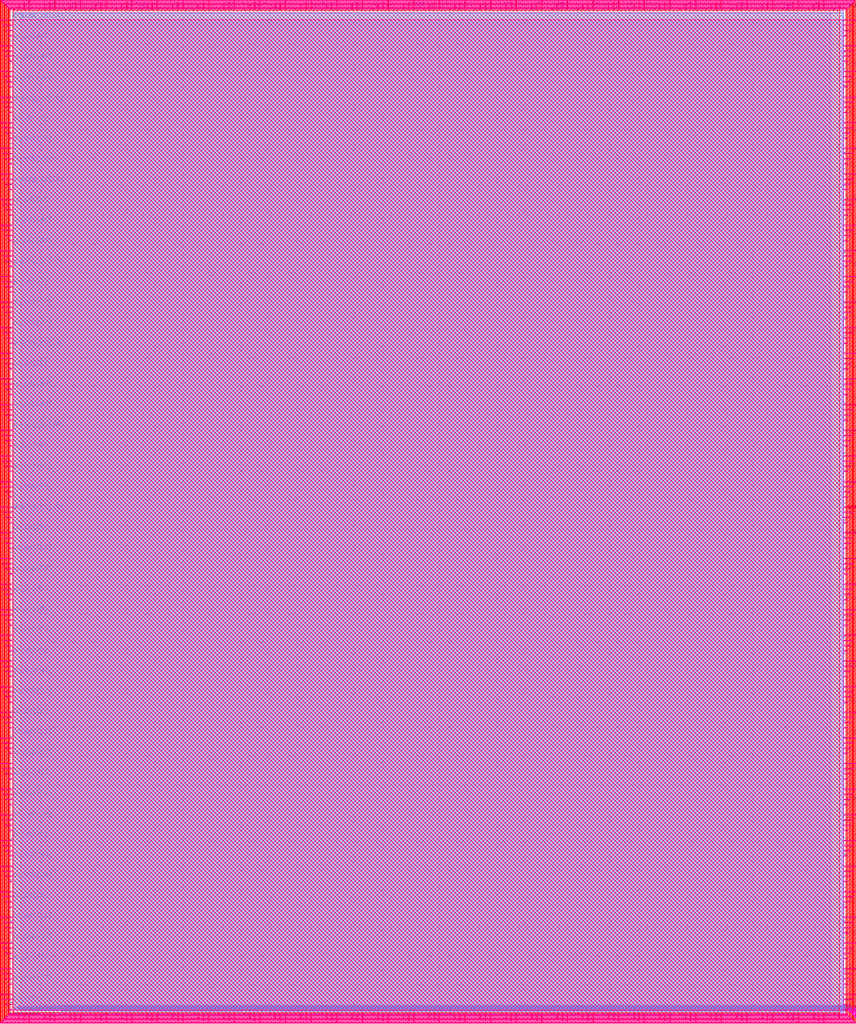
<source format=lef>
VERSION 5.7 ;
  NOWIREEXTENSIONATPIN ON ;
  DIVIDERCHAR "/" ;
  BUSBITCHARS "[]" ;
MACRO user_project_wrapper
  CLASS BLOCK ;
  FOREIGN user_project_wrapper ;
  ORIGIN 0.000 0.000 ;
  SIZE 2920.000 BY 3520.000 ;
  PIN analog_io[0]
    DIRECTION INOUT ;
    USE SIGNAL ;
    PORT
      LAYER met3 ;
        RECT 2919.700 28.980 2924.800 30.180 ;
    END
  END analog_io[0]
  PIN analog_io[10]
    DIRECTION INOUT ;
    USE SIGNAL ;
    PORT
      LAYER met3 ;
        RECT 2919.700 2374.980 2924.800 2376.180 ;
    END
  END analog_io[10]
  PIN analog_io[11]
    DIRECTION INOUT ;
    USE SIGNAL ;
    PORT
      LAYER met3 ;
        RECT 2919.700 2609.580 2924.800 2610.780 ;
    END
  END analog_io[11]
  PIN analog_io[12]
    DIRECTION INOUT ;
    USE SIGNAL ;
    PORT
      LAYER met3 ;
        RECT 2919.700 2844.180 2924.800 2845.380 ;
    END
  END analog_io[12]
  PIN analog_io[13]
    DIRECTION INOUT ;
    USE SIGNAL ;
    PORT
      LAYER met3 ;
        RECT 2919.700 3078.780 2924.800 3079.980 ;
    END
  END analog_io[13]
  PIN analog_io[14]
    DIRECTION INOUT ;
    USE SIGNAL ;
    PORT
      LAYER met3 ;
        RECT 2919.700 3313.380 2924.800 3314.580 ;
    END
  END analog_io[14]
  PIN analog_io[15]
    DIRECTION INOUT ;
    USE SIGNAL ;
    PORT
      LAYER met2 ;
        RECT 2879.090 3519.700 2879.650 3524.800 ;
    END
  END analog_io[15]
  PIN analog_io[16]
    DIRECTION INOUT ;
    USE SIGNAL ;
    PORT
      LAYER met2 ;
        RECT 2554.790 3519.700 2555.350 3524.800 ;
    END
  END analog_io[16]
  PIN analog_io[17]
    DIRECTION INOUT ;
    USE SIGNAL ;
    PORT
      LAYER met2 ;
        RECT 2230.490 3519.700 2231.050 3524.800 ;
    END
  END analog_io[17]
  PIN analog_io[18]
    DIRECTION INOUT ;
    USE SIGNAL ;
    PORT
      LAYER met2 ;
        RECT 1905.730 3519.700 1906.290 3524.800 ;
    END
  END analog_io[18]
  PIN analog_io[19]
    DIRECTION INOUT ;
    USE SIGNAL ;
    PORT
      LAYER met2 ;
        RECT 1581.430 3519.700 1581.990 3524.800 ;
    END
  END analog_io[19]
  PIN analog_io[1]
    DIRECTION INOUT ;
    USE SIGNAL ;
    PORT
      LAYER met3 ;
        RECT 2919.700 263.580 2924.800 264.780 ;
    END
  END analog_io[1]
  PIN analog_io[20]
    DIRECTION INOUT ;
    USE SIGNAL ;
    PORT
      LAYER met2 ;
        RECT 1257.130 3519.700 1257.690 3524.800 ;
    END
  END analog_io[20]
  PIN analog_io[21]
    DIRECTION INOUT ;
    USE SIGNAL ;
    PORT
      LAYER met2 ;
        RECT 932.370 3519.700 932.930 3524.800 ;
    END
  END analog_io[21]
  PIN analog_io[22]
    DIRECTION INOUT ;
    USE SIGNAL ;
    PORT
      LAYER met2 ;
        RECT 608.070 3519.700 608.630 3524.800 ;
    END
  END analog_io[22]
  PIN analog_io[23]
    DIRECTION INOUT ;
    USE SIGNAL ;
    PORT
      LAYER met2 ;
        RECT 283.770 3519.700 284.330 3524.800 ;
    END
  END analog_io[23]
  PIN analog_io[24]
    DIRECTION INOUT ;
    USE SIGNAL ;
    PORT
      LAYER met3 ;
        RECT -4.800 3482.700 0.300 3483.900 ;
    END
  END analog_io[24]
  PIN analog_io[25]
    DIRECTION INOUT ;
    USE SIGNAL ;
    PORT
      LAYER met3 ;
        RECT -4.800 3195.060 0.300 3196.260 ;
    END
  END analog_io[25]
  PIN analog_io[26]
    DIRECTION INOUT ;
    USE SIGNAL ;
    PORT
      LAYER met3 ;
        RECT -4.800 2908.100 0.300 2909.300 ;
    END
  END analog_io[26]
  PIN analog_io[27]
    DIRECTION INOUT ;
    USE SIGNAL ;
    PORT
      LAYER met3 ;
        RECT -4.800 2620.460 0.300 2621.660 ;
    END
  END analog_io[27]
  PIN analog_io[28]
    DIRECTION INOUT ;
    USE SIGNAL ;
    PORT
      LAYER met3 ;
        RECT -4.800 2333.500 0.300 2334.700 ;
    END
  END analog_io[28]
  PIN analog_io[29]
    DIRECTION INOUT ;
    USE SIGNAL ;
    PORT
      LAYER met3 ;
        RECT -4.800 2045.860 0.300 2047.060 ;
    END
  END analog_io[29]
  PIN analog_io[2]
    DIRECTION INOUT ;
    USE SIGNAL ;
    PORT
      LAYER met3 ;
        RECT 2919.700 498.180 2924.800 499.380 ;
    END
  END analog_io[2]
  PIN analog_io[30]
    DIRECTION INOUT ;
    USE SIGNAL ;
    PORT
      LAYER met3 ;
        RECT -4.800 1758.900 0.300 1760.100 ;
    END
  END analog_io[30]
  PIN analog_io[3]
    DIRECTION INOUT ;
    USE SIGNAL ;
    PORT
      LAYER met3 ;
        RECT 2919.700 732.780 2924.800 733.980 ;
    END
  END analog_io[3]
  PIN analog_io[4]
    DIRECTION INOUT ;
    USE SIGNAL ;
    PORT
      LAYER met3 ;
        RECT 2919.700 967.380 2924.800 968.580 ;
    END
  END analog_io[4]
  PIN analog_io[5]
    DIRECTION INOUT ;
    USE SIGNAL ;
    PORT
      LAYER met3 ;
        RECT 2919.700 1201.980 2924.800 1203.180 ;
    END
  END analog_io[5]
  PIN analog_io[6]
    DIRECTION INOUT ;
    USE SIGNAL ;
    PORT
      LAYER met3 ;
        RECT 2919.700 1436.580 2924.800 1437.780 ;
    END
  END analog_io[6]
  PIN analog_io[7]
    DIRECTION INOUT ;
    USE SIGNAL ;
    PORT
      LAYER met3 ;
        RECT 2919.700 1671.180 2924.800 1672.380 ;
    END
  END analog_io[7]
  PIN analog_io[8]
    DIRECTION INOUT ;
    USE SIGNAL ;
    PORT
      LAYER met3 ;
        RECT 2919.700 1905.780 2924.800 1906.980 ;
    END
  END analog_io[8]
  PIN analog_io[9]
    DIRECTION INOUT ;
    USE SIGNAL ;
    PORT
      LAYER met3 ;
        RECT 2919.700 2140.380 2924.800 2141.580 ;
    END
  END analog_io[9]
  PIN io_in[0]
    DIRECTION INPUT ;
    USE SIGNAL ;
    PORT
      LAYER met3 ;
        RECT 2919.700 87.460 2924.800 88.660 ;
    END
  END io_in[0]
  PIN io_in[10]
    DIRECTION INPUT ;
    USE SIGNAL ;
    PORT
      LAYER met3 ;
        RECT 2919.700 2433.460 2924.800 2434.660 ;
    END
  END io_in[10]
  PIN io_in[11]
    DIRECTION INPUT ;
    USE SIGNAL ;
    PORT
      LAYER met3 ;
        RECT 2919.700 2668.740 2924.800 2669.940 ;
    END
  END io_in[11]
  PIN io_in[12]
    DIRECTION INPUT ;
    USE SIGNAL ;
    PORT
      LAYER met3 ;
        RECT 2919.700 2903.340 2924.800 2904.540 ;
    END
  END io_in[12]
  PIN io_in[13]
    DIRECTION INPUT ;
    USE SIGNAL ;
    PORT
      LAYER met3 ;
        RECT 2919.700 3137.940 2924.800 3139.140 ;
    END
  END io_in[13]
  PIN io_in[14]
    DIRECTION INPUT ;
    USE SIGNAL ;
    PORT
      LAYER met3 ;
        RECT 2919.700 3372.540 2924.800 3373.740 ;
    END
  END io_in[14]
  PIN io_in[15]
    DIRECTION INPUT ;
    USE SIGNAL ;
    PORT
      LAYER met2 ;
        RECT 2798.130 3519.700 2798.690 3524.800 ;
    END
  END io_in[15]
  PIN io_in[16]
    DIRECTION INPUT ;
    USE SIGNAL ;
    PORT
      LAYER met2 ;
        RECT 2473.830 3519.700 2474.390 3524.800 ;
    END
  END io_in[16]
  PIN io_in[17]
    DIRECTION INPUT ;
    USE SIGNAL ;
    PORT
      LAYER met2 ;
        RECT 2149.070 3519.700 2149.630 3524.800 ;
    END
  END io_in[17]
  PIN io_in[18]
    DIRECTION INPUT ;
    USE SIGNAL ;
    PORT
      LAYER met2 ;
        RECT 1824.770 3519.700 1825.330 3524.800 ;
    END
  END io_in[18]
  PIN io_in[19]
    DIRECTION INPUT ;
    USE SIGNAL ;
    PORT
      LAYER met2 ;
        RECT 1500.470 3519.700 1501.030 3524.800 ;
    END
  END io_in[19]
  PIN io_in[1]
    DIRECTION INPUT ;
    USE SIGNAL ;
    PORT
      LAYER met3 ;
        RECT 2919.700 322.060 2924.800 323.260 ;
    END
  END io_in[1]
  PIN io_in[20]
    DIRECTION INPUT ;
    USE SIGNAL ;
    PORT
      LAYER met2 ;
        RECT 1175.710 3519.700 1176.270 3524.800 ;
    END
  END io_in[20]
  PIN io_in[21]
    DIRECTION INPUT ;
    USE SIGNAL ;
    PORT
      LAYER met2 ;
        RECT 851.410 3519.700 851.970 3524.800 ;
    END
  END io_in[21]
  PIN io_in[22]
    DIRECTION INPUT ;
    USE SIGNAL ;
    PORT
      LAYER met2 ;
        RECT 527.110 3519.700 527.670 3524.800 ;
    END
  END io_in[22]
  PIN io_in[23]
    DIRECTION INPUT ;
    USE SIGNAL ;
    PORT
      LAYER met2 ;
        RECT 202.350 3519.700 202.910 3524.800 ;
    END
  END io_in[23]
  PIN io_in[24]
    DIRECTION INPUT ;
    USE SIGNAL ;
    PORT
      LAYER met3 ;
        RECT -4.800 3410.620 0.300 3411.820 ;
    END
  END io_in[24]
  PIN io_in[25]
    DIRECTION INPUT ;
    USE SIGNAL ;
    PORT
      LAYER met3 ;
        RECT -4.800 3123.660 0.300 3124.860 ;
    END
  END io_in[25]
  PIN io_in[26]
    DIRECTION INPUT ;
    USE SIGNAL ;
    PORT
      LAYER met3 ;
        RECT -4.800 2836.020 0.300 2837.220 ;
    END
  END io_in[26]
  PIN io_in[27]
    DIRECTION INPUT ;
    USE SIGNAL ;
    PORT
      LAYER met3 ;
        RECT -4.800 2549.060 0.300 2550.260 ;
    END
  END io_in[27]
  PIN io_in[28]
    DIRECTION INPUT ;
    USE SIGNAL ;
    PORT
      LAYER met3 ;
        RECT -4.800 2261.420 0.300 2262.620 ;
    END
  END io_in[28]
  PIN io_in[29]
    DIRECTION INPUT ;
    USE SIGNAL ;
    PORT
      LAYER met3 ;
        RECT -4.800 1974.460 0.300 1975.660 ;
    END
  END io_in[29]
  PIN io_in[2]
    DIRECTION INPUT ;
    USE SIGNAL ;
    PORT
      LAYER met3 ;
        RECT 2919.700 556.660 2924.800 557.860 ;
    END
  END io_in[2]
  PIN io_in[30]
    DIRECTION INPUT ;
    USE SIGNAL ;
    PORT
      LAYER met3 ;
        RECT -4.800 1686.820 0.300 1688.020 ;
    END
  END io_in[30]
  PIN io_in[31]
    DIRECTION INPUT ;
    USE SIGNAL ;
    PORT
      LAYER met3 ;
        RECT -4.800 1471.260 0.300 1472.460 ;
    END
  END io_in[31]
  PIN io_in[32]
    DIRECTION INPUT ;
    USE SIGNAL ;
    PORT
      LAYER met3 ;
        RECT -4.800 1255.700 0.300 1256.900 ;
    END
  END io_in[32]
  PIN io_in[33]
    DIRECTION INPUT ;
    USE SIGNAL ;
    PORT
      LAYER met3 ;
        RECT -4.800 1040.140 0.300 1041.340 ;
    END
  END io_in[33]
  PIN io_in[34]
    DIRECTION INPUT ;
    USE SIGNAL ;
    PORT
      LAYER met3 ;
        RECT -4.800 824.580 0.300 825.780 ;
    END
  END io_in[34]
  PIN io_in[35]
    DIRECTION INPUT ;
    USE SIGNAL ;
    PORT
      LAYER met3 ;
        RECT -4.800 609.700 0.300 610.900 ;
    END
  END io_in[35]
  PIN io_in[36]
    DIRECTION INPUT ;
    USE SIGNAL ;
    PORT
      LAYER met3 ;
        RECT -4.800 394.140 0.300 395.340 ;
    END
  END io_in[36]
  PIN io_in[37]
    DIRECTION INPUT ;
    USE SIGNAL ;
    PORT
      LAYER met3 ;
        RECT -4.800 178.580 0.300 179.780 ;
    END
  END io_in[37]
  PIN io_in[3]
    DIRECTION INPUT ;
    USE SIGNAL ;
    PORT
      LAYER met3 ;
        RECT 2919.700 791.260 2924.800 792.460 ;
    END
  END io_in[3]
  PIN io_in[4]
    DIRECTION INPUT ;
    USE SIGNAL ;
    PORT
      LAYER met3 ;
        RECT 2919.700 1025.860 2924.800 1027.060 ;
    END
  END io_in[4]
  PIN io_in[5]
    DIRECTION INPUT ;
    USE SIGNAL ;
    PORT
      LAYER met3 ;
        RECT 2919.700 1260.460 2924.800 1261.660 ;
    END
  END io_in[5]
  PIN io_in[6]
    DIRECTION INPUT ;
    USE SIGNAL ;
    PORT
      LAYER met3 ;
        RECT 2919.700 1495.060 2924.800 1496.260 ;
    END
  END io_in[6]
  PIN io_in[7]
    DIRECTION INPUT ;
    USE SIGNAL ;
    PORT
      LAYER met3 ;
        RECT 2919.700 1729.660 2924.800 1730.860 ;
    END
  END io_in[7]
  PIN io_in[8]
    DIRECTION INPUT ;
    USE SIGNAL ;
    PORT
      LAYER met3 ;
        RECT 2919.700 1964.260 2924.800 1965.460 ;
    END
  END io_in[8]
  PIN io_in[9]
    DIRECTION INPUT ;
    USE SIGNAL ;
    PORT
      LAYER met3 ;
        RECT 2919.700 2198.860 2924.800 2200.060 ;
    END
  END io_in[9]
  PIN io_oeb[0]
    DIRECTION OUTPUT TRISTATE ;
    USE SIGNAL ;
    PORT
      LAYER met3 ;
        RECT 2919.700 204.420 2924.800 205.620 ;
    END
  END io_oeb[0]
  PIN io_oeb[10]
    DIRECTION OUTPUT TRISTATE ;
    USE SIGNAL ;
    PORT
      LAYER met3 ;
        RECT 2919.700 2551.100 2924.800 2552.300 ;
    END
  END io_oeb[10]
  PIN io_oeb[11]
    DIRECTION OUTPUT TRISTATE ;
    USE SIGNAL ;
    PORT
      LAYER met3 ;
        RECT 2919.700 2785.700 2924.800 2786.900 ;
    END
  END io_oeb[11]
  PIN io_oeb[12]
    DIRECTION OUTPUT TRISTATE ;
    USE SIGNAL ;
    PORT
      LAYER met3 ;
        RECT 2919.700 3020.300 2924.800 3021.500 ;
    END
  END io_oeb[12]
  PIN io_oeb[13]
    DIRECTION OUTPUT TRISTATE ;
    USE SIGNAL ;
    PORT
      LAYER met3 ;
        RECT 2919.700 3254.900 2924.800 3256.100 ;
    END
  END io_oeb[13]
  PIN io_oeb[14]
    DIRECTION OUTPUT TRISTATE ;
    USE SIGNAL ;
    PORT
      LAYER met3 ;
        RECT 2919.700 3489.500 2924.800 3490.700 ;
    END
  END io_oeb[14]
  PIN io_oeb[15]
    DIRECTION OUTPUT TRISTATE ;
    USE SIGNAL ;
    PORT
      LAYER met2 ;
        RECT 2635.750 3519.700 2636.310 3524.800 ;
    END
  END io_oeb[15]
  PIN io_oeb[16]
    DIRECTION OUTPUT TRISTATE ;
    USE SIGNAL ;
    PORT
      LAYER met2 ;
        RECT 2311.450 3519.700 2312.010 3524.800 ;
    END
  END io_oeb[16]
  PIN io_oeb[17]
    DIRECTION OUTPUT TRISTATE ;
    USE SIGNAL ;
    PORT
      LAYER met2 ;
        RECT 1987.150 3519.700 1987.710 3524.800 ;
    END
  END io_oeb[17]
  PIN io_oeb[18]
    DIRECTION OUTPUT TRISTATE ;
    USE SIGNAL ;
    PORT
      LAYER met2 ;
        RECT 1662.390 3519.700 1662.950 3524.800 ;
    END
  END io_oeb[18]
  PIN io_oeb[19]
    DIRECTION OUTPUT TRISTATE ;
    USE SIGNAL ;
    PORT
      LAYER met2 ;
        RECT 1338.090 3519.700 1338.650 3524.800 ;
    END
  END io_oeb[19]
  PIN io_oeb[1]
    DIRECTION OUTPUT TRISTATE ;
    USE SIGNAL ;
    PORT
      LAYER met3 ;
        RECT 2919.700 439.020 2924.800 440.220 ;
    END
  END io_oeb[1]
  PIN io_oeb[20]
    DIRECTION OUTPUT TRISTATE ;
    USE SIGNAL ;
    PORT
      LAYER met2 ;
        RECT 1013.790 3519.700 1014.350 3524.800 ;
    END
  END io_oeb[20]
  PIN io_oeb[21]
    DIRECTION OUTPUT TRISTATE ;
    USE SIGNAL ;
    PORT
      LAYER met2 ;
        RECT 689.030 3519.700 689.590 3524.800 ;
    END
  END io_oeb[21]
  PIN io_oeb[22]
    DIRECTION OUTPUT TRISTATE ;
    USE SIGNAL ;
    PORT
      LAYER met2 ;
        RECT 364.730 3519.700 365.290 3524.800 ;
    END
  END io_oeb[22]
  PIN io_oeb[23]
    DIRECTION OUTPUT TRISTATE ;
    USE SIGNAL ;
    PORT
      LAYER met2 ;
        RECT 40.430 3519.700 40.990 3524.800 ;
    END
  END io_oeb[23]
  PIN io_oeb[24]
    DIRECTION OUTPUT TRISTATE ;
    USE SIGNAL ;
    PORT
      LAYER met3 ;
        RECT -4.800 3267.140 0.300 3268.340 ;
    END
  END io_oeb[24]
  PIN io_oeb[25]
    DIRECTION OUTPUT TRISTATE ;
    USE SIGNAL ;
    PORT
      LAYER met3 ;
        RECT -4.800 2979.500 0.300 2980.700 ;
    END
  END io_oeb[25]
  PIN io_oeb[26]
    DIRECTION OUTPUT TRISTATE ;
    USE SIGNAL ;
    PORT
      LAYER met3 ;
        RECT -4.800 2692.540 0.300 2693.740 ;
    END
  END io_oeb[26]
  PIN io_oeb[27]
    DIRECTION OUTPUT TRISTATE ;
    USE SIGNAL ;
    PORT
      LAYER met3 ;
        RECT -4.800 2404.900 0.300 2406.100 ;
    END
  END io_oeb[27]
  PIN io_oeb[28]
    DIRECTION OUTPUT TRISTATE ;
    USE SIGNAL ;
    PORT
      LAYER met3 ;
        RECT -4.800 2117.940 0.300 2119.140 ;
    END
  END io_oeb[28]
  PIN io_oeb[29]
    DIRECTION OUTPUT TRISTATE ;
    USE SIGNAL ;
    PORT
      LAYER met3 ;
        RECT -4.800 1830.300 0.300 1831.500 ;
    END
  END io_oeb[29]
  PIN io_oeb[2]
    DIRECTION OUTPUT TRISTATE ;
    USE SIGNAL ;
    PORT
      LAYER met3 ;
        RECT 2919.700 673.620 2924.800 674.820 ;
    END
  END io_oeb[2]
  PIN io_oeb[30]
    DIRECTION OUTPUT TRISTATE ;
    USE SIGNAL ;
    PORT
      LAYER met3 ;
        RECT -4.800 1543.340 0.300 1544.540 ;
    END
  END io_oeb[30]
  PIN io_oeb[31]
    DIRECTION OUTPUT TRISTATE ;
    USE SIGNAL ;
    PORT
      LAYER met3 ;
        RECT -4.800 1327.780 0.300 1328.980 ;
    END
  END io_oeb[31]
  PIN io_oeb[32]
    DIRECTION OUTPUT TRISTATE ;
    USE SIGNAL ;
    PORT
      LAYER met3 ;
        RECT -4.800 1112.220 0.300 1113.420 ;
    END
  END io_oeb[32]
  PIN io_oeb[33]
    DIRECTION OUTPUT TRISTATE ;
    USE SIGNAL ;
    PORT
      LAYER met3 ;
        RECT -4.800 896.660 0.300 897.860 ;
    END
  END io_oeb[33]
  PIN io_oeb[34]
    DIRECTION OUTPUT TRISTATE ;
    USE SIGNAL ;
    PORT
      LAYER met3 ;
        RECT -4.800 681.100 0.300 682.300 ;
    END
  END io_oeb[34]
  PIN io_oeb[35]
    DIRECTION OUTPUT TRISTATE ;
    USE SIGNAL ;
    PORT
      LAYER met3 ;
        RECT -4.800 465.540 0.300 466.740 ;
    END
  END io_oeb[35]
  PIN io_oeb[36]
    DIRECTION OUTPUT TRISTATE ;
    USE SIGNAL ;
    PORT
      LAYER met3 ;
        RECT -4.800 249.980 0.300 251.180 ;
    END
  END io_oeb[36]
  PIN io_oeb[37]
    DIRECTION OUTPUT TRISTATE ;
    USE SIGNAL ;
    PORT
      LAYER met3 ;
        RECT -4.800 35.100 0.300 36.300 ;
    END
  END io_oeb[37]
  PIN io_oeb[3]
    DIRECTION OUTPUT TRISTATE ;
    USE SIGNAL ;
    PORT
      LAYER met3 ;
        RECT 2919.700 908.900 2924.800 910.100 ;
    END
  END io_oeb[3]
  PIN io_oeb[4]
    DIRECTION OUTPUT TRISTATE ;
    USE SIGNAL ;
    PORT
      LAYER met3 ;
        RECT 2919.700 1143.500 2924.800 1144.700 ;
    END
  END io_oeb[4]
  PIN io_oeb[5]
    DIRECTION OUTPUT TRISTATE ;
    USE SIGNAL ;
    PORT
      LAYER met3 ;
        RECT 2919.700 1378.100 2924.800 1379.300 ;
    END
  END io_oeb[5]
  PIN io_oeb[6]
    DIRECTION OUTPUT TRISTATE ;
    USE SIGNAL ;
    PORT
      LAYER met3 ;
        RECT 2919.700 1612.700 2924.800 1613.900 ;
    END
  END io_oeb[6]
  PIN io_oeb[7]
    DIRECTION OUTPUT TRISTATE ;
    USE SIGNAL ;
    PORT
      LAYER met3 ;
        RECT 2919.700 1847.300 2924.800 1848.500 ;
    END
  END io_oeb[7]
  PIN io_oeb[8]
    DIRECTION OUTPUT TRISTATE ;
    USE SIGNAL ;
    PORT
      LAYER met3 ;
        RECT 2919.700 2081.900 2924.800 2083.100 ;
    END
  END io_oeb[8]
  PIN io_oeb[9]
    DIRECTION OUTPUT TRISTATE ;
    USE SIGNAL ;
    PORT
      LAYER met3 ;
        RECT 2919.700 2316.500 2924.800 2317.700 ;
    END
  END io_oeb[9]
  PIN io_out[0]
    DIRECTION OUTPUT TRISTATE ;
    USE SIGNAL ;
    PORT
      LAYER met3 ;
        RECT 2919.700 145.940 2924.800 147.140 ;
    END
  END io_out[0]
  PIN io_out[10]
    DIRECTION OUTPUT TRISTATE ;
    USE SIGNAL ;
    PORT
      LAYER met3 ;
        RECT 2919.700 2492.620 2924.800 2493.820 ;
    END
  END io_out[10]
  PIN io_out[11]
    DIRECTION OUTPUT TRISTATE ;
    USE SIGNAL ;
    PORT
      LAYER met3 ;
        RECT 2919.700 2727.220 2924.800 2728.420 ;
    END
  END io_out[11]
  PIN io_out[12]
    DIRECTION OUTPUT TRISTATE ;
    USE SIGNAL ;
    PORT
      LAYER met3 ;
        RECT 2919.700 2961.820 2924.800 2963.020 ;
    END
  END io_out[12]
  PIN io_out[13]
    DIRECTION OUTPUT TRISTATE ;
    USE SIGNAL ;
    PORT
      LAYER met3 ;
        RECT 2919.700 3196.420 2924.800 3197.620 ;
    END
  END io_out[13]
  PIN io_out[14]
    DIRECTION OUTPUT TRISTATE ;
    USE SIGNAL ;
    PORT
      LAYER met3 ;
        RECT 2919.700 3431.020 2924.800 3432.220 ;
    END
  END io_out[14]
  PIN io_out[15]
    DIRECTION OUTPUT TRISTATE ;
    USE SIGNAL ;
    PORT
      LAYER met2 ;
        RECT 2717.170 3519.700 2717.730 3524.800 ;
    END
  END io_out[15]
  PIN io_out[16]
    DIRECTION OUTPUT TRISTATE ;
    USE SIGNAL ;
    PORT
      LAYER met2 ;
        RECT 2392.410 3519.700 2392.970 3524.800 ;
    END
  END io_out[16]
  PIN io_out[17]
    DIRECTION OUTPUT TRISTATE ;
    USE SIGNAL ;
    PORT
      LAYER met2 ;
        RECT 2068.110 3519.700 2068.670 3524.800 ;
    END
  END io_out[17]
  PIN io_out[18]
    DIRECTION OUTPUT TRISTATE ;
    USE SIGNAL ;
    PORT
      LAYER met2 ;
        RECT 1743.810 3519.700 1744.370 3524.800 ;
    END
  END io_out[18]
  PIN io_out[19]
    DIRECTION OUTPUT TRISTATE ;
    USE SIGNAL ;
    PORT
      LAYER met2 ;
        RECT 1419.050 3519.700 1419.610 3524.800 ;
    END
  END io_out[19]
  PIN io_out[1]
    DIRECTION OUTPUT TRISTATE ;
    USE SIGNAL ;
    PORT
      LAYER met3 ;
        RECT 2919.700 380.540 2924.800 381.740 ;
    END
  END io_out[1]
  PIN io_out[20]
    DIRECTION OUTPUT TRISTATE ;
    USE SIGNAL ;
    PORT
      LAYER met2 ;
        RECT 1094.750 3519.700 1095.310 3524.800 ;
    END
  END io_out[20]
  PIN io_out[21]
    DIRECTION OUTPUT TRISTATE ;
    USE SIGNAL ;
    PORT
      LAYER met2 ;
        RECT 770.450 3519.700 771.010 3524.800 ;
    END
  END io_out[21]
  PIN io_out[22]
    DIRECTION OUTPUT TRISTATE ;
    USE SIGNAL ;
    PORT
      LAYER met2 ;
        RECT 445.690 3519.700 446.250 3524.800 ;
    END
  END io_out[22]
  PIN io_out[23]
    DIRECTION OUTPUT TRISTATE ;
    USE SIGNAL ;
    PORT
      LAYER met2 ;
        RECT 121.390 3519.700 121.950 3524.800 ;
    END
  END io_out[23]
  PIN io_out[24]
    DIRECTION OUTPUT TRISTATE ;
    USE SIGNAL ;
    PORT
      LAYER met3 ;
        RECT -4.800 3339.220 0.300 3340.420 ;
    END
  END io_out[24]
  PIN io_out[25]
    DIRECTION OUTPUT TRISTATE ;
    USE SIGNAL ;
    PORT
      LAYER met3 ;
        RECT -4.800 3051.580 0.300 3052.780 ;
    END
  END io_out[25]
  PIN io_out[26]
    DIRECTION OUTPUT TRISTATE ;
    USE SIGNAL ;
    PORT
      LAYER met3 ;
        RECT -4.800 2764.620 0.300 2765.820 ;
    END
  END io_out[26]
  PIN io_out[27]
    DIRECTION OUTPUT TRISTATE ;
    USE SIGNAL ;
    PORT
      LAYER met3 ;
        RECT -4.800 2476.980 0.300 2478.180 ;
    END
  END io_out[27]
  PIN io_out[28]
    DIRECTION OUTPUT TRISTATE ;
    USE SIGNAL ;
    PORT
      LAYER met3 ;
        RECT -4.800 2189.340 0.300 2190.540 ;
    END
  END io_out[28]
  PIN io_out[29]
    DIRECTION OUTPUT TRISTATE ;
    USE SIGNAL ;
    PORT
      LAYER met3 ;
        RECT -4.800 1902.380 0.300 1903.580 ;
    END
  END io_out[29]
  PIN io_out[2]
    DIRECTION OUTPUT TRISTATE ;
    USE SIGNAL ;
    PORT
      LAYER met3 ;
        RECT 2919.700 615.140 2924.800 616.340 ;
    END
  END io_out[2]
  PIN io_out[30]
    DIRECTION OUTPUT TRISTATE ;
    USE SIGNAL ;
    PORT
      LAYER met3 ;
        RECT -4.800 1614.740 0.300 1615.940 ;
    END
  END io_out[30]
  PIN io_out[31]
    DIRECTION OUTPUT TRISTATE ;
    USE SIGNAL ;
    PORT
      LAYER met3 ;
        RECT -4.800 1399.860 0.300 1401.060 ;
    END
  END io_out[31]
  PIN io_out[32]
    DIRECTION OUTPUT TRISTATE ;
    USE SIGNAL ;
    PORT
      LAYER met3 ;
        RECT -4.800 1184.300 0.300 1185.500 ;
    END
  END io_out[32]
  PIN io_out[33]
    DIRECTION OUTPUT TRISTATE ;
    USE SIGNAL ;
    PORT
      LAYER met3 ;
        RECT -4.800 968.740 0.300 969.940 ;
    END
  END io_out[33]
  PIN io_out[34]
    DIRECTION OUTPUT TRISTATE ;
    USE SIGNAL ;
    PORT
      LAYER met3 ;
        RECT -4.800 753.180 0.300 754.380 ;
    END
  END io_out[34]
  PIN io_out[35]
    DIRECTION OUTPUT TRISTATE ;
    USE SIGNAL ;
    PORT
      LAYER met3 ;
        RECT -4.800 537.620 0.300 538.820 ;
    END
  END io_out[35]
  PIN io_out[36]
    DIRECTION OUTPUT TRISTATE ;
    USE SIGNAL ;
    PORT
      LAYER met3 ;
        RECT -4.800 322.060 0.300 323.260 ;
    END
  END io_out[36]
  PIN io_out[37]
    DIRECTION OUTPUT TRISTATE ;
    USE SIGNAL ;
    PORT
      LAYER met3 ;
        RECT -4.800 106.500 0.300 107.700 ;
    END
  END io_out[37]
  PIN io_out[3]
    DIRECTION OUTPUT TRISTATE ;
    USE SIGNAL ;
    PORT
      LAYER met3 ;
        RECT 2919.700 849.740 2924.800 850.940 ;
    END
  END io_out[3]
  PIN io_out[4]
    DIRECTION OUTPUT TRISTATE ;
    USE SIGNAL ;
    PORT
      LAYER met3 ;
        RECT 2919.700 1084.340 2924.800 1085.540 ;
    END
  END io_out[4]
  PIN io_out[5]
    DIRECTION OUTPUT TRISTATE ;
    USE SIGNAL ;
    PORT
      LAYER met3 ;
        RECT 2919.700 1318.940 2924.800 1320.140 ;
    END
  END io_out[5]
  PIN io_out[6]
    DIRECTION OUTPUT TRISTATE ;
    USE SIGNAL ;
    PORT
      LAYER met3 ;
        RECT 2919.700 1553.540 2924.800 1554.740 ;
    END
  END io_out[6]
  PIN io_out[7]
    DIRECTION OUTPUT TRISTATE ;
    USE SIGNAL ;
    PORT
      LAYER met3 ;
        RECT 2919.700 1788.820 2924.800 1790.020 ;
    END
  END io_out[7]
  PIN io_out[8]
    DIRECTION OUTPUT TRISTATE ;
    USE SIGNAL ;
    PORT
      LAYER met3 ;
        RECT 2919.700 2023.420 2924.800 2024.620 ;
    END
  END io_out[8]
  PIN io_out[9]
    DIRECTION OUTPUT TRISTATE ;
    USE SIGNAL ;
    PORT
      LAYER met3 ;
        RECT 2919.700 2258.020 2924.800 2259.220 ;
    END
  END io_out[9]
  PIN la_data_in[0]
    DIRECTION INPUT ;
    USE SIGNAL ;
    PORT
      LAYER met2 ;
        RECT 632.910 -4.800 633.470 0.300 ;
    END
  END la_data_in[0]
  PIN la_data_in[100]
    DIRECTION INPUT ;
    USE SIGNAL ;
    PORT
      LAYER met2 ;
        RECT 2417.250 -4.800 2417.810 0.300 ;
    END
  END la_data_in[100]
  PIN la_data_in[101]
    DIRECTION INPUT ;
    USE SIGNAL ;
    PORT
      LAYER met2 ;
        RECT 2434.730 -4.800 2435.290 0.300 ;
    END
  END la_data_in[101]
  PIN la_data_in[102]
    DIRECTION INPUT ;
    USE SIGNAL ;
    PORT
      LAYER met2 ;
        RECT 2452.670 -4.800 2453.230 0.300 ;
    END
  END la_data_in[102]
  PIN la_data_in[103]
    DIRECTION INPUT ;
    USE SIGNAL ;
    PORT
      LAYER met2 ;
        RECT 2470.610 -4.800 2471.170 0.300 ;
    END
  END la_data_in[103]
  PIN la_data_in[104]
    DIRECTION INPUT ;
    USE SIGNAL ;
    PORT
      LAYER met2 ;
        RECT 2488.550 -4.800 2489.110 0.300 ;
    END
  END la_data_in[104]
  PIN la_data_in[105]
    DIRECTION INPUT ;
    USE SIGNAL ;
    PORT
      LAYER met2 ;
        RECT 2506.030 -4.800 2506.590 0.300 ;
    END
  END la_data_in[105]
  PIN la_data_in[106]
    DIRECTION INPUT ;
    USE SIGNAL ;
    PORT
      LAYER met2 ;
        RECT 2523.970 -4.800 2524.530 0.300 ;
    END
  END la_data_in[106]
  PIN la_data_in[107]
    DIRECTION INPUT ;
    USE SIGNAL ;
    PORT
      LAYER met2 ;
        RECT 2541.910 -4.800 2542.470 0.300 ;
    END
  END la_data_in[107]
  PIN la_data_in[108]
    DIRECTION INPUT ;
    USE SIGNAL ;
    PORT
      LAYER met2 ;
        RECT 2559.850 -4.800 2560.410 0.300 ;
    END
  END la_data_in[108]
  PIN la_data_in[109]
    DIRECTION INPUT ;
    USE SIGNAL ;
    PORT
      LAYER met2 ;
        RECT 2577.790 -4.800 2578.350 0.300 ;
    END
  END la_data_in[109]
  PIN la_data_in[10]
    DIRECTION INPUT ;
    USE SIGNAL ;
    PORT
      LAYER met2 ;
        RECT 811.390 -4.800 811.950 0.300 ;
    END
  END la_data_in[10]
  PIN la_data_in[110]
    DIRECTION INPUT ;
    USE SIGNAL ;
    PORT
      LAYER met2 ;
        RECT 2595.270 -4.800 2595.830 0.300 ;
    END
  END la_data_in[110]
  PIN la_data_in[111]
    DIRECTION INPUT ;
    USE SIGNAL ;
    PORT
      LAYER met2 ;
        RECT 2613.210 -4.800 2613.770 0.300 ;
    END
  END la_data_in[111]
  PIN la_data_in[112]
    DIRECTION INPUT ;
    USE SIGNAL ;
    PORT
      LAYER met2 ;
        RECT 2631.150 -4.800 2631.710 0.300 ;
    END
  END la_data_in[112]
  PIN la_data_in[113]
    DIRECTION INPUT ;
    USE SIGNAL ;
    PORT
      LAYER met2 ;
        RECT 2649.090 -4.800 2649.650 0.300 ;
    END
  END la_data_in[113]
  PIN la_data_in[114]
    DIRECTION INPUT ;
    USE SIGNAL ;
    PORT
      LAYER met2 ;
        RECT 2667.030 -4.800 2667.590 0.300 ;
    END
  END la_data_in[114]
  PIN la_data_in[115]
    DIRECTION INPUT ;
    USE SIGNAL ;
    PORT
      LAYER met2 ;
        RECT 2684.510 -4.800 2685.070 0.300 ;
    END
  END la_data_in[115]
  PIN la_data_in[116]
    DIRECTION INPUT ;
    USE SIGNAL ;
    PORT
      LAYER met2 ;
        RECT 2702.450 -4.800 2703.010 0.300 ;
    END
  END la_data_in[116]
  PIN la_data_in[117]
    DIRECTION INPUT ;
    USE SIGNAL ;
    PORT
      LAYER met2 ;
        RECT 2720.390 -4.800 2720.950 0.300 ;
    END
  END la_data_in[117]
  PIN la_data_in[118]
    DIRECTION INPUT ;
    USE SIGNAL ;
    PORT
      LAYER met2 ;
        RECT 2738.330 -4.800 2738.890 0.300 ;
    END
  END la_data_in[118]
  PIN la_data_in[119]
    DIRECTION INPUT ;
    USE SIGNAL ;
    PORT
      LAYER met2 ;
        RECT 2755.810 -4.800 2756.370 0.300 ;
    END
  END la_data_in[119]
  PIN la_data_in[11]
    DIRECTION INPUT ;
    USE SIGNAL ;
    PORT
      LAYER met2 ;
        RECT 829.330 -4.800 829.890 0.300 ;
    END
  END la_data_in[11]
  PIN la_data_in[120]
    DIRECTION INPUT ;
    USE SIGNAL ;
    PORT
      LAYER met2 ;
        RECT 2773.750 -4.800 2774.310 0.300 ;
    END
  END la_data_in[120]
  PIN la_data_in[121]
    DIRECTION INPUT ;
    USE SIGNAL ;
    PORT
      LAYER met2 ;
        RECT 2791.690 -4.800 2792.250 0.300 ;
    END
  END la_data_in[121]
  PIN la_data_in[122]
    DIRECTION INPUT ;
    USE SIGNAL ;
    PORT
      LAYER met2 ;
        RECT 2809.630 -4.800 2810.190 0.300 ;
    END
  END la_data_in[122]
  PIN la_data_in[123]
    DIRECTION INPUT ;
    USE SIGNAL ;
    PORT
      LAYER met2 ;
        RECT 2827.570 -4.800 2828.130 0.300 ;
    END
  END la_data_in[123]
  PIN la_data_in[124]
    DIRECTION INPUT ;
    USE SIGNAL ;
    PORT
      LAYER met2 ;
        RECT 2845.050 -4.800 2845.610 0.300 ;
    END
  END la_data_in[124]
  PIN la_data_in[125]
    DIRECTION INPUT ;
    USE SIGNAL ;
    PORT
      LAYER met2 ;
        RECT 2862.990 -4.800 2863.550 0.300 ;
    END
  END la_data_in[125]
  PIN la_data_in[126]
    DIRECTION INPUT ;
    USE SIGNAL ;
    PORT
      LAYER met2 ;
        RECT 2880.930 -4.800 2881.490 0.300 ;
    END
  END la_data_in[126]
  PIN la_data_in[127]
    DIRECTION INPUT ;
    USE SIGNAL ;
    PORT
      LAYER met2 ;
        RECT 2898.870 -4.800 2899.430 0.300 ;
    END
  END la_data_in[127]
  PIN la_data_in[12]
    DIRECTION INPUT ;
    USE SIGNAL ;
    PORT
      LAYER met2 ;
        RECT 846.810 -4.800 847.370 0.300 ;
    END
  END la_data_in[12]
  PIN la_data_in[13]
    DIRECTION INPUT ;
    USE SIGNAL ;
    PORT
      LAYER met2 ;
        RECT 864.750 -4.800 865.310 0.300 ;
    END
  END la_data_in[13]
  PIN la_data_in[14]
    DIRECTION INPUT ;
    USE SIGNAL ;
    PORT
      LAYER met2 ;
        RECT 882.690 -4.800 883.250 0.300 ;
    END
  END la_data_in[14]
  PIN la_data_in[15]
    DIRECTION INPUT ;
    USE SIGNAL ;
    PORT
      LAYER met2 ;
        RECT 900.630 -4.800 901.190 0.300 ;
    END
  END la_data_in[15]
  PIN la_data_in[16]
    DIRECTION INPUT ;
    USE SIGNAL ;
    PORT
      LAYER met2 ;
        RECT 918.570 -4.800 919.130 0.300 ;
    END
  END la_data_in[16]
  PIN la_data_in[17]
    DIRECTION INPUT ;
    USE SIGNAL ;
    PORT
      LAYER met2 ;
        RECT 936.050 -4.800 936.610 0.300 ;
    END
  END la_data_in[17]
  PIN la_data_in[18]
    DIRECTION INPUT ;
    USE SIGNAL ;
    PORT
      LAYER met2 ;
        RECT 953.990 -4.800 954.550 0.300 ;
    END
  END la_data_in[18]
  PIN la_data_in[19]
    DIRECTION INPUT ;
    USE SIGNAL ;
    PORT
      LAYER met2 ;
        RECT 971.930 -4.800 972.490 0.300 ;
    END
  END la_data_in[19]
  PIN la_data_in[1]
    DIRECTION INPUT ;
    USE SIGNAL ;
    PORT
      LAYER met2 ;
        RECT 650.850 -4.800 651.410 0.300 ;
    END
  END la_data_in[1]
  PIN la_data_in[20]
    DIRECTION INPUT ;
    USE SIGNAL ;
    PORT
      LAYER met2 ;
        RECT 989.870 -4.800 990.430 0.300 ;
    END
  END la_data_in[20]
  PIN la_data_in[21]
    DIRECTION INPUT ;
    USE SIGNAL ;
    PORT
      LAYER met2 ;
        RECT 1007.350 -4.800 1007.910 0.300 ;
    END
  END la_data_in[21]
  PIN la_data_in[22]
    DIRECTION INPUT ;
    USE SIGNAL ;
    PORT
      LAYER met2 ;
        RECT 1025.290 -4.800 1025.850 0.300 ;
    END
  END la_data_in[22]
  PIN la_data_in[23]
    DIRECTION INPUT ;
    USE SIGNAL ;
    PORT
      LAYER met2 ;
        RECT 1043.230 -4.800 1043.790 0.300 ;
    END
  END la_data_in[23]
  PIN la_data_in[24]
    DIRECTION INPUT ;
    USE SIGNAL ;
    PORT
      LAYER met2 ;
        RECT 1061.170 -4.800 1061.730 0.300 ;
    END
  END la_data_in[24]
  PIN la_data_in[25]
    DIRECTION INPUT ;
    USE SIGNAL ;
    PORT
      LAYER met2 ;
        RECT 1079.110 -4.800 1079.670 0.300 ;
    END
  END la_data_in[25]
  PIN la_data_in[26]
    DIRECTION INPUT ;
    USE SIGNAL ;
    PORT
      LAYER met2 ;
        RECT 1096.590 -4.800 1097.150 0.300 ;
    END
  END la_data_in[26]
  PIN la_data_in[27]
    DIRECTION INPUT ;
    USE SIGNAL ;
    PORT
      LAYER met2 ;
        RECT 1114.530 -4.800 1115.090 0.300 ;
    END
  END la_data_in[27]
  PIN la_data_in[28]
    DIRECTION INPUT ;
    USE SIGNAL ;
    PORT
      LAYER met2 ;
        RECT 1132.470 -4.800 1133.030 0.300 ;
    END
  END la_data_in[28]
  PIN la_data_in[29]
    DIRECTION INPUT ;
    USE SIGNAL ;
    PORT
      LAYER met2 ;
        RECT 1150.410 -4.800 1150.970 0.300 ;
    END
  END la_data_in[29]
  PIN la_data_in[2]
    DIRECTION INPUT ;
    USE SIGNAL ;
    PORT
      LAYER met2 ;
        RECT 668.790 -4.800 669.350 0.300 ;
    END
  END la_data_in[2]
  PIN la_data_in[30]
    DIRECTION INPUT ;
    USE SIGNAL ;
    PORT
      LAYER met2 ;
        RECT 1168.350 -4.800 1168.910 0.300 ;
    END
  END la_data_in[30]
  PIN la_data_in[31]
    DIRECTION INPUT ;
    USE SIGNAL ;
    PORT
      LAYER met2 ;
        RECT 1185.830 -4.800 1186.390 0.300 ;
    END
  END la_data_in[31]
  PIN la_data_in[32]
    DIRECTION INPUT ;
    USE SIGNAL ;
    PORT
      LAYER met2 ;
        RECT 1203.770 -4.800 1204.330 0.300 ;
    END
  END la_data_in[32]
  PIN la_data_in[33]
    DIRECTION INPUT ;
    USE SIGNAL ;
    PORT
      LAYER met2 ;
        RECT 1221.710 -4.800 1222.270 0.300 ;
    END
  END la_data_in[33]
  PIN la_data_in[34]
    DIRECTION INPUT ;
    USE SIGNAL ;
    PORT
      LAYER met2 ;
        RECT 1239.650 -4.800 1240.210 0.300 ;
    END
  END la_data_in[34]
  PIN la_data_in[35]
    DIRECTION INPUT ;
    USE SIGNAL ;
    PORT
      LAYER met2 ;
        RECT 1257.130 -4.800 1257.690 0.300 ;
    END
  END la_data_in[35]
  PIN la_data_in[36]
    DIRECTION INPUT ;
    USE SIGNAL ;
    PORT
      LAYER met2 ;
        RECT 1275.070 -4.800 1275.630 0.300 ;
    END
  END la_data_in[36]
  PIN la_data_in[37]
    DIRECTION INPUT ;
    USE SIGNAL ;
    PORT
      LAYER met2 ;
        RECT 1293.010 -4.800 1293.570 0.300 ;
    END
  END la_data_in[37]
  PIN la_data_in[38]
    DIRECTION INPUT ;
    USE SIGNAL ;
    PORT
      LAYER met2 ;
        RECT 1310.950 -4.800 1311.510 0.300 ;
    END
  END la_data_in[38]
  PIN la_data_in[39]
    DIRECTION INPUT ;
    USE SIGNAL ;
    PORT
      LAYER met2 ;
        RECT 1328.890 -4.800 1329.450 0.300 ;
    END
  END la_data_in[39]
  PIN la_data_in[3]
    DIRECTION INPUT ;
    USE SIGNAL ;
    PORT
      LAYER met2 ;
        RECT 686.270 -4.800 686.830 0.300 ;
    END
  END la_data_in[3]
  PIN la_data_in[40]
    DIRECTION INPUT ;
    USE SIGNAL ;
    PORT
      LAYER met2 ;
        RECT 1346.370 -4.800 1346.930 0.300 ;
    END
  END la_data_in[40]
  PIN la_data_in[41]
    DIRECTION INPUT ;
    USE SIGNAL ;
    PORT
      LAYER met2 ;
        RECT 1364.310 -4.800 1364.870 0.300 ;
    END
  END la_data_in[41]
  PIN la_data_in[42]
    DIRECTION INPUT ;
    USE SIGNAL ;
    PORT
      LAYER met2 ;
        RECT 1382.250 -4.800 1382.810 0.300 ;
    END
  END la_data_in[42]
  PIN la_data_in[43]
    DIRECTION INPUT ;
    USE SIGNAL ;
    PORT
      LAYER met2 ;
        RECT 1400.190 -4.800 1400.750 0.300 ;
    END
  END la_data_in[43]
  PIN la_data_in[44]
    DIRECTION INPUT ;
    USE SIGNAL ;
    PORT
      LAYER met2 ;
        RECT 1418.130 -4.800 1418.690 0.300 ;
    END
  END la_data_in[44]
  PIN la_data_in[45]
    DIRECTION INPUT ;
    USE SIGNAL ;
    PORT
      LAYER met2 ;
        RECT 1435.610 -4.800 1436.170 0.300 ;
    END
  END la_data_in[45]
  PIN la_data_in[46]
    DIRECTION INPUT ;
    USE SIGNAL ;
    PORT
      LAYER met2 ;
        RECT 1453.550 -4.800 1454.110 0.300 ;
    END
  END la_data_in[46]
  PIN la_data_in[47]
    DIRECTION INPUT ;
    USE SIGNAL ;
    PORT
      LAYER met2 ;
        RECT 1471.490 -4.800 1472.050 0.300 ;
    END
  END la_data_in[47]
  PIN la_data_in[48]
    DIRECTION INPUT ;
    USE SIGNAL ;
    PORT
      LAYER met2 ;
        RECT 1489.430 -4.800 1489.990 0.300 ;
    END
  END la_data_in[48]
  PIN la_data_in[49]
    DIRECTION INPUT ;
    USE SIGNAL ;
    PORT
      LAYER met2 ;
        RECT 1506.910 -4.800 1507.470 0.300 ;
    END
  END la_data_in[49]
  PIN la_data_in[4]
    DIRECTION INPUT ;
    USE SIGNAL ;
    PORT
      LAYER met2 ;
        RECT 704.210 -4.800 704.770 0.300 ;
    END
  END la_data_in[4]
  PIN la_data_in[50]
    DIRECTION INPUT ;
    USE SIGNAL ;
    PORT
      LAYER met2 ;
        RECT 1524.850 -4.800 1525.410 0.300 ;
    END
  END la_data_in[50]
  PIN la_data_in[51]
    DIRECTION INPUT ;
    USE SIGNAL ;
    PORT
      LAYER met2 ;
        RECT 1542.790 -4.800 1543.350 0.300 ;
    END
  END la_data_in[51]
  PIN la_data_in[52]
    DIRECTION INPUT ;
    USE SIGNAL ;
    PORT
      LAYER met2 ;
        RECT 1560.730 -4.800 1561.290 0.300 ;
    END
  END la_data_in[52]
  PIN la_data_in[53]
    DIRECTION INPUT ;
    USE SIGNAL ;
    PORT
      LAYER met2 ;
        RECT 1578.670 -4.800 1579.230 0.300 ;
    END
  END la_data_in[53]
  PIN la_data_in[54]
    DIRECTION INPUT ;
    USE SIGNAL ;
    PORT
      LAYER met2 ;
        RECT 1596.150 -4.800 1596.710 0.300 ;
    END
  END la_data_in[54]
  PIN la_data_in[55]
    DIRECTION INPUT ;
    USE SIGNAL ;
    PORT
      LAYER met2 ;
        RECT 1614.090 -4.800 1614.650 0.300 ;
    END
  END la_data_in[55]
  PIN la_data_in[56]
    DIRECTION INPUT ;
    USE SIGNAL ;
    PORT
      LAYER met2 ;
        RECT 1632.030 -4.800 1632.590 0.300 ;
    END
  END la_data_in[56]
  PIN la_data_in[57]
    DIRECTION INPUT ;
    USE SIGNAL ;
    PORT
      LAYER met2 ;
        RECT 1649.970 -4.800 1650.530 0.300 ;
    END
  END la_data_in[57]
  PIN la_data_in[58]
    DIRECTION INPUT ;
    USE SIGNAL ;
    PORT
      LAYER met2 ;
        RECT 1667.910 -4.800 1668.470 0.300 ;
    END
  END la_data_in[58]
  PIN la_data_in[59]
    DIRECTION INPUT ;
    USE SIGNAL ;
    PORT
      LAYER met2 ;
        RECT 1685.390 -4.800 1685.950 0.300 ;
    END
  END la_data_in[59]
  PIN la_data_in[5]
    DIRECTION INPUT ;
    USE SIGNAL ;
    PORT
      LAYER met2 ;
        RECT 722.150 -4.800 722.710 0.300 ;
    END
  END la_data_in[5]
  PIN la_data_in[60]
    DIRECTION INPUT ;
    USE SIGNAL ;
    PORT
      LAYER met2 ;
        RECT 1703.330 -4.800 1703.890 0.300 ;
    END
  END la_data_in[60]
  PIN la_data_in[61]
    DIRECTION INPUT ;
    USE SIGNAL ;
    PORT
      LAYER met2 ;
        RECT 1721.270 -4.800 1721.830 0.300 ;
    END
  END la_data_in[61]
  PIN la_data_in[62]
    DIRECTION INPUT ;
    USE SIGNAL ;
    PORT
      LAYER met2 ;
        RECT 1739.210 -4.800 1739.770 0.300 ;
    END
  END la_data_in[62]
  PIN la_data_in[63]
    DIRECTION INPUT ;
    USE SIGNAL ;
    PORT
      LAYER met2 ;
        RECT 1756.690 -4.800 1757.250 0.300 ;
    END
  END la_data_in[63]
  PIN la_data_in[64]
    DIRECTION INPUT ;
    USE SIGNAL ;
    PORT
      LAYER met2 ;
        RECT 1774.630 -4.800 1775.190 0.300 ;
    END
  END la_data_in[64]
  PIN la_data_in[65]
    DIRECTION INPUT ;
    USE SIGNAL ;
    PORT
      LAYER met2 ;
        RECT 1792.570 -4.800 1793.130 0.300 ;
    END
  END la_data_in[65]
  PIN la_data_in[66]
    DIRECTION INPUT ;
    USE SIGNAL ;
    PORT
      LAYER met2 ;
        RECT 1810.510 -4.800 1811.070 0.300 ;
    END
  END la_data_in[66]
  PIN la_data_in[67]
    DIRECTION INPUT ;
    USE SIGNAL ;
    PORT
      LAYER met2 ;
        RECT 1828.450 -4.800 1829.010 0.300 ;
    END
  END la_data_in[67]
  PIN la_data_in[68]
    DIRECTION INPUT ;
    USE SIGNAL ;
    PORT
      LAYER met2 ;
        RECT 1845.930 -4.800 1846.490 0.300 ;
    END
  END la_data_in[68]
  PIN la_data_in[69]
    DIRECTION INPUT ;
    USE SIGNAL ;
    PORT
      LAYER met2 ;
        RECT 1863.870 -4.800 1864.430 0.300 ;
    END
  END la_data_in[69]
  PIN la_data_in[6]
    DIRECTION INPUT ;
    USE SIGNAL ;
    PORT
      LAYER met2 ;
        RECT 740.090 -4.800 740.650 0.300 ;
    END
  END la_data_in[6]
  PIN la_data_in[70]
    DIRECTION INPUT ;
    USE SIGNAL ;
    PORT
      LAYER met2 ;
        RECT 1881.810 -4.800 1882.370 0.300 ;
    END
  END la_data_in[70]
  PIN la_data_in[71]
    DIRECTION INPUT ;
    USE SIGNAL ;
    PORT
      LAYER met2 ;
        RECT 1899.750 -4.800 1900.310 0.300 ;
    END
  END la_data_in[71]
  PIN la_data_in[72]
    DIRECTION INPUT ;
    USE SIGNAL ;
    PORT
      LAYER met2 ;
        RECT 1917.690 -4.800 1918.250 0.300 ;
    END
  END la_data_in[72]
  PIN la_data_in[73]
    DIRECTION INPUT ;
    USE SIGNAL ;
    PORT
      LAYER met2 ;
        RECT 1935.170 -4.800 1935.730 0.300 ;
    END
  END la_data_in[73]
  PIN la_data_in[74]
    DIRECTION INPUT ;
    USE SIGNAL ;
    PORT
      LAYER met2 ;
        RECT 1953.110 -4.800 1953.670 0.300 ;
    END
  END la_data_in[74]
  PIN la_data_in[75]
    DIRECTION INPUT ;
    USE SIGNAL ;
    PORT
      LAYER met2 ;
        RECT 1971.050 -4.800 1971.610 0.300 ;
    END
  END la_data_in[75]
  PIN la_data_in[76]
    DIRECTION INPUT ;
    USE SIGNAL ;
    PORT
      LAYER met2 ;
        RECT 1988.990 -4.800 1989.550 0.300 ;
    END
  END la_data_in[76]
  PIN la_data_in[77]
    DIRECTION INPUT ;
    USE SIGNAL ;
    PORT
      LAYER met2 ;
        RECT 2006.470 -4.800 2007.030 0.300 ;
    END
  END la_data_in[77]
  PIN la_data_in[78]
    DIRECTION INPUT ;
    USE SIGNAL ;
    PORT
      LAYER met2 ;
        RECT 2024.410 -4.800 2024.970 0.300 ;
    END
  END la_data_in[78]
  PIN la_data_in[79]
    DIRECTION INPUT ;
    USE SIGNAL ;
    PORT
      LAYER met2 ;
        RECT 2042.350 -4.800 2042.910 0.300 ;
    END
  END la_data_in[79]
  PIN la_data_in[7]
    DIRECTION INPUT ;
    USE SIGNAL ;
    PORT
      LAYER met2 ;
        RECT 757.570 -4.800 758.130 0.300 ;
    END
  END la_data_in[7]
  PIN la_data_in[80]
    DIRECTION INPUT ;
    USE SIGNAL ;
    PORT
      LAYER met2 ;
        RECT 2060.290 -4.800 2060.850 0.300 ;
    END
  END la_data_in[80]
  PIN la_data_in[81]
    DIRECTION INPUT ;
    USE SIGNAL ;
    PORT
      LAYER met2 ;
        RECT 2078.230 -4.800 2078.790 0.300 ;
    END
  END la_data_in[81]
  PIN la_data_in[82]
    DIRECTION INPUT ;
    USE SIGNAL ;
    PORT
      LAYER met2 ;
        RECT 2095.710 -4.800 2096.270 0.300 ;
    END
  END la_data_in[82]
  PIN la_data_in[83]
    DIRECTION INPUT ;
    USE SIGNAL ;
    PORT
      LAYER met2 ;
        RECT 2113.650 -4.800 2114.210 0.300 ;
    END
  END la_data_in[83]
  PIN la_data_in[84]
    DIRECTION INPUT ;
    USE SIGNAL ;
    PORT
      LAYER met2 ;
        RECT 2131.590 -4.800 2132.150 0.300 ;
    END
  END la_data_in[84]
  PIN la_data_in[85]
    DIRECTION INPUT ;
    USE SIGNAL ;
    PORT
      LAYER met2 ;
        RECT 2149.530 -4.800 2150.090 0.300 ;
    END
  END la_data_in[85]
  PIN la_data_in[86]
    DIRECTION INPUT ;
    USE SIGNAL ;
    PORT
      LAYER met2 ;
        RECT 2167.470 -4.800 2168.030 0.300 ;
    END
  END la_data_in[86]
  PIN la_data_in[87]
    DIRECTION INPUT ;
    USE SIGNAL ;
    PORT
      LAYER met2 ;
        RECT 2184.950 -4.800 2185.510 0.300 ;
    END
  END la_data_in[87]
  PIN la_data_in[88]
    DIRECTION INPUT ;
    USE SIGNAL ;
    PORT
      LAYER met2 ;
        RECT 2202.890 -4.800 2203.450 0.300 ;
    END
  END la_data_in[88]
  PIN la_data_in[89]
    DIRECTION INPUT ;
    USE SIGNAL ;
    PORT
      LAYER met2 ;
        RECT 2220.830 -4.800 2221.390 0.300 ;
    END
  END la_data_in[89]
  PIN la_data_in[8]
    DIRECTION INPUT ;
    USE SIGNAL ;
    PORT
      LAYER met2 ;
        RECT 775.510 -4.800 776.070 0.300 ;
    END
  END la_data_in[8]
  PIN la_data_in[90]
    DIRECTION INPUT ;
    USE SIGNAL ;
    PORT
      LAYER met2 ;
        RECT 2238.770 -4.800 2239.330 0.300 ;
    END
  END la_data_in[90]
  PIN la_data_in[91]
    DIRECTION INPUT ;
    USE SIGNAL ;
    PORT
      LAYER met2 ;
        RECT 2256.250 -4.800 2256.810 0.300 ;
    END
  END la_data_in[91]
  PIN la_data_in[92]
    DIRECTION INPUT ;
    USE SIGNAL ;
    PORT
      LAYER met2 ;
        RECT 2274.190 -4.800 2274.750 0.300 ;
    END
  END la_data_in[92]
  PIN la_data_in[93]
    DIRECTION INPUT ;
    USE SIGNAL ;
    PORT
      LAYER met2 ;
        RECT 2292.130 -4.800 2292.690 0.300 ;
    END
  END la_data_in[93]
  PIN la_data_in[94]
    DIRECTION INPUT ;
    USE SIGNAL ;
    PORT
      LAYER met2 ;
        RECT 2310.070 -4.800 2310.630 0.300 ;
    END
  END la_data_in[94]
  PIN la_data_in[95]
    DIRECTION INPUT ;
    USE SIGNAL ;
    PORT
      LAYER met2 ;
        RECT 2328.010 -4.800 2328.570 0.300 ;
    END
  END la_data_in[95]
  PIN la_data_in[96]
    DIRECTION INPUT ;
    USE SIGNAL ;
    PORT
      LAYER met2 ;
        RECT 2345.490 -4.800 2346.050 0.300 ;
    END
  END la_data_in[96]
  PIN la_data_in[97]
    DIRECTION INPUT ;
    USE SIGNAL ;
    PORT
      LAYER met2 ;
        RECT 2363.430 -4.800 2363.990 0.300 ;
    END
  END la_data_in[97]
  PIN la_data_in[98]
    DIRECTION INPUT ;
    USE SIGNAL ;
    PORT
      LAYER met2 ;
        RECT 2381.370 -4.800 2381.930 0.300 ;
    END
  END la_data_in[98]
  PIN la_data_in[99]
    DIRECTION INPUT ;
    USE SIGNAL ;
    PORT
      LAYER met2 ;
        RECT 2399.310 -4.800 2399.870 0.300 ;
    END
  END la_data_in[99]
  PIN la_data_in[9]
    DIRECTION INPUT ;
    USE SIGNAL ;
    PORT
      LAYER met2 ;
        RECT 793.450 -4.800 794.010 0.300 ;
    END
  END la_data_in[9]
  PIN la_data_out[0]
    DIRECTION OUTPUT TRISTATE ;
    USE SIGNAL ;
    PORT
      LAYER met2 ;
        RECT 638.890 -4.800 639.450 0.300 ;
    END
  END la_data_out[0]
  PIN la_data_out[100]
    DIRECTION OUTPUT TRISTATE ;
    USE SIGNAL ;
    PORT
      LAYER met2 ;
        RECT 2422.770 -4.800 2423.330 0.300 ;
    END
  END la_data_out[100]
  PIN la_data_out[101]
    DIRECTION OUTPUT TRISTATE ;
    USE SIGNAL ;
    PORT
      LAYER met2 ;
        RECT 2440.710 -4.800 2441.270 0.300 ;
    END
  END la_data_out[101]
  PIN la_data_out[102]
    DIRECTION OUTPUT TRISTATE ;
    USE SIGNAL ;
    PORT
      LAYER met2 ;
        RECT 2458.650 -4.800 2459.210 0.300 ;
    END
  END la_data_out[102]
  PIN la_data_out[103]
    DIRECTION OUTPUT TRISTATE ;
    USE SIGNAL ;
    PORT
      LAYER met2 ;
        RECT 2476.590 -4.800 2477.150 0.300 ;
    END
  END la_data_out[103]
  PIN la_data_out[104]
    DIRECTION OUTPUT TRISTATE ;
    USE SIGNAL ;
    PORT
      LAYER met2 ;
        RECT 2494.530 -4.800 2495.090 0.300 ;
    END
  END la_data_out[104]
  PIN la_data_out[105]
    DIRECTION OUTPUT TRISTATE ;
    USE SIGNAL ;
    PORT
      LAYER met2 ;
        RECT 2512.010 -4.800 2512.570 0.300 ;
    END
  END la_data_out[105]
  PIN la_data_out[106]
    DIRECTION OUTPUT TRISTATE ;
    USE SIGNAL ;
    PORT
      LAYER met2 ;
        RECT 2529.950 -4.800 2530.510 0.300 ;
    END
  END la_data_out[106]
  PIN la_data_out[107]
    DIRECTION OUTPUT TRISTATE ;
    USE SIGNAL ;
    PORT
      LAYER met2 ;
        RECT 2547.890 -4.800 2548.450 0.300 ;
    END
  END la_data_out[107]
  PIN la_data_out[108]
    DIRECTION OUTPUT TRISTATE ;
    USE SIGNAL ;
    PORT
      LAYER met2 ;
        RECT 2565.830 -4.800 2566.390 0.300 ;
    END
  END la_data_out[108]
  PIN la_data_out[109]
    DIRECTION OUTPUT TRISTATE ;
    USE SIGNAL ;
    PORT
      LAYER met2 ;
        RECT 2583.770 -4.800 2584.330 0.300 ;
    END
  END la_data_out[109]
  PIN la_data_out[10]
    DIRECTION OUTPUT TRISTATE ;
    USE SIGNAL ;
    PORT
      LAYER met2 ;
        RECT 817.370 -4.800 817.930 0.300 ;
    END
  END la_data_out[10]
  PIN la_data_out[110]
    DIRECTION OUTPUT TRISTATE ;
    USE SIGNAL ;
    PORT
      LAYER met2 ;
        RECT 2601.250 -4.800 2601.810 0.300 ;
    END
  END la_data_out[110]
  PIN la_data_out[111]
    DIRECTION OUTPUT TRISTATE ;
    USE SIGNAL ;
    PORT
      LAYER met2 ;
        RECT 2619.190 -4.800 2619.750 0.300 ;
    END
  END la_data_out[111]
  PIN la_data_out[112]
    DIRECTION OUTPUT TRISTATE ;
    USE SIGNAL ;
    PORT
      LAYER met2 ;
        RECT 2637.130 -4.800 2637.690 0.300 ;
    END
  END la_data_out[112]
  PIN la_data_out[113]
    DIRECTION OUTPUT TRISTATE ;
    USE SIGNAL ;
    PORT
      LAYER met2 ;
        RECT 2655.070 -4.800 2655.630 0.300 ;
    END
  END la_data_out[113]
  PIN la_data_out[114]
    DIRECTION OUTPUT TRISTATE ;
    USE SIGNAL ;
    PORT
      LAYER met2 ;
        RECT 2672.550 -4.800 2673.110 0.300 ;
    END
  END la_data_out[114]
  PIN la_data_out[115]
    DIRECTION OUTPUT TRISTATE ;
    USE SIGNAL ;
    PORT
      LAYER met2 ;
        RECT 2690.490 -4.800 2691.050 0.300 ;
    END
  END la_data_out[115]
  PIN la_data_out[116]
    DIRECTION OUTPUT TRISTATE ;
    USE SIGNAL ;
    PORT
      LAYER met2 ;
        RECT 2708.430 -4.800 2708.990 0.300 ;
    END
  END la_data_out[116]
  PIN la_data_out[117]
    DIRECTION OUTPUT TRISTATE ;
    USE SIGNAL ;
    PORT
      LAYER met2 ;
        RECT 2726.370 -4.800 2726.930 0.300 ;
    END
  END la_data_out[117]
  PIN la_data_out[118]
    DIRECTION OUTPUT TRISTATE ;
    USE SIGNAL ;
    PORT
      LAYER met2 ;
        RECT 2744.310 -4.800 2744.870 0.300 ;
    END
  END la_data_out[118]
  PIN la_data_out[119]
    DIRECTION OUTPUT TRISTATE ;
    USE SIGNAL ;
    PORT
      LAYER met2 ;
        RECT 2761.790 -4.800 2762.350 0.300 ;
    END
  END la_data_out[119]
  PIN la_data_out[11]
    DIRECTION OUTPUT TRISTATE ;
    USE SIGNAL ;
    PORT
      LAYER met2 ;
        RECT 835.310 -4.800 835.870 0.300 ;
    END
  END la_data_out[11]
  PIN la_data_out[120]
    DIRECTION OUTPUT TRISTATE ;
    USE SIGNAL ;
    PORT
      LAYER met2 ;
        RECT 2779.730 -4.800 2780.290 0.300 ;
    END
  END la_data_out[120]
  PIN la_data_out[121]
    DIRECTION OUTPUT TRISTATE ;
    USE SIGNAL ;
    PORT
      LAYER met2 ;
        RECT 2797.670 -4.800 2798.230 0.300 ;
    END
  END la_data_out[121]
  PIN la_data_out[122]
    DIRECTION OUTPUT TRISTATE ;
    USE SIGNAL ;
    PORT
      LAYER met2 ;
        RECT 2815.610 -4.800 2816.170 0.300 ;
    END
  END la_data_out[122]
  PIN la_data_out[123]
    DIRECTION OUTPUT TRISTATE ;
    USE SIGNAL ;
    PORT
      LAYER met2 ;
        RECT 2833.550 -4.800 2834.110 0.300 ;
    END
  END la_data_out[123]
  PIN la_data_out[124]
    DIRECTION OUTPUT TRISTATE ;
    USE SIGNAL ;
    PORT
      LAYER met2 ;
        RECT 2851.030 -4.800 2851.590 0.300 ;
    END
  END la_data_out[124]
  PIN la_data_out[125]
    DIRECTION OUTPUT TRISTATE ;
    USE SIGNAL ;
    PORT
      LAYER met2 ;
        RECT 2868.970 -4.800 2869.530 0.300 ;
    END
  END la_data_out[125]
  PIN la_data_out[126]
    DIRECTION OUTPUT TRISTATE ;
    USE SIGNAL ;
    PORT
      LAYER met2 ;
        RECT 2886.910 -4.800 2887.470 0.300 ;
    END
  END la_data_out[126]
  PIN la_data_out[127]
    DIRECTION OUTPUT TRISTATE ;
    USE SIGNAL ;
    PORT
      LAYER met2 ;
        RECT 2904.850 -4.800 2905.410 0.300 ;
    END
  END la_data_out[127]
  PIN la_data_out[12]
    DIRECTION OUTPUT TRISTATE ;
    USE SIGNAL ;
    PORT
      LAYER met2 ;
        RECT 852.790 -4.800 853.350 0.300 ;
    END
  END la_data_out[12]
  PIN la_data_out[13]
    DIRECTION OUTPUT TRISTATE ;
    USE SIGNAL ;
    PORT
      LAYER met2 ;
        RECT 870.730 -4.800 871.290 0.300 ;
    END
  END la_data_out[13]
  PIN la_data_out[14]
    DIRECTION OUTPUT TRISTATE ;
    USE SIGNAL ;
    PORT
      LAYER met2 ;
        RECT 888.670 -4.800 889.230 0.300 ;
    END
  END la_data_out[14]
  PIN la_data_out[15]
    DIRECTION OUTPUT TRISTATE ;
    USE SIGNAL ;
    PORT
      LAYER met2 ;
        RECT 906.610 -4.800 907.170 0.300 ;
    END
  END la_data_out[15]
  PIN la_data_out[16]
    DIRECTION OUTPUT TRISTATE ;
    USE SIGNAL ;
    PORT
      LAYER met2 ;
        RECT 924.090 -4.800 924.650 0.300 ;
    END
  END la_data_out[16]
  PIN la_data_out[17]
    DIRECTION OUTPUT TRISTATE ;
    USE SIGNAL ;
    PORT
      LAYER met2 ;
        RECT 942.030 -4.800 942.590 0.300 ;
    END
  END la_data_out[17]
  PIN la_data_out[18]
    DIRECTION OUTPUT TRISTATE ;
    USE SIGNAL ;
    PORT
      LAYER met2 ;
        RECT 959.970 -4.800 960.530 0.300 ;
    END
  END la_data_out[18]
  PIN la_data_out[19]
    DIRECTION OUTPUT TRISTATE ;
    USE SIGNAL ;
    PORT
      LAYER met2 ;
        RECT 977.910 -4.800 978.470 0.300 ;
    END
  END la_data_out[19]
  PIN la_data_out[1]
    DIRECTION OUTPUT TRISTATE ;
    USE SIGNAL ;
    PORT
      LAYER met2 ;
        RECT 656.830 -4.800 657.390 0.300 ;
    END
  END la_data_out[1]
  PIN la_data_out[20]
    DIRECTION OUTPUT TRISTATE ;
    USE SIGNAL ;
    PORT
      LAYER met2 ;
        RECT 995.850 -4.800 996.410 0.300 ;
    END
  END la_data_out[20]
  PIN la_data_out[21]
    DIRECTION OUTPUT TRISTATE ;
    USE SIGNAL ;
    PORT
      LAYER met2 ;
        RECT 1013.330 -4.800 1013.890 0.300 ;
    END
  END la_data_out[21]
  PIN la_data_out[22]
    DIRECTION OUTPUT TRISTATE ;
    USE SIGNAL ;
    PORT
      LAYER met2 ;
        RECT 1031.270 -4.800 1031.830 0.300 ;
    END
  END la_data_out[22]
  PIN la_data_out[23]
    DIRECTION OUTPUT TRISTATE ;
    USE SIGNAL ;
    PORT
      LAYER met2 ;
        RECT 1049.210 -4.800 1049.770 0.300 ;
    END
  END la_data_out[23]
  PIN la_data_out[24]
    DIRECTION OUTPUT TRISTATE ;
    USE SIGNAL ;
    PORT
      LAYER met2 ;
        RECT 1067.150 -4.800 1067.710 0.300 ;
    END
  END la_data_out[24]
  PIN la_data_out[25]
    DIRECTION OUTPUT TRISTATE ;
    USE SIGNAL ;
    PORT
      LAYER met2 ;
        RECT 1085.090 -4.800 1085.650 0.300 ;
    END
  END la_data_out[25]
  PIN la_data_out[26]
    DIRECTION OUTPUT TRISTATE ;
    USE SIGNAL ;
    PORT
      LAYER met2 ;
        RECT 1102.570 -4.800 1103.130 0.300 ;
    END
  END la_data_out[26]
  PIN la_data_out[27]
    DIRECTION OUTPUT TRISTATE ;
    USE SIGNAL ;
    PORT
      LAYER met2 ;
        RECT 1120.510 -4.800 1121.070 0.300 ;
    END
  END la_data_out[27]
  PIN la_data_out[28]
    DIRECTION OUTPUT TRISTATE ;
    USE SIGNAL ;
    PORT
      LAYER met2 ;
        RECT 1138.450 -4.800 1139.010 0.300 ;
    END
  END la_data_out[28]
  PIN la_data_out[29]
    DIRECTION OUTPUT TRISTATE ;
    USE SIGNAL ;
    PORT
      LAYER met2 ;
        RECT 1156.390 -4.800 1156.950 0.300 ;
    END
  END la_data_out[29]
  PIN la_data_out[2]
    DIRECTION OUTPUT TRISTATE ;
    USE SIGNAL ;
    PORT
      LAYER met2 ;
        RECT 674.310 -4.800 674.870 0.300 ;
    END
  END la_data_out[2]
  PIN la_data_out[30]
    DIRECTION OUTPUT TRISTATE ;
    USE SIGNAL ;
    PORT
      LAYER met2 ;
        RECT 1173.870 -4.800 1174.430 0.300 ;
    END
  END la_data_out[30]
  PIN la_data_out[31]
    DIRECTION OUTPUT TRISTATE ;
    USE SIGNAL ;
    PORT
      LAYER met2 ;
        RECT 1191.810 -4.800 1192.370 0.300 ;
    END
  END la_data_out[31]
  PIN la_data_out[32]
    DIRECTION OUTPUT TRISTATE ;
    USE SIGNAL ;
    PORT
      LAYER met2 ;
        RECT 1209.750 -4.800 1210.310 0.300 ;
    END
  END la_data_out[32]
  PIN la_data_out[33]
    DIRECTION OUTPUT TRISTATE ;
    USE SIGNAL ;
    PORT
      LAYER met2 ;
        RECT 1227.690 -4.800 1228.250 0.300 ;
    END
  END la_data_out[33]
  PIN la_data_out[34]
    DIRECTION OUTPUT TRISTATE ;
    USE SIGNAL ;
    PORT
      LAYER met2 ;
        RECT 1245.630 -4.800 1246.190 0.300 ;
    END
  END la_data_out[34]
  PIN la_data_out[35]
    DIRECTION OUTPUT TRISTATE ;
    USE SIGNAL ;
    PORT
      LAYER met2 ;
        RECT 1263.110 -4.800 1263.670 0.300 ;
    END
  END la_data_out[35]
  PIN la_data_out[36]
    DIRECTION OUTPUT TRISTATE ;
    USE SIGNAL ;
    PORT
      LAYER met2 ;
        RECT 1281.050 -4.800 1281.610 0.300 ;
    END
  END la_data_out[36]
  PIN la_data_out[37]
    DIRECTION OUTPUT TRISTATE ;
    USE SIGNAL ;
    PORT
      LAYER met2 ;
        RECT 1298.990 -4.800 1299.550 0.300 ;
    END
  END la_data_out[37]
  PIN la_data_out[38]
    DIRECTION OUTPUT TRISTATE ;
    USE SIGNAL ;
    PORT
      LAYER met2 ;
        RECT 1316.930 -4.800 1317.490 0.300 ;
    END
  END la_data_out[38]
  PIN la_data_out[39]
    DIRECTION OUTPUT TRISTATE ;
    USE SIGNAL ;
    PORT
      LAYER met2 ;
        RECT 1334.870 -4.800 1335.430 0.300 ;
    END
  END la_data_out[39]
  PIN la_data_out[3]
    DIRECTION OUTPUT TRISTATE ;
    USE SIGNAL ;
    PORT
      LAYER met2 ;
        RECT 692.250 -4.800 692.810 0.300 ;
    END
  END la_data_out[3]
  PIN la_data_out[40]
    DIRECTION OUTPUT TRISTATE ;
    USE SIGNAL ;
    PORT
      LAYER met2 ;
        RECT 1352.350 -4.800 1352.910 0.300 ;
    END
  END la_data_out[40]
  PIN la_data_out[41]
    DIRECTION OUTPUT TRISTATE ;
    USE SIGNAL ;
    PORT
      LAYER met2 ;
        RECT 1370.290 -4.800 1370.850 0.300 ;
    END
  END la_data_out[41]
  PIN la_data_out[42]
    DIRECTION OUTPUT TRISTATE ;
    USE SIGNAL ;
    PORT
      LAYER met2 ;
        RECT 1388.230 -4.800 1388.790 0.300 ;
    END
  END la_data_out[42]
  PIN la_data_out[43]
    DIRECTION OUTPUT TRISTATE ;
    USE SIGNAL ;
    PORT
      LAYER met2 ;
        RECT 1406.170 -4.800 1406.730 0.300 ;
    END
  END la_data_out[43]
  PIN la_data_out[44]
    DIRECTION OUTPUT TRISTATE ;
    USE SIGNAL ;
    PORT
      LAYER met2 ;
        RECT 1423.650 -4.800 1424.210 0.300 ;
    END
  END la_data_out[44]
  PIN la_data_out[45]
    DIRECTION OUTPUT TRISTATE ;
    USE SIGNAL ;
    PORT
      LAYER met2 ;
        RECT 1441.590 -4.800 1442.150 0.300 ;
    END
  END la_data_out[45]
  PIN la_data_out[46]
    DIRECTION OUTPUT TRISTATE ;
    USE SIGNAL ;
    PORT
      LAYER met2 ;
        RECT 1459.530 -4.800 1460.090 0.300 ;
    END
  END la_data_out[46]
  PIN la_data_out[47]
    DIRECTION OUTPUT TRISTATE ;
    USE SIGNAL ;
    PORT
      LAYER met2 ;
        RECT 1477.470 -4.800 1478.030 0.300 ;
    END
  END la_data_out[47]
  PIN la_data_out[48]
    DIRECTION OUTPUT TRISTATE ;
    USE SIGNAL ;
    PORT
      LAYER met2 ;
        RECT 1495.410 -4.800 1495.970 0.300 ;
    END
  END la_data_out[48]
  PIN la_data_out[49]
    DIRECTION OUTPUT TRISTATE ;
    USE SIGNAL ;
    PORT
      LAYER met2 ;
        RECT 1512.890 -4.800 1513.450 0.300 ;
    END
  END la_data_out[49]
  PIN la_data_out[4]
    DIRECTION OUTPUT TRISTATE ;
    USE SIGNAL ;
    PORT
      LAYER met2 ;
        RECT 710.190 -4.800 710.750 0.300 ;
    END
  END la_data_out[4]
  PIN la_data_out[50]
    DIRECTION OUTPUT TRISTATE ;
    USE SIGNAL ;
    PORT
      LAYER met2 ;
        RECT 1530.830 -4.800 1531.390 0.300 ;
    END
  END la_data_out[50]
  PIN la_data_out[51]
    DIRECTION OUTPUT TRISTATE ;
    USE SIGNAL ;
    PORT
      LAYER met2 ;
        RECT 1548.770 -4.800 1549.330 0.300 ;
    END
  END la_data_out[51]
  PIN la_data_out[52]
    DIRECTION OUTPUT TRISTATE ;
    USE SIGNAL ;
    PORT
      LAYER met2 ;
        RECT 1566.710 -4.800 1567.270 0.300 ;
    END
  END la_data_out[52]
  PIN la_data_out[53]
    DIRECTION OUTPUT TRISTATE ;
    USE SIGNAL ;
    PORT
      LAYER met2 ;
        RECT 1584.650 -4.800 1585.210 0.300 ;
    END
  END la_data_out[53]
  PIN la_data_out[54]
    DIRECTION OUTPUT TRISTATE ;
    USE SIGNAL ;
    PORT
      LAYER met2 ;
        RECT 1602.130 -4.800 1602.690 0.300 ;
    END
  END la_data_out[54]
  PIN la_data_out[55]
    DIRECTION OUTPUT TRISTATE ;
    USE SIGNAL ;
    PORT
      LAYER met2 ;
        RECT 1620.070 -4.800 1620.630 0.300 ;
    END
  END la_data_out[55]
  PIN la_data_out[56]
    DIRECTION OUTPUT TRISTATE ;
    USE SIGNAL ;
    PORT
      LAYER met2 ;
        RECT 1638.010 -4.800 1638.570 0.300 ;
    END
  END la_data_out[56]
  PIN la_data_out[57]
    DIRECTION OUTPUT TRISTATE ;
    USE SIGNAL ;
    PORT
      LAYER met2 ;
        RECT 1655.950 -4.800 1656.510 0.300 ;
    END
  END la_data_out[57]
  PIN la_data_out[58]
    DIRECTION OUTPUT TRISTATE ;
    USE SIGNAL ;
    PORT
      LAYER met2 ;
        RECT 1673.430 -4.800 1673.990 0.300 ;
    END
  END la_data_out[58]
  PIN la_data_out[59]
    DIRECTION OUTPUT TRISTATE ;
    USE SIGNAL ;
    PORT
      LAYER met2 ;
        RECT 1691.370 -4.800 1691.930 0.300 ;
    END
  END la_data_out[59]
  PIN la_data_out[5]
    DIRECTION OUTPUT TRISTATE ;
    USE SIGNAL ;
    PORT
      LAYER met2 ;
        RECT 728.130 -4.800 728.690 0.300 ;
    END
  END la_data_out[5]
  PIN la_data_out[60]
    DIRECTION OUTPUT TRISTATE ;
    USE SIGNAL ;
    PORT
      LAYER met2 ;
        RECT 1709.310 -4.800 1709.870 0.300 ;
    END
  END la_data_out[60]
  PIN la_data_out[61]
    DIRECTION OUTPUT TRISTATE ;
    USE SIGNAL ;
    PORT
      LAYER met2 ;
        RECT 1727.250 -4.800 1727.810 0.300 ;
    END
  END la_data_out[61]
  PIN la_data_out[62]
    DIRECTION OUTPUT TRISTATE ;
    USE SIGNAL ;
    PORT
      LAYER met2 ;
        RECT 1745.190 -4.800 1745.750 0.300 ;
    END
  END la_data_out[62]
  PIN la_data_out[63]
    DIRECTION OUTPUT TRISTATE ;
    USE SIGNAL ;
    PORT
      LAYER met2 ;
        RECT 1762.670 -4.800 1763.230 0.300 ;
    END
  END la_data_out[63]
  PIN la_data_out[64]
    DIRECTION OUTPUT TRISTATE ;
    USE SIGNAL ;
    PORT
      LAYER met2 ;
        RECT 1780.610 -4.800 1781.170 0.300 ;
    END
  END la_data_out[64]
  PIN la_data_out[65]
    DIRECTION OUTPUT TRISTATE ;
    USE SIGNAL ;
    PORT
      LAYER met2 ;
        RECT 1798.550 -4.800 1799.110 0.300 ;
    END
  END la_data_out[65]
  PIN la_data_out[66]
    DIRECTION OUTPUT TRISTATE ;
    USE SIGNAL ;
    PORT
      LAYER met2 ;
        RECT 1816.490 -4.800 1817.050 0.300 ;
    END
  END la_data_out[66]
  PIN la_data_out[67]
    DIRECTION OUTPUT TRISTATE ;
    USE SIGNAL ;
    PORT
      LAYER met2 ;
        RECT 1834.430 -4.800 1834.990 0.300 ;
    END
  END la_data_out[67]
  PIN la_data_out[68]
    DIRECTION OUTPUT TRISTATE ;
    USE SIGNAL ;
    PORT
      LAYER met2 ;
        RECT 1851.910 -4.800 1852.470 0.300 ;
    END
  END la_data_out[68]
  PIN la_data_out[69]
    DIRECTION OUTPUT TRISTATE ;
    USE SIGNAL ;
    PORT
      LAYER met2 ;
        RECT 1869.850 -4.800 1870.410 0.300 ;
    END
  END la_data_out[69]
  PIN la_data_out[6]
    DIRECTION OUTPUT TRISTATE ;
    USE SIGNAL ;
    PORT
      LAYER met2 ;
        RECT 746.070 -4.800 746.630 0.300 ;
    END
  END la_data_out[6]
  PIN la_data_out[70]
    DIRECTION OUTPUT TRISTATE ;
    USE SIGNAL ;
    PORT
      LAYER met2 ;
        RECT 1887.790 -4.800 1888.350 0.300 ;
    END
  END la_data_out[70]
  PIN la_data_out[71]
    DIRECTION OUTPUT TRISTATE ;
    USE SIGNAL ;
    PORT
      LAYER met2 ;
        RECT 1905.730 -4.800 1906.290 0.300 ;
    END
  END la_data_out[71]
  PIN la_data_out[72]
    DIRECTION OUTPUT TRISTATE ;
    USE SIGNAL ;
    PORT
      LAYER met2 ;
        RECT 1923.210 -4.800 1923.770 0.300 ;
    END
  END la_data_out[72]
  PIN la_data_out[73]
    DIRECTION OUTPUT TRISTATE ;
    USE SIGNAL ;
    PORT
      LAYER met2 ;
        RECT 1941.150 -4.800 1941.710 0.300 ;
    END
  END la_data_out[73]
  PIN la_data_out[74]
    DIRECTION OUTPUT TRISTATE ;
    USE SIGNAL ;
    PORT
      LAYER met2 ;
        RECT 1959.090 -4.800 1959.650 0.300 ;
    END
  END la_data_out[74]
  PIN la_data_out[75]
    DIRECTION OUTPUT TRISTATE ;
    USE SIGNAL ;
    PORT
      LAYER met2 ;
        RECT 1977.030 -4.800 1977.590 0.300 ;
    END
  END la_data_out[75]
  PIN la_data_out[76]
    DIRECTION OUTPUT TRISTATE ;
    USE SIGNAL ;
    PORT
      LAYER met2 ;
        RECT 1994.970 -4.800 1995.530 0.300 ;
    END
  END la_data_out[76]
  PIN la_data_out[77]
    DIRECTION OUTPUT TRISTATE ;
    USE SIGNAL ;
    PORT
      LAYER met2 ;
        RECT 2012.450 -4.800 2013.010 0.300 ;
    END
  END la_data_out[77]
  PIN la_data_out[78]
    DIRECTION OUTPUT TRISTATE ;
    USE SIGNAL ;
    PORT
      LAYER met2 ;
        RECT 2030.390 -4.800 2030.950 0.300 ;
    END
  END la_data_out[78]
  PIN la_data_out[79]
    DIRECTION OUTPUT TRISTATE ;
    USE SIGNAL ;
    PORT
      LAYER met2 ;
        RECT 2048.330 -4.800 2048.890 0.300 ;
    END
  END la_data_out[79]
  PIN la_data_out[7]
    DIRECTION OUTPUT TRISTATE ;
    USE SIGNAL ;
    PORT
      LAYER met2 ;
        RECT 763.550 -4.800 764.110 0.300 ;
    END
  END la_data_out[7]
  PIN la_data_out[80]
    DIRECTION OUTPUT TRISTATE ;
    USE SIGNAL ;
    PORT
      LAYER met2 ;
        RECT 2066.270 -4.800 2066.830 0.300 ;
    END
  END la_data_out[80]
  PIN la_data_out[81]
    DIRECTION OUTPUT TRISTATE ;
    USE SIGNAL ;
    PORT
      LAYER met2 ;
        RECT 2084.210 -4.800 2084.770 0.300 ;
    END
  END la_data_out[81]
  PIN la_data_out[82]
    DIRECTION OUTPUT TRISTATE ;
    USE SIGNAL ;
    PORT
      LAYER met2 ;
        RECT 2101.690 -4.800 2102.250 0.300 ;
    END
  END la_data_out[82]
  PIN la_data_out[83]
    DIRECTION OUTPUT TRISTATE ;
    USE SIGNAL ;
    PORT
      LAYER met2 ;
        RECT 2119.630 -4.800 2120.190 0.300 ;
    END
  END la_data_out[83]
  PIN la_data_out[84]
    DIRECTION OUTPUT TRISTATE ;
    USE SIGNAL ;
    PORT
      LAYER met2 ;
        RECT 2137.570 -4.800 2138.130 0.300 ;
    END
  END la_data_out[84]
  PIN la_data_out[85]
    DIRECTION OUTPUT TRISTATE ;
    USE SIGNAL ;
    PORT
      LAYER met2 ;
        RECT 2155.510 -4.800 2156.070 0.300 ;
    END
  END la_data_out[85]
  PIN la_data_out[86]
    DIRECTION OUTPUT TRISTATE ;
    USE SIGNAL ;
    PORT
      LAYER met2 ;
        RECT 2172.990 -4.800 2173.550 0.300 ;
    END
  END la_data_out[86]
  PIN la_data_out[87]
    DIRECTION OUTPUT TRISTATE ;
    USE SIGNAL ;
    PORT
      LAYER met2 ;
        RECT 2190.930 -4.800 2191.490 0.300 ;
    END
  END la_data_out[87]
  PIN la_data_out[88]
    DIRECTION OUTPUT TRISTATE ;
    USE SIGNAL ;
    PORT
      LAYER met2 ;
        RECT 2208.870 -4.800 2209.430 0.300 ;
    END
  END la_data_out[88]
  PIN la_data_out[89]
    DIRECTION OUTPUT TRISTATE ;
    USE SIGNAL ;
    PORT
      LAYER met2 ;
        RECT 2226.810 -4.800 2227.370 0.300 ;
    END
  END la_data_out[89]
  PIN la_data_out[8]
    DIRECTION OUTPUT TRISTATE ;
    USE SIGNAL ;
    PORT
      LAYER met2 ;
        RECT 781.490 -4.800 782.050 0.300 ;
    END
  END la_data_out[8]
  PIN la_data_out[90]
    DIRECTION OUTPUT TRISTATE ;
    USE SIGNAL ;
    PORT
      LAYER met2 ;
        RECT 2244.750 -4.800 2245.310 0.300 ;
    END
  END la_data_out[90]
  PIN la_data_out[91]
    DIRECTION OUTPUT TRISTATE ;
    USE SIGNAL ;
    PORT
      LAYER met2 ;
        RECT 2262.230 -4.800 2262.790 0.300 ;
    END
  END la_data_out[91]
  PIN la_data_out[92]
    DIRECTION OUTPUT TRISTATE ;
    USE SIGNAL ;
    PORT
      LAYER met2 ;
        RECT 2280.170 -4.800 2280.730 0.300 ;
    END
  END la_data_out[92]
  PIN la_data_out[93]
    DIRECTION OUTPUT TRISTATE ;
    USE SIGNAL ;
    PORT
      LAYER met2 ;
        RECT 2298.110 -4.800 2298.670 0.300 ;
    END
  END la_data_out[93]
  PIN la_data_out[94]
    DIRECTION OUTPUT TRISTATE ;
    USE SIGNAL ;
    PORT
      LAYER met2 ;
        RECT 2316.050 -4.800 2316.610 0.300 ;
    END
  END la_data_out[94]
  PIN la_data_out[95]
    DIRECTION OUTPUT TRISTATE ;
    USE SIGNAL ;
    PORT
      LAYER met2 ;
        RECT 2333.990 -4.800 2334.550 0.300 ;
    END
  END la_data_out[95]
  PIN la_data_out[96]
    DIRECTION OUTPUT TRISTATE ;
    USE SIGNAL ;
    PORT
      LAYER met2 ;
        RECT 2351.470 -4.800 2352.030 0.300 ;
    END
  END la_data_out[96]
  PIN la_data_out[97]
    DIRECTION OUTPUT TRISTATE ;
    USE SIGNAL ;
    PORT
      LAYER met2 ;
        RECT 2369.410 -4.800 2369.970 0.300 ;
    END
  END la_data_out[97]
  PIN la_data_out[98]
    DIRECTION OUTPUT TRISTATE ;
    USE SIGNAL ;
    PORT
      LAYER met2 ;
        RECT 2387.350 -4.800 2387.910 0.300 ;
    END
  END la_data_out[98]
  PIN la_data_out[99]
    DIRECTION OUTPUT TRISTATE ;
    USE SIGNAL ;
    PORT
      LAYER met2 ;
        RECT 2405.290 -4.800 2405.850 0.300 ;
    END
  END la_data_out[99]
  PIN la_data_out[9]
    DIRECTION OUTPUT TRISTATE ;
    USE SIGNAL ;
    PORT
      LAYER met2 ;
        RECT 799.430 -4.800 799.990 0.300 ;
    END
  END la_data_out[9]
  PIN la_oen[0]
    DIRECTION INPUT ;
    USE SIGNAL ;
    PORT
      LAYER met2 ;
        RECT 644.870 -4.800 645.430 0.300 ;
    END
  END la_oen[0]
  PIN la_oen[100]
    DIRECTION INPUT ;
    USE SIGNAL ;
    PORT
      LAYER met2 ;
        RECT 2428.750 -4.800 2429.310 0.300 ;
    END
  END la_oen[100]
  PIN la_oen[101]
    DIRECTION INPUT ;
    USE SIGNAL ;
    PORT
      LAYER met2 ;
        RECT 2446.690 -4.800 2447.250 0.300 ;
    END
  END la_oen[101]
  PIN la_oen[102]
    DIRECTION INPUT ;
    USE SIGNAL ;
    PORT
      LAYER met2 ;
        RECT 2464.630 -4.800 2465.190 0.300 ;
    END
  END la_oen[102]
  PIN la_oen[103]
    DIRECTION INPUT ;
    USE SIGNAL ;
    PORT
      LAYER met2 ;
        RECT 2482.570 -4.800 2483.130 0.300 ;
    END
  END la_oen[103]
  PIN la_oen[104]
    DIRECTION INPUT ;
    USE SIGNAL ;
    PORT
      LAYER met2 ;
        RECT 2500.510 -4.800 2501.070 0.300 ;
    END
  END la_oen[104]
  PIN la_oen[105]
    DIRECTION INPUT ;
    USE SIGNAL ;
    PORT
      LAYER met2 ;
        RECT 2517.990 -4.800 2518.550 0.300 ;
    END
  END la_oen[105]
  PIN la_oen[106]
    DIRECTION INPUT ;
    USE SIGNAL ;
    PORT
      LAYER met2 ;
        RECT 2535.930 -4.800 2536.490 0.300 ;
    END
  END la_oen[106]
  PIN la_oen[107]
    DIRECTION INPUT ;
    USE SIGNAL ;
    PORT
      LAYER met2 ;
        RECT 2553.870 -4.800 2554.430 0.300 ;
    END
  END la_oen[107]
  PIN la_oen[108]
    DIRECTION INPUT ;
    USE SIGNAL ;
    PORT
      LAYER met2 ;
        RECT 2571.810 -4.800 2572.370 0.300 ;
    END
  END la_oen[108]
  PIN la_oen[109]
    DIRECTION INPUT ;
    USE SIGNAL ;
    PORT
      LAYER met2 ;
        RECT 2589.290 -4.800 2589.850 0.300 ;
    END
  END la_oen[109]
  PIN la_oen[10]
    DIRECTION INPUT ;
    USE SIGNAL ;
    PORT
      LAYER met2 ;
        RECT 823.350 -4.800 823.910 0.300 ;
    END
  END la_oen[10]
  PIN la_oen[110]
    DIRECTION INPUT ;
    USE SIGNAL ;
    PORT
      LAYER met2 ;
        RECT 2607.230 -4.800 2607.790 0.300 ;
    END
  END la_oen[110]
  PIN la_oen[111]
    DIRECTION INPUT ;
    USE SIGNAL ;
    PORT
      LAYER met2 ;
        RECT 2625.170 -4.800 2625.730 0.300 ;
    END
  END la_oen[111]
  PIN la_oen[112]
    DIRECTION INPUT ;
    USE SIGNAL ;
    PORT
      LAYER met2 ;
        RECT 2643.110 -4.800 2643.670 0.300 ;
    END
  END la_oen[112]
  PIN la_oen[113]
    DIRECTION INPUT ;
    USE SIGNAL ;
    PORT
      LAYER met2 ;
        RECT 2661.050 -4.800 2661.610 0.300 ;
    END
  END la_oen[113]
  PIN la_oen[114]
    DIRECTION INPUT ;
    USE SIGNAL ;
    PORT
      LAYER met2 ;
        RECT 2678.530 -4.800 2679.090 0.300 ;
    END
  END la_oen[114]
  PIN la_oen[115]
    DIRECTION INPUT ;
    USE SIGNAL ;
    PORT
      LAYER met2 ;
        RECT 2696.470 -4.800 2697.030 0.300 ;
    END
  END la_oen[115]
  PIN la_oen[116]
    DIRECTION INPUT ;
    USE SIGNAL ;
    PORT
      LAYER met2 ;
        RECT 2714.410 -4.800 2714.970 0.300 ;
    END
  END la_oen[116]
  PIN la_oen[117]
    DIRECTION INPUT ;
    USE SIGNAL ;
    PORT
      LAYER met2 ;
        RECT 2732.350 -4.800 2732.910 0.300 ;
    END
  END la_oen[117]
  PIN la_oen[118]
    DIRECTION INPUT ;
    USE SIGNAL ;
    PORT
      LAYER met2 ;
        RECT 2750.290 -4.800 2750.850 0.300 ;
    END
  END la_oen[118]
  PIN la_oen[119]
    DIRECTION INPUT ;
    USE SIGNAL ;
    PORT
      LAYER met2 ;
        RECT 2767.770 -4.800 2768.330 0.300 ;
    END
  END la_oen[119]
  PIN la_oen[11]
    DIRECTION INPUT ;
    USE SIGNAL ;
    PORT
      LAYER met2 ;
        RECT 840.830 -4.800 841.390 0.300 ;
    END
  END la_oen[11]
  PIN la_oen[120]
    DIRECTION INPUT ;
    USE SIGNAL ;
    PORT
      LAYER met2 ;
        RECT 2785.710 -4.800 2786.270 0.300 ;
    END
  END la_oen[120]
  PIN la_oen[121]
    DIRECTION INPUT ;
    USE SIGNAL ;
    PORT
      LAYER met2 ;
        RECT 2803.650 -4.800 2804.210 0.300 ;
    END
  END la_oen[121]
  PIN la_oen[122]
    DIRECTION INPUT ;
    USE SIGNAL ;
    PORT
      LAYER met2 ;
        RECT 2821.590 -4.800 2822.150 0.300 ;
    END
  END la_oen[122]
  PIN la_oen[123]
    DIRECTION INPUT ;
    USE SIGNAL ;
    PORT
      LAYER met2 ;
        RECT 2839.070 -4.800 2839.630 0.300 ;
    END
  END la_oen[123]
  PIN la_oen[124]
    DIRECTION INPUT ;
    USE SIGNAL ;
    PORT
      LAYER met2 ;
        RECT 2857.010 -4.800 2857.570 0.300 ;
    END
  END la_oen[124]
  PIN la_oen[125]
    DIRECTION INPUT ;
    USE SIGNAL ;
    PORT
      LAYER met2 ;
        RECT 2874.950 -4.800 2875.510 0.300 ;
    END
  END la_oen[125]
  PIN la_oen[126]
    DIRECTION INPUT ;
    USE SIGNAL ;
    PORT
      LAYER met2 ;
        RECT 2892.890 -4.800 2893.450 0.300 ;
    END
  END la_oen[126]
  PIN la_oen[127]
    DIRECTION INPUT ;
    USE SIGNAL ;
    PORT
      LAYER met2 ;
        RECT 2910.830 -4.800 2911.390 0.300 ;
    END
  END la_oen[127]
  PIN la_oen[12]
    DIRECTION INPUT ;
    USE SIGNAL ;
    PORT
      LAYER met2 ;
        RECT 858.770 -4.800 859.330 0.300 ;
    END
  END la_oen[12]
  PIN la_oen[13]
    DIRECTION INPUT ;
    USE SIGNAL ;
    PORT
      LAYER met2 ;
        RECT 876.710 -4.800 877.270 0.300 ;
    END
  END la_oen[13]
  PIN la_oen[14]
    DIRECTION INPUT ;
    USE SIGNAL ;
    PORT
      LAYER met2 ;
        RECT 894.650 -4.800 895.210 0.300 ;
    END
  END la_oen[14]
  PIN la_oen[15]
    DIRECTION INPUT ;
    USE SIGNAL ;
    PORT
      LAYER met2 ;
        RECT 912.590 -4.800 913.150 0.300 ;
    END
  END la_oen[15]
  PIN la_oen[16]
    DIRECTION INPUT ;
    USE SIGNAL ;
    PORT
      LAYER met2 ;
        RECT 930.070 -4.800 930.630 0.300 ;
    END
  END la_oen[16]
  PIN la_oen[17]
    DIRECTION INPUT ;
    USE SIGNAL ;
    PORT
      LAYER met2 ;
        RECT 948.010 -4.800 948.570 0.300 ;
    END
  END la_oen[17]
  PIN la_oen[18]
    DIRECTION INPUT ;
    USE SIGNAL ;
    PORT
      LAYER met2 ;
        RECT 965.950 -4.800 966.510 0.300 ;
    END
  END la_oen[18]
  PIN la_oen[19]
    DIRECTION INPUT ;
    USE SIGNAL ;
    PORT
      LAYER met2 ;
        RECT 983.890 -4.800 984.450 0.300 ;
    END
  END la_oen[19]
  PIN la_oen[1]
    DIRECTION INPUT ;
    USE SIGNAL ;
    PORT
      LAYER met2 ;
        RECT 662.810 -4.800 663.370 0.300 ;
    END
  END la_oen[1]
  PIN la_oen[20]
    DIRECTION INPUT ;
    USE SIGNAL ;
    PORT
      LAYER met2 ;
        RECT 1001.830 -4.800 1002.390 0.300 ;
    END
  END la_oen[20]
  PIN la_oen[21]
    DIRECTION INPUT ;
    USE SIGNAL ;
    PORT
      LAYER met2 ;
        RECT 1019.310 -4.800 1019.870 0.300 ;
    END
  END la_oen[21]
  PIN la_oen[22]
    DIRECTION INPUT ;
    USE SIGNAL ;
    PORT
      LAYER met2 ;
        RECT 1037.250 -4.800 1037.810 0.300 ;
    END
  END la_oen[22]
  PIN la_oen[23]
    DIRECTION INPUT ;
    USE SIGNAL ;
    PORT
      LAYER met2 ;
        RECT 1055.190 -4.800 1055.750 0.300 ;
    END
  END la_oen[23]
  PIN la_oen[24]
    DIRECTION INPUT ;
    USE SIGNAL ;
    PORT
      LAYER met2 ;
        RECT 1073.130 -4.800 1073.690 0.300 ;
    END
  END la_oen[24]
  PIN la_oen[25]
    DIRECTION INPUT ;
    USE SIGNAL ;
    PORT
      LAYER met2 ;
        RECT 1090.610 -4.800 1091.170 0.300 ;
    END
  END la_oen[25]
  PIN la_oen[26]
    DIRECTION INPUT ;
    USE SIGNAL ;
    PORT
      LAYER met2 ;
        RECT 1108.550 -4.800 1109.110 0.300 ;
    END
  END la_oen[26]
  PIN la_oen[27]
    DIRECTION INPUT ;
    USE SIGNAL ;
    PORT
      LAYER met2 ;
        RECT 1126.490 -4.800 1127.050 0.300 ;
    END
  END la_oen[27]
  PIN la_oen[28]
    DIRECTION INPUT ;
    USE SIGNAL ;
    PORT
      LAYER met2 ;
        RECT 1144.430 -4.800 1144.990 0.300 ;
    END
  END la_oen[28]
  PIN la_oen[29]
    DIRECTION INPUT ;
    USE SIGNAL ;
    PORT
      LAYER met2 ;
        RECT 1162.370 -4.800 1162.930 0.300 ;
    END
  END la_oen[29]
  PIN la_oen[2]
    DIRECTION INPUT ;
    USE SIGNAL ;
    PORT
      LAYER met2 ;
        RECT 680.290 -4.800 680.850 0.300 ;
    END
  END la_oen[2]
  PIN la_oen[30]
    DIRECTION INPUT ;
    USE SIGNAL ;
    PORT
      LAYER met2 ;
        RECT 1179.850 -4.800 1180.410 0.300 ;
    END
  END la_oen[30]
  PIN la_oen[31]
    DIRECTION INPUT ;
    USE SIGNAL ;
    PORT
      LAYER met2 ;
        RECT 1197.790 -4.800 1198.350 0.300 ;
    END
  END la_oen[31]
  PIN la_oen[32]
    DIRECTION INPUT ;
    USE SIGNAL ;
    PORT
      LAYER met2 ;
        RECT 1215.730 -4.800 1216.290 0.300 ;
    END
  END la_oen[32]
  PIN la_oen[33]
    DIRECTION INPUT ;
    USE SIGNAL ;
    PORT
      LAYER met2 ;
        RECT 1233.670 -4.800 1234.230 0.300 ;
    END
  END la_oen[33]
  PIN la_oen[34]
    DIRECTION INPUT ;
    USE SIGNAL ;
    PORT
      LAYER met2 ;
        RECT 1251.610 -4.800 1252.170 0.300 ;
    END
  END la_oen[34]
  PIN la_oen[35]
    DIRECTION INPUT ;
    USE SIGNAL ;
    PORT
      LAYER met2 ;
        RECT 1269.090 -4.800 1269.650 0.300 ;
    END
  END la_oen[35]
  PIN la_oen[36]
    DIRECTION INPUT ;
    USE SIGNAL ;
    PORT
      LAYER met2 ;
        RECT 1287.030 -4.800 1287.590 0.300 ;
    END
  END la_oen[36]
  PIN la_oen[37]
    DIRECTION INPUT ;
    USE SIGNAL ;
    PORT
      LAYER met2 ;
        RECT 1304.970 -4.800 1305.530 0.300 ;
    END
  END la_oen[37]
  PIN la_oen[38]
    DIRECTION INPUT ;
    USE SIGNAL ;
    PORT
      LAYER met2 ;
        RECT 1322.910 -4.800 1323.470 0.300 ;
    END
  END la_oen[38]
  PIN la_oen[39]
    DIRECTION INPUT ;
    USE SIGNAL ;
    PORT
      LAYER met2 ;
        RECT 1340.390 -4.800 1340.950 0.300 ;
    END
  END la_oen[39]
  PIN la_oen[3]
    DIRECTION INPUT ;
    USE SIGNAL ;
    PORT
      LAYER met2 ;
        RECT 698.230 -4.800 698.790 0.300 ;
    END
  END la_oen[3]
  PIN la_oen[40]
    DIRECTION INPUT ;
    USE SIGNAL ;
    PORT
      LAYER met2 ;
        RECT 1358.330 -4.800 1358.890 0.300 ;
    END
  END la_oen[40]
  PIN la_oen[41]
    DIRECTION INPUT ;
    USE SIGNAL ;
    PORT
      LAYER met2 ;
        RECT 1376.270 -4.800 1376.830 0.300 ;
    END
  END la_oen[41]
  PIN la_oen[42]
    DIRECTION INPUT ;
    USE SIGNAL ;
    PORT
      LAYER met2 ;
        RECT 1394.210 -4.800 1394.770 0.300 ;
    END
  END la_oen[42]
  PIN la_oen[43]
    DIRECTION INPUT ;
    USE SIGNAL ;
    PORT
      LAYER met2 ;
        RECT 1412.150 -4.800 1412.710 0.300 ;
    END
  END la_oen[43]
  PIN la_oen[44]
    DIRECTION INPUT ;
    USE SIGNAL ;
    PORT
      LAYER met2 ;
        RECT 1429.630 -4.800 1430.190 0.300 ;
    END
  END la_oen[44]
  PIN la_oen[45]
    DIRECTION INPUT ;
    USE SIGNAL ;
    PORT
      LAYER met2 ;
        RECT 1447.570 -4.800 1448.130 0.300 ;
    END
  END la_oen[45]
  PIN la_oen[46]
    DIRECTION INPUT ;
    USE SIGNAL ;
    PORT
      LAYER met2 ;
        RECT 1465.510 -4.800 1466.070 0.300 ;
    END
  END la_oen[46]
  PIN la_oen[47]
    DIRECTION INPUT ;
    USE SIGNAL ;
    PORT
      LAYER met2 ;
        RECT 1483.450 -4.800 1484.010 0.300 ;
    END
  END la_oen[47]
  PIN la_oen[48]
    DIRECTION INPUT ;
    USE SIGNAL ;
    PORT
      LAYER met2 ;
        RECT 1501.390 -4.800 1501.950 0.300 ;
    END
  END la_oen[48]
  PIN la_oen[49]
    DIRECTION INPUT ;
    USE SIGNAL ;
    PORT
      LAYER met2 ;
        RECT 1518.870 -4.800 1519.430 0.300 ;
    END
  END la_oen[49]
  PIN la_oen[4]
    DIRECTION INPUT ;
    USE SIGNAL ;
    PORT
      LAYER met2 ;
        RECT 716.170 -4.800 716.730 0.300 ;
    END
  END la_oen[4]
  PIN la_oen[50]
    DIRECTION INPUT ;
    USE SIGNAL ;
    PORT
      LAYER met2 ;
        RECT 1536.810 -4.800 1537.370 0.300 ;
    END
  END la_oen[50]
  PIN la_oen[51]
    DIRECTION INPUT ;
    USE SIGNAL ;
    PORT
      LAYER met2 ;
        RECT 1554.750 -4.800 1555.310 0.300 ;
    END
  END la_oen[51]
  PIN la_oen[52]
    DIRECTION INPUT ;
    USE SIGNAL ;
    PORT
      LAYER met2 ;
        RECT 1572.690 -4.800 1573.250 0.300 ;
    END
  END la_oen[52]
  PIN la_oen[53]
    DIRECTION INPUT ;
    USE SIGNAL ;
    PORT
      LAYER met2 ;
        RECT 1590.170 -4.800 1590.730 0.300 ;
    END
  END la_oen[53]
  PIN la_oen[54]
    DIRECTION INPUT ;
    USE SIGNAL ;
    PORT
      LAYER met2 ;
        RECT 1608.110 -4.800 1608.670 0.300 ;
    END
  END la_oen[54]
  PIN la_oen[55]
    DIRECTION INPUT ;
    USE SIGNAL ;
    PORT
      LAYER met2 ;
        RECT 1626.050 -4.800 1626.610 0.300 ;
    END
  END la_oen[55]
  PIN la_oen[56]
    DIRECTION INPUT ;
    USE SIGNAL ;
    PORT
      LAYER met2 ;
        RECT 1643.990 -4.800 1644.550 0.300 ;
    END
  END la_oen[56]
  PIN la_oen[57]
    DIRECTION INPUT ;
    USE SIGNAL ;
    PORT
      LAYER met2 ;
        RECT 1661.930 -4.800 1662.490 0.300 ;
    END
  END la_oen[57]
  PIN la_oen[58]
    DIRECTION INPUT ;
    USE SIGNAL ;
    PORT
      LAYER met2 ;
        RECT 1679.410 -4.800 1679.970 0.300 ;
    END
  END la_oen[58]
  PIN la_oen[59]
    DIRECTION INPUT ;
    USE SIGNAL ;
    PORT
      LAYER met2 ;
        RECT 1697.350 -4.800 1697.910 0.300 ;
    END
  END la_oen[59]
  PIN la_oen[5]
    DIRECTION INPUT ;
    USE SIGNAL ;
    PORT
      LAYER met2 ;
        RECT 734.110 -4.800 734.670 0.300 ;
    END
  END la_oen[5]
  PIN la_oen[60]
    DIRECTION INPUT ;
    USE SIGNAL ;
    PORT
      LAYER met2 ;
        RECT 1715.290 -4.800 1715.850 0.300 ;
    END
  END la_oen[60]
  PIN la_oen[61]
    DIRECTION INPUT ;
    USE SIGNAL ;
    PORT
      LAYER met2 ;
        RECT 1733.230 -4.800 1733.790 0.300 ;
    END
  END la_oen[61]
  PIN la_oen[62]
    DIRECTION INPUT ;
    USE SIGNAL ;
    PORT
      LAYER met2 ;
        RECT 1751.170 -4.800 1751.730 0.300 ;
    END
  END la_oen[62]
  PIN la_oen[63]
    DIRECTION INPUT ;
    USE SIGNAL ;
    PORT
      LAYER met2 ;
        RECT 1768.650 -4.800 1769.210 0.300 ;
    END
  END la_oen[63]
  PIN la_oen[64]
    DIRECTION INPUT ;
    USE SIGNAL ;
    PORT
      LAYER met2 ;
        RECT 1786.590 -4.800 1787.150 0.300 ;
    END
  END la_oen[64]
  PIN la_oen[65]
    DIRECTION INPUT ;
    USE SIGNAL ;
    PORT
      LAYER met2 ;
        RECT 1804.530 -4.800 1805.090 0.300 ;
    END
  END la_oen[65]
  PIN la_oen[66]
    DIRECTION INPUT ;
    USE SIGNAL ;
    PORT
      LAYER met2 ;
        RECT 1822.470 -4.800 1823.030 0.300 ;
    END
  END la_oen[66]
  PIN la_oen[67]
    DIRECTION INPUT ;
    USE SIGNAL ;
    PORT
      LAYER met2 ;
        RECT 1839.950 -4.800 1840.510 0.300 ;
    END
  END la_oen[67]
  PIN la_oen[68]
    DIRECTION INPUT ;
    USE SIGNAL ;
    PORT
      LAYER met2 ;
        RECT 1857.890 -4.800 1858.450 0.300 ;
    END
  END la_oen[68]
  PIN la_oen[69]
    DIRECTION INPUT ;
    USE SIGNAL ;
    PORT
      LAYER met2 ;
        RECT 1875.830 -4.800 1876.390 0.300 ;
    END
  END la_oen[69]
  PIN la_oen[6]
    DIRECTION INPUT ;
    USE SIGNAL ;
    PORT
      LAYER met2 ;
        RECT 752.050 -4.800 752.610 0.300 ;
    END
  END la_oen[6]
  PIN la_oen[70]
    DIRECTION INPUT ;
    USE SIGNAL ;
    PORT
      LAYER met2 ;
        RECT 1893.770 -4.800 1894.330 0.300 ;
    END
  END la_oen[70]
  PIN la_oen[71]
    DIRECTION INPUT ;
    USE SIGNAL ;
    PORT
      LAYER met2 ;
        RECT 1911.710 -4.800 1912.270 0.300 ;
    END
  END la_oen[71]
  PIN la_oen[72]
    DIRECTION INPUT ;
    USE SIGNAL ;
    PORT
      LAYER met2 ;
        RECT 1929.190 -4.800 1929.750 0.300 ;
    END
  END la_oen[72]
  PIN la_oen[73]
    DIRECTION INPUT ;
    USE SIGNAL ;
    PORT
      LAYER met2 ;
        RECT 1947.130 -4.800 1947.690 0.300 ;
    END
  END la_oen[73]
  PIN la_oen[74]
    DIRECTION INPUT ;
    USE SIGNAL ;
    PORT
      LAYER met2 ;
        RECT 1965.070 -4.800 1965.630 0.300 ;
    END
  END la_oen[74]
  PIN la_oen[75]
    DIRECTION INPUT ;
    USE SIGNAL ;
    PORT
      LAYER met2 ;
        RECT 1983.010 -4.800 1983.570 0.300 ;
    END
  END la_oen[75]
  PIN la_oen[76]
    DIRECTION INPUT ;
    USE SIGNAL ;
    PORT
      LAYER met2 ;
        RECT 2000.950 -4.800 2001.510 0.300 ;
    END
  END la_oen[76]
  PIN la_oen[77]
    DIRECTION INPUT ;
    USE SIGNAL ;
    PORT
      LAYER met2 ;
        RECT 2018.430 -4.800 2018.990 0.300 ;
    END
  END la_oen[77]
  PIN la_oen[78]
    DIRECTION INPUT ;
    USE SIGNAL ;
    PORT
      LAYER met2 ;
        RECT 2036.370 -4.800 2036.930 0.300 ;
    END
  END la_oen[78]
  PIN la_oen[79]
    DIRECTION INPUT ;
    USE SIGNAL ;
    PORT
      LAYER met2 ;
        RECT 2054.310 -4.800 2054.870 0.300 ;
    END
  END la_oen[79]
  PIN la_oen[7]
    DIRECTION INPUT ;
    USE SIGNAL ;
    PORT
      LAYER met2 ;
        RECT 769.530 -4.800 770.090 0.300 ;
    END
  END la_oen[7]
  PIN la_oen[80]
    DIRECTION INPUT ;
    USE SIGNAL ;
    PORT
      LAYER met2 ;
        RECT 2072.250 -4.800 2072.810 0.300 ;
    END
  END la_oen[80]
  PIN la_oen[81]
    DIRECTION INPUT ;
    USE SIGNAL ;
    PORT
      LAYER met2 ;
        RECT 2089.730 -4.800 2090.290 0.300 ;
    END
  END la_oen[81]
  PIN la_oen[82]
    DIRECTION INPUT ;
    USE SIGNAL ;
    PORT
      LAYER met2 ;
        RECT 2107.670 -4.800 2108.230 0.300 ;
    END
  END la_oen[82]
  PIN la_oen[83]
    DIRECTION INPUT ;
    USE SIGNAL ;
    PORT
      LAYER met2 ;
        RECT 2125.610 -4.800 2126.170 0.300 ;
    END
  END la_oen[83]
  PIN la_oen[84]
    DIRECTION INPUT ;
    USE SIGNAL ;
    PORT
      LAYER met2 ;
        RECT 2143.550 -4.800 2144.110 0.300 ;
    END
  END la_oen[84]
  PIN la_oen[85]
    DIRECTION INPUT ;
    USE SIGNAL ;
    PORT
      LAYER met2 ;
        RECT 2161.490 -4.800 2162.050 0.300 ;
    END
  END la_oen[85]
  PIN la_oen[86]
    DIRECTION INPUT ;
    USE SIGNAL ;
    PORT
      LAYER met2 ;
        RECT 2178.970 -4.800 2179.530 0.300 ;
    END
  END la_oen[86]
  PIN la_oen[87]
    DIRECTION INPUT ;
    USE SIGNAL ;
    PORT
      LAYER met2 ;
        RECT 2196.910 -4.800 2197.470 0.300 ;
    END
  END la_oen[87]
  PIN la_oen[88]
    DIRECTION INPUT ;
    USE SIGNAL ;
    PORT
      LAYER met2 ;
        RECT 2214.850 -4.800 2215.410 0.300 ;
    END
  END la_oen[88]
  PIN la_oen[89]
    DIRECTION INPUT ;
    USE SIGNAL ;
    PORT
      LAYER met2 ;
        RECT 2232.790 -4.800 2233.350 0.300 ;
    END
  END la_oen[89]
  PIN la_oen[8]
    DIRECTION INPUT ;
    USE SIGNAL ;
    PORT
      LAYER met2 ;
        RECT 787.470 -4.800 788.030 0.300 ;
    END
  END la_oen[8]
  PIN la_oen[90]
    DIRECTION INPUT ;
    USE SIGNAL ;
    PORT
      LAYER met2 ;
        RECT 2250.730 -4.800 2251.290 0.300 ;
    END
  END la_oen[90]
  PIN la_oen[91]
    DIRECTION INPUT ;
    USE SIGNAL ;
    PORT
      LAYER met2 ;
        RECT 2268.210 -4.800 2268.770 0.300 ;
    END
  END la_oen[91]
  PIN la_oen[92]
    DIRECTION INPUT ;
    USE SIGNAL ;
    PORT
      LAYER met2 ;
        RECT 2286.150 -4.800 2286.710 0.300 ;
    END
  END la_oen[92]
  PIN la_oen[93]
    DIRECTION INPUT ;
    USE SIGNAL ;
    PORT
      LAYER met2 ;
        RECT 2304.090 -4.800 2304.650 0.300 ;
    END
  END la_oen[93]
  PIN la_oen[94]
    DIRECTION INPUT ;
    USE SIGNAL ;
    PORT
      LAYER met2 ;
        RECT 2322.030 -4.800 2322.590 0.300 ;
    END
  END la_oen[94]
  PIN la_oen[95]
    DIRECTION INPUT ;
    USE SIGNAL ;
    PORT
      LAYER met2 ;
        RECT 2339.510 -4.800 2340.070 0.300 ;
    END
  END la_oen[95]
  PIN la_oen[96]
    DIRECTION INPUT ;
    USE SIGNAL ;
    PORT
      LAYER met2 ;
        RECT 2357.450 -4.800 2358.010 0.300 ;
    END
  END la_oen[96]
  PIN la_oen[97]
    DIRECTION INPUT ;
    USE SIGNAL ;
    PORT
      LAYER met2 ;
        RECT 2375.390 -4.800 2375.950 0.300 ;
    END
  END la_oen[97]
  PIN la_oen[98]
    DIRECTION INPUT ;
    USE SIGNAL ;
    PORT
      LAYER met2 ;
        RECT 2393.330 -4.800 2393.890 0.300 ;
    END
  END la_oen[98]
  PIN la_oen[99]
    DIRECTION INPUT ;
    USE SIGNAL ;
    PORT
      LAYER met2 ;
        RECT 2411.270 -4.800 2411.830 0.300 ;
    END
  END la_oen[99]
  PIN la_oen[9]
    DIRECTION INPUT ;
    USE SIGNAL ;
    PORT
      LAYER met2 ;
        RECT 805.410 -4.800 805.970 0.300 ;
    END
  END la_oen[9]
  PIN user_clock2
    DIRECTION INPUT ;
    USE SIGNAL ;
    PORT
      LAYER met2 ;
        RECT 2916.810 -4.800 2917.370 0.300 ;
    END
  END user_clock2
  PIN wb_clk_i
    DIRECTION INPUT ;
    USE SIGNAL ;
    PORT
      LAYER met2 ;
        RECT 2.710 -4.800 3.270 0.300 ;
    END
  END wb_clk_i
  PIN wb_rst_i
    DIRECTION INPUT ;
    USE SIGNAL ;
    PORT
      LAYER met2 ;
        RECT 8.230 -4.800 8.790 0.300 ;
    END
  END wb_rst_i
  PIN wbs_ack_o
    DIRECTION OUTPUT TRISTATE ;
    USE SIGNAL ;
    PORT
      LAYER met2 ;
        RECT 14.210 -4.800 14.770 0.300 ;
    END
  END wbs_ack_o
  PIN wbs_adr_i[0]
    DIRECTION INPUT ;
    USE SIGNAL ;
    PORT
      LAYER met2 ;
        RECT 38.130 -4.800 38.690 0.300 ;
    END
  END wbs_adr_i[0]
  PIN wbs_adr_i[10]
    DIRECTION INPUT ;
    USE SIGNAL ;
    PORT
      LAYER met2 ;
        RECT 240.530 -4.800 241.090 0.300 ;
    END
  END wbs_adr_i[10]
  PIN wbs_adr_i[11]
    DIRECTION INPUT ;
    USE SIGNAL ;
    PORT
      LAYER met2 ;
        RECT 258.010 -4.800 258.570 0.300 ;
    END
  END wbs_adr_i[11]
  PIN wbs_adr_i[12]
    DIRECTION INPUT ;
    USE SIGNAL ;
    PORT
      LAYER met2 ;
        RECT 275.950 -4.800 276.510 0.300 ;
    END
  END wbs_adr_i[12]
  PIN wbs_adr_i[13]
    DIRECTION INPUT ;
    USE SIGNAL ;
    PORT
      LAYER met2 ;
        RECT 293.890 -4.800 294.450 0.300 ;
    END
  END wbs_adr_i[13]
  PIN wbs_adr_i[14]
    DIRECTION INPUT ;
    USE SIGNAL ;
    PORT
      LAYER met2 ;
        RECT 311.830 -4.800 312.390 0.300 ;
    END
  END wbs_adr_i[14]
  PIN wbs_adr_i[15]
    DIRECTION INPUT ;
    USE SIGNAL ;
    PORT
      LAYER met2 ;
        RECT 329.770 -4.800 330.330 0.300 ;
    END
  END wbs_adr_i[15]
  PIN wbs_adr_i[16]
    DIRECTION INPUT ;
    USE SIGNAL ;
    PORT
      LAYER met2 ;
        RECT 347.250 -4.800 347.810 0.300 ;
    END
  END wbs_adr_i[16]
  PIN wbs_adr_i[17]
    DIRECTION INPUT ;
    USE SIGNAL ;
    PORT
      LAYER met2 ;
        RECT 365.190 -4.800 365.750 0.300 ;
    END
  END wbs_adr_i[17]
  PIN wbs_adr_i[18]
    DIRECTION INPUT ;
    USE SIGNAL ;
    PORT
      LAYER met2 ;
        RECT 383.130 -4.800 383.690 0.300 ;
    END
  END wbs_adr_i[18]
  PIN wbs_adr_i[19]
    DIRECTION INPUT ;
    USE SIGNAL ;
    PORT
      LAYER met2 ;
        RECT 401.070 -4.800 401.630 0.300 ;
    END
  END wbs_adr_i[19]
  PIN wbs_adr_i[1]
    DIRECTION INPUT ;
    USE SIGNAL ;
    PORT
      LAYER met2 ;
        RECT 62.050 -4.800 62.610 0.300 ;
    END
  END wbs_adr_i[1]
  PIN wbs_adr_i[20]
    DIRECTION INPUT ;
    USE SIGNAL ;
    PORT
      LAYER met2 ;
        RECT 419.010 -4.800 419.570 0.300 ;
    END
  END wbs_adr_i[20]
  PIN wbs_adr_i[21]
    DIRECTION INPUT ;
    USE SIGNAL ;
    PORT
      LAYER met2 ;
        RECT 436.490 -4.800 437.050 0.300 ;
    END
  END wbs_adr_i[21]
  PIN wbs_adr_i[22]
    DIRECTION INPUT ;
    USE SIGNAL ;
    PORT
      LAYER met2 ;
        RECT 454.430 -4.800 454.990 0.300 ;
    END
  END wbs_adr_i[22]
  PIN wbs_adr_i[23]
    DIRECTION INPUT ;
    USE SIGNAL ;
    PORT
      LAYER met2 ;
        RECT 472.370 -4.800 472.930 0.300 ;
    END
  END wbs_adr_i[23]
  PIN wbs_adr_i[24]
    DIRECTION INPUT ;
    USE SIGNAL ;
    PORT
      LAYER met2 ;
        RECT 490.310 -4.800 490.870 0.300 ;
    END
  END wbs_adr_i[24]
  PIN wbs_adr_i[25]
    DIRECTION INPUT ;
    USE SIGNAL ;
    PORT
      LAYER met2 ;
        RECT 507.790 -4.800 508.350 0.300 ;
    END
  END wbs_adr_i[25]
  PIN wbs_adr_i[26]
    DIRECTION INPUT ;
    USE SIGNAL ;
    PORT
      LAYER met2 ;
        RECT 525.730 -4.800 526.290 0.300 ;
    END
  END wbs_adr_i[26]
  PIN wbs_adr_i[27]
    DIRECTION INPUT ;
    USE SIGNAL ;
    PORT
      LAYER met2 ;
        RECT 543.670 -4.800 544.230 0.300 ;
    END
  END wbs_adr_i[27]
  PIN wbs_adr_i[28]
    DIRECTION INPUT ;
    USE SIGNAL ;
    PORT
      LAYER met2 ;
        RECT 561.610 -4.800 562.170 0.300 ;
    END
  END wbs_adr_i[28]
  PIN wbs_adr_i[29]
    DIRECTION INPUT ;
    USE SIGNAL ;
    PORT
      LAYER met2 ;
        RECT 579.550 -4.800 580.110 0.300 ;
    END
  END wbs_adr_i[29]
  PIN wbs_adr_i[2]
    DIRECTION INPUT ;
    USE SIGNAL ;
    PORT
      LAYER met2 ;
        RECT 85.970 -4.800 86.530 0.300 ;
    END
  END wbs_adr_i[2]
  PIN wbs_adr_i[30]
    DIRECTION INPUT ;
    USE SIGNAL ;
    PORT
      LAYER met2 ;
        RECT 597.030 -4.800 597.590 0.300 ;
    END
  END wbs_adr_i[30]
  PIN wbs_adr_i[31]
    DIRECTION INPUT ;
    USE SIGNAL ;
    PORT
      LAYER met2 ;
        RECT 614.970 -4.800 615.530 0.300 ;
    END
  END wbs_adr_i[31]
  PIN wbs_adr_i[3]
    DIRECTION INPUT ;
    USE SIGNAL ;
    PORT
      LAYER met2 ;
        RECT 109.430 -4.800 109.990 0.300 ;
    END
  END wbs_adr_i[3]
  PIN wbs_adr_i[4]
    DIRECTION INPUT ;
    USE SIGNAL ;
    PORT
      LAYER met2 ;
        RECT 133.350 -4.800 133.910 0.300 ;
    END
  END wbs_adr_i[4]
  PIN wbs_adr_i[5]
    DIRECTION INPUT ;
    USE SIGNAL ;
    PORT
      LAYER met2 ;
        RECT 151.290 -4.800 151.850 0.300 ;
    END
  END wbs_adr_i[5]
  PIN wbs_adr_i[6]
    DIRECTION INPUT ;
    USE SIGNAL ;
    PORT
      LAYER met2 ;
        RECT 169.230 -4.800 169.790 0.300 ;
    END
  END wbs_adr_i[6]
  PIN wbs_adr_i[7]
    DIRECTION INPUT ;
    USE SIGNAL ;
    PORT
      LAYER met2 ;
        RECT 186.710 -4.800 187.270 0.300 ;
    END
  END wbs_adr_i[7]
  PIN wbs_adr_i[8]
    DIRECTION INPUT ;
    USE SIGNAL ;
    PORT
      LAYER met2 ;
        RECT 204.650 -4.800 205.210 0.300 ;
    END
  END wbs_adr_i[8]
  PIN wbs_adr_i[9]
    DIRECTION INPUT ;
    USE SIGNAL ;
    PORT
      LAYER met2 ;
        RECT 222.590 -4.800 223.150 0.300 ;
    END
  END wbs_adr_i[9]
  PIN wbs_cyc_i
    DIRECTION INPUT ;
    USE SIGNAL ;
    PORT
      LAYER met2 ;
        RECT 20.190 -4.800 20.750 0.300 ;
    END
  END wbs_cyc_i
  PIN wbs_dat_i[0]
    DIRECTION INPUT ;
    USE SIGNAL ;
    PORT
      LAYER met2 ;
        RECT 44.110 -4.800 44.670 0.300 ;
    END
  END wbs_dat_i[0]
  PIN wbs_dat_i[10]
    DIRECTION INPUT ;
    USE SIGNAL ;
    PORT
      LAYER met2 ;
        RECT 246.510 -4.800 247.070 0.300 ;
    END
  END wbs_dat_i[10]
  PIN wbs_dat_i[11]
    DIRECTION INPUT ;
    USE SIGNAL ;
    PORT
      LAYER met2 ;
        RECT 263.990 -4.800 264.550 0.300 ;
    END
  END wbs_dat_i[11]
  PIN wbs_dat_i[12]
    DIRECTION INPUT ;
    USE SIGNAL ;
    PORT
      LAYER met2 ;
        RECT 281.930 -4.800 282.490 0.300 ;
    END
  END wbs_dat_i[12]
  PIN wbs_dat_i[13]
    DIRECTION INPUT ;
    USE SIGNAL ;
    PORT
      LAYER met2 ;
        RECT 299.870 -4.800 300.430 0.300 ;
    END
  END wbs_dat_i[13]
  PIN wbs_dat_i[14]
    DIRECTION INPUT ;
    USE SIGNAL ;
    PORT
      LAYER met2 ;
        RECT 317.810 -4.800 318.370 0.300 ;
    END
  END wbs_dat_i[14]
  PIN wbs_dat_i[15]
    DIRECTION INPUT ;
    USE SIGNAL ;
    PORT
      LAYER met2 ;
        RECT 335.750 -4.800 336.310 0.300 ;
    END
  END wbs_dat_i[15]
  PIN wbs_dat_i[16]
    DIRECTION INPUT ;
    USE SIGNAL ;
    PORT
      LAYER met2 ;
        RECT 353.230 -4.800 353.790 0.300 ;
    END
  END wbs_dat_i[16]
  PIN wbs_dat_i[17]
    DIRECTION INPUT ;
    USE SIGNAL ;
    PORT
      LAYER met2 ;
        RECT 371.170 -4.800 371.730 0.300 ;
    END
  END wbs_dat_i[17]
  PIN wbs_dat_i[18]
    DIRECTION INPUT ;
    USE SIGNAL ;
    PORT
      LAYER met2 ;
        RECT 389.110 -4.800 389.670 0.300 ;
    END
  END wbs_dat_i[18]
  PIN wbs_dat_i[19]
    DIRECTION INPUT ;
    USE SIGNAL ;
    PORT
      LAYER met2 ;
        RECT 407.050 -4.800 407.610 0.300 ;
    END
  END wbs_dat_i[19]
  PIN wbs_dat_i[1]
    DIRECTION INPUT ;
    USE SIGNAL ;
    PORT
      LAYER met2 ;
        RECT 68.030 -4.800 68.590 0.300 ;
    END
  END wbs_dat_i[1]
  PIN wbs_dat_i[20]
    DIRECTION INPUT ;
    USE SIGNAL ;
    PORT
      LAYER met2 ;
        RECT 424.530 -4.800 425.090 0.300 ;
    END
  END wbs_dat_i[20]
  PIN wbs_dat_i[21]
    DIRECTION INPUT ;
    USE SIGNAL ;
    PORT
      LAYER met2 ;
        RECT 442.470 -4.800 443.030 0.300 ;
    END
  END wbs_dat_i[21]
  PIN wbs_dat_i[22]
    DIRECTION INPUT ;
    USE SIGNAL ;
    PORT
      LAYER met2 ;
        RECT 460.410 -4.800 460.970 0.300 ;
    END
  END wbs_dat_i[22]
  PIN wbs_dat_i[23]
    DIRECTION INPUT ;
    USE SIGNAL ;
    PORT
      LAYER met2 ;
        RECT 478.350 -4.800 478.910 0.300 ;
    END
  END wbs_dat_i[23]
  PIN wbs_dat_i[24]
    DIRECTION INPUT ;
    USE SIGNAL ;
    PORT
      LAYER met2 ;
        RECT 496.290 -4.800 496.850 0.300 ;
    END
  END wbs_dat_i[24]
  PIN wbs_dat_i[25]
    DIRECTION INPUT ;
    USE SIGNAL ;
    PORT
      LAYER met2 ;
        RECT 513.770 -4.800 514.330 0.300 ;
    END
  END wbs_dat_i[25]
  PIN wbs_dat_i[26]
    DIRECTION INPUT ;
    USE SIGNAL ;
    PORT
      LAYER met2 ;
        RECT 531.710 -4.800 532.270 0.300 ;
    END
  END wbs_dat_i[26]
  PIN wbs_dat_i[27]
    DIRECTION INPUT ;
    USE SIGNAL ;
    PORT
      LAYER met2 ;
        RECT 549.650 -4.800 550.210 0.300 ;
    END
  END wbs_dat_i[27]
  PIN wbs_dat_i[28]
    DIRECTION INPUT ;
    USE SIGNAL ;
    PORT
      LAYER met2 ;
        RECT 567.590 -4.800 568.150 0.300 ;
    END
  END wbs_dat_i[28]
  PIN wbs_dat_i[29]
    DIRECTION INPUT ;
    USE SIGNAL ;
    PORT
      LAYER met2 ;
        RECT 585.530 -4.800 586.090 0.300 ;
    END
  END wbs_dat_i[29]
  PIN wbs_dat_i[2]
    DIRECTION INPUT ;
    USE SIGNAL ;
    PORT
      LAYER met2 ;
        RECT 91.490 -4.800 92.050 0.300 ;
    END
  END wbs_dat_i[2]
  PIN wbs_dat_i[30]
    DIRECTION INPUT ;
    USE SIGNAL ;
    PORT
      LAYER met2 ;
        RECT 603.010 -4.800 603.570 0.300 ;
    END
  END wbs_dat_i[30]
  PIN wbs_dat_i[31]
    DIRECTION INPUT ;
    USE SIGNAL ;
    PORT
      LAYER met2 ;
        RECT 620.950 -4.800 621.510 0.300 ;
    END
  END wbs_dat_i[31]
  PIN wbs_dat_i[3]
    DIRECTION INPUT ;
    USE SIGNAL ;
    PORT
      LAYER met2 ;
        RECT 115.410 -4.800 115.970 0.300 ;
    END
  END wbs_dat_i[3]
  PIN wbs_dat_i[4]
    DIRECTION INPUT ;
    USE SIGNAL ;
    PORT
      LAYER met2 ;
        RECT 139.330 -4.800 139.890 0.300 ;
    END
  END wbs_dat_i[4]
  PIN wbs_dat_i[5]
    DIRECTION INPUT ;
    USE SIGNAL ;
    PORT
      LAYER met2 ;
        RECT 157.270 -4.800 157.830 0.300 ;
    END
  END wbs_dat_i[5]
  PIN wbs_dat_i[6]
    DIRECTION INPUT ;
    USE SIGNAL ;
    PORT
      LAYER met2 ;
        RECT 174.750 -4.800 175.310 0.300 ;
    END
  END wbs_dat_i[6]
  PIN wbs_dat_i[7]
    DIRECTION INPUT ;
    USE SIGNAL ;
    PORT
      LAYER met2 ;
        RECT 192.690 -4.800 193.250 0.300 ;
    END
  END wbs_dat_i[7]
  PIN wbs_dat_i[8]
    DIRECTION INPUT ;
    USE SIGNAL ;
    PORT
      LAYER met2 ;
        RECT 210.630 -4.800 211.190 0.300 ;
    END
  END wbs_dat_i[8]
  PIN wbs_dat_i[9]
    DIRECTION INPUT ;
    USE SIGNAL ;
    PORT
      LAYER met2 ;
        RECT 228.570 -4.800 229.130 0.300 ;
    END
  END wbs_dat_i[9]
  PIN wbs_dat_o[0]
    DIRECTION OUTPUT TRISTATE ;
    USE SIGNAL ;
    PORT
      LAYER met2 ;
        RECT 50.090 -4.800 50.650 0.300 ;
    END
  END wbs_dat_o[0]
  PIN wbs_dat_o[10]
    DIRECTION OUTPUT TRISTATE ;
    USE SIGNAL ;
    PORT
      LAYER met2 ;
        RECT 252.490 -4.800 253.050 0.300 ;
    END
  END wbs_dat_o[10]
  PIN wbs_dat_o[11]
    DIRECTION OUTPUT TRISTATE ;
    USE SIGNAL ;
    PORT
      LAYER met2 ;
        RECT 269.970 -4.800 270.530 0.300 ;
    END
  END wbs_dat_o[11]
  PIN wbs_dat_o[12]
    DIRECTION OUTPUT TRISTATE ;
    USE SIGNAL ;
    PORT
      LAYER met2 ;
        RECT 287.910 -4.800 288.470 0.300 ;
    END
  END wbs_dat_o[12]
  PIN wbs_dat_o[13]
    DIRECTION OUTPUT TRISTATE ;
    USE SIGNAL ;
    PORT
      LAYER met2 ;
        RECT 305.850 -4.800 306.410 0.300 ;
    END
  END wbs_dat_o[13]
  PIN wbs_dat_o[14]
    DIRECTION OUTPUT TRISTATE ;
    USE SIGNAL ;
    PORT
      LAYER met2 ;
        RECT 323.790 -4.800 324.350 0.300 ;
    END
  END wbs_dat_o[14]
  PIN wbs_dat_o[15]
    DIRECTION OUTPUT TRISTATE ;
    USE SIGNAL ;
    PORT
      LAYER met2 ;
        RECT 341.270 -4.800 341.830 0.300 ;
    END
  END wbs_dat_o[15]
  PIN wbs_dat_o[16]
    DIRECTION OUTPUT TRISTATE ;
    USE SIGNAL ;
    PORT
      LAYER met2 ;
        RECT 359.210 -4.800 359.770 0.300 ;
    END
  END wbs_dat_o[16]
  PIN wbs_dat_o[17]
    DIRECTION OUTPUT TRISTATE ;
    USE SIGNAL ;
    PORT
      LAYER met2 ;
        RECT 377.150 -4.800 377.710 0.300 ;
    END
  END wbs_dat_o[17]
  PIN wbs_dat_o[18]
    DIRECTION OUTPUT TRISTATE ;
    USE SIGNAL ;
    PORT
      LAYER met2 ;
        RECT 395.090 -4.800 395.650 0.300 ;
    END
  END wbs_dat_o[18]
  PIN wbs_dat_o[19]
    DIRECTION OUTPUT TRISTATE ;
    USE SIGNAL ;
    PORT
      LAYER met2 ;
        RECT 413.030 -4.800 413.590 0.300 ;
    END
  END wbs_dat_o[19]
  PIN wbs_dat_o[1]
    DIRECTION OUTPUT TRISTATE ;
    USE SIGNAL ;
    PORT
      LAYER met2 ;
        RECT 74.010 -4.800 74.570 0.300 ;
    END
  END wbs_dat_o[1]
  PIN wbs_dat_o[20]
    DIRECTION OUTPUT TRISTATE ;
    USE SIGNAL ;
    PORT
      LAYER met2 ;
        RECT 430.510 -4.800 431.070 0.300 ;
    END
  END wbs_dat_o[20]
  PIN wbs_dat_o[21]
    DIRECTION OUTPUT TRISTATE ;
    USE SIGNAL ;
    PORT
      LAYER met2 ;
        RECT 448.450 -4.800 449.010 0.300 ;
    END
  END wbs_dat_o[21]
  PIN wbs_dat_o[22]
    DIRECTION OUTPUT TRISTATE ;
    USE SIGNAL ;
    PORT
      LAYER met2 ;
        RECT 466.390 -4.800 466.950 0.300 ;
    END
  END wbs_dat_o[22]
  PIN wbs_dat_o[23]
    DIRECTION OUTPUT TRISTATE ;
    USE SIGNAL ;
    PORT
      LAYER met2 ;
        RECT 484.330 -4.800 484.890 0.300 ;
    END
  END wbs_dat_o[23]
  PIN wbs_dat_o[24]
    DIRECTION OUTPUT TRISTATE ;
    USE SIGNAL ;
    PORT
      LAYER met2 ;
        RECT 502.270 -4.800 502.830 0.300 ;
    END
  END wbs_dat_o[24]
  PIN wbs_dat_o[25]
    DIRECTION OUTPUT TRISTATE ;
    USE SIGNAL ;
    PORT
      LAYER met2 ;
        RECT 519.750 -4.800 520.310 0.300 ;
    END
  END wbs_dat_o[25]
  PIN wbs_dat_o[26]
    DIRECTION OUTPUT TRISTATE ;
    USE SIGNAL ;
    PORT
      LAYER met2 ;
        RECT 537.690 -4.800 538.250 0.300 ;
    END
  END wbs_dat_o[26]
  PIN wbs_dat_o[27]
    DIRECTION OUTPUT TRISTATE ;
    USE SIGNAL ;
    PORT
      LAYER met2 ;
        RECT 555.630 -4.800 556.190 0.300 ;
    END
  END wbs_dat_o[27]
  PIN wbs_dat_o[28]
    DIRECTION OUTPUT TRISTATE ;
    USE SIGNAL ;
    PORT
      LAYER met2 ;
        RECT 573.570 -4.800 574.130 0.300 ;
    END
  END wbs_dat_o[28]
  PIN wbs_dat_o[29]
    DIRECTION OUTPUT TRISTATE ;
    USE SIGNAL ;
    PORT
      LAYER met2 ;
        RECT 591.050 -4.800 591.610 0.300 ;
    END
  END wbs_dat_o[29]
  PIN wbs_dat_o[2]
    DIRECTION OUTPUT TRISTATE ;
    USE SIGNAL ;
    PORT
      LAYER met2 ;
        RECT 97.470 -4.800 98.030 0.300 ;
    END
  END wbs_dat_o[2]
  PIN wbs_dat_o[30]
    DIRECTION OUTPUT TRISTATE ;
    USE SIGNAL ;
    PORT
      LAYER met2 ;
        RECT 608.990 -4.800 609.550 0.300 ;
    END
  END wbs_dat_o[30]
  PIN wbs_dat_o[31]
    DIRECTION OUTPUT TRISTATE ;
    USE SIGNAL ;
    PORT
      LAYER met2 ;
        RECT 626.930 -4.800 627.490 0.300 ;
    END
  END wbs_dat_o[31]
  PIN wbs_dat_o[3]
    DIRECTION OUTPUT TRISTATE ;
    USE SIGNAL ;
    PORT
      LAYER met2 ;
        RECT 121.390 -4.800 121.950 0.300 ;
    END
  END wbs_dat_o[3]
  PIN wbs_dat_o[4]
    DIRECTION OUTPUT TRISTATE ;
    USE SIGNAL ;
    PORT
      LAYER met2 ;
        RECT 145.310 -4.800 145.870 0.300 ;
    END
  END wbs_dat_o[4]
  PIN wbs_dat_o[5]
    DIRECTION OUTPUT TRISTATE ;
    USE SIGNAL ;
    PORT
      LAYER met2 ;
        RECT 163.250 -4.800 163.810 0.300 ;
    END
  END wbs_dat_o[5]
  PIN wbs_dat_o[6]
    DIRECTION OUTPUT TRISTATE ;
    USE SIGNAL ;
    PORT
      LAYER met2 ;
        RECT 180.730 -4.800 181.290 0.300 ;
    END
  END wbs_dat_o[6]
  PIN wbs_dat_o[7]
    DIRECTION OUTPUT TRISTATE ;
    USE SIGNAL ;
    PORT
      LAYER met2 ;
        RECT 198.670 -4.800 199.230 0.300 ;
    END
  END wbs_dat_o[7]
  PIN wbs_dat_o[8]
    DIRECTION OUTPUT TRISTATE ;
    USE SIGNAL ;
    PORT
      LAYER met2 ;
        RECT 216.610 -4.800 217.170 0.300 ;
    END
  END wbs_dat_o[8]
  PIN wbs_dat_o[9]
    DIRECTION OUTPUT TRISTATE ;
    USE SIGNAL ;
    PORT
      LAYER met2 ;
        RECT 234.550 -4.800 235.110 0.300 ;
    END
  END wbs_dat_o[9]
  PIN wbs_sel_i[0]
    DIRECTION INPUT ;
    USE SIGNAL ;
    PORT
      LAYER met2 ;
        RECT 56.070 -4.800 56.630 0.300 ;
    END
  END wbs_sel_i[0]
  PIN wbs_sel_i[1]
    DIRECTION INPUT ;
    USE SIGNAL ;
    PORT
      LAYER met2 ;
        RECT 79.990 -4.800 80.550 0.300 ;
    END
  END wbs_sel_i[1]
  PIN wbs_sel_i[2]
    DIRECTION INPUT ;
    USE SIGNAL ;
    PORT
      LAYER met2 ;
        RECT 103.450 -4.800 104.010 0.300 ;
    END
  END wbs_sel_i[2]
  PIN wbs_sel_i[3]
    DIRECTION INPUT ;
    USE SIGNAL ;
    PORT
      LAYER met2 ;
        RECT 127.370 -4.800 127.930 0.300 ;
    END
  END wbs_sel_i[3]
  PIN wbs_stb_i
    DIRECTION INPUT ;
    USE SIGNAL ;
    PORT
      LAYER met2 ;
        RECT 26.170 -4.800 26.730 0.300 ;
    END
  END wbs_stb_i
  PIN wbs_we_i
    DIRECTION INPUT ;
    USE SIGNAL ;
    PORT
      LAYER met2 ;
        RECT 32.150 -4.800 32.710 0.300 ;
    END
  END wbs_we_i
  PIN vccd1
    DIRECTION INOUT ;
    USE POWER ;
    PORT
      LAYER met4 ;
        RECT -9.980 -4.620 -6.980 3524.300 ;
        RECT 4.020 3519.700 7.020 3529.000 ;
        RECT 184.020 3519.700 187.020 3529.000 ;
        RECT 364.020 3519.700 367.020 3529.000 ;
        RECT 544.020 3519.700 547.020 3529.000 ;
        RECT 724.020 3519.700 727.020 3529.000 ;
        RECT 904.020 3519.700 907.020 3529.000 ;
        RECT 1084.020 3519.700 1087.020 3529.000 ;
        RECT 1264.020 3519.700 1267.020 3529.000 ;
        RECT 1444.020 3519.700 1447.020 3529.000 ;
        RECT 1624.020 3519.700 1627.020 3529.000 ;
        RECT 1804.020 3519.700 1807.020 3529.000 ;
        RECT 1984.020 3519.700 1987.020 3529.000 ;
        RECT 2164.020 3519.700 2167.020 3529.000 ;
        RECT 2344.020 3519.700 2347.020 3529.000 ;
        RECT 2524.020 3519.700 2527.020 3529.000 ;
        RECT 2704.020 3519.700 2707.020 3529.000 ;
        RECT 2884.020 3519.700 2887.020 3529.000 ;
        RECT 4.020 -9.320 7.020 0.300 ;
        RECT 184.020 -9.320 187.020 0.300 ;
        RECT 364.020 -9.320 367.020 0.300 ;
        RECT 544.020 -9.320 547.020 0.300 ;
        RECT 724.020 -9.320 727.020 0.300 ;
        RECT 904.020 -9.320 907.020 0.300 ;
        RECT 1084.020 -9.320 1087.020 0.300 ;
        RECT 1264.020 -9.320 1267.020 0.300 ;
        RECT 1444.020 -9.320 1447.020 0.300 ;
        RECT 1624.020 -9.320 1627.020 0.300 ;
        RECT 1804.020 -9.320 1807.020 0.300 ;
        RECT 1984.020 -9.320 1987.020 0.300 ;
        RECT 2164.020 -9.320 2167.020 0.300 ;
        RECT 2344.020 -9.320 2347.020 0.300 ;
        RECT 2524.020 -9.320 2527.020 0.300 ;
        RECT 2704.020 -9.320 2707.020 0.300 ;
        RECT 2884.020 -9.320 2887.020 0.300 ;
        RECT 2926.600 -4.620 2929.600 3524.300 ;
      LAYER via4 ;
        RECT -9.070 3523.010 -7.890 3524.190 ;
        RECT -9.070 3521.410 -7.890 3522.590 ;
        RECT 4.930 3523.010 6.110 3524.190 ;
        RECT 4.930 3521.410 6.110 3522.590 ;
        RECT 184.930 3523.010 186.110 3524.190 ;
        RECT 184.930 3521.410 186.110 3522.590 ;
        RECT 364.930 3523.010 366.110 3524.190 ;
        RECT 364.930 3521.410 366.110 3522.590 ;
        RECT 544.930 3523.010 546.110 3524.190 ;
        RECT 544.930 3521.410 546.110 3522.590 ;
        RECT 724.930 3523.010 726.110 3524.190 ;
        RECT 724.930 3521.410 726.110 3522.590 ;
        RECT 904.930 3523.010 906.110 3524.190 ;
        RECT 904.930 3521.410 906.110 3522.590 ;
        RECT 1084.930 3523.010 1086.110 3524.190 ;
        RECT 1084.930 3521.410 1086.110 3522.590 ;
        RECT 1264.930 3523.010 1266.110 3524.190 ;
        RECT 1264.930 3521.410 1266.110 3522.590 ;
        RECT 1444.930 3523.010 1446.110 3524.190 ;
        RECT 1444.930 3521.410 1446.110 3522.590 ;
        RECT 1624.930 3523.010 1626.110 3524.190 ;
        RECT 1624.930 3521.410 1626.110 3522.590 ;
        RECT 1804.930 3523.010 1806.110 3524.190 ;
        RECT 1804.930 3521.410 1806.110 3522.590 ;
        RECT 1984.930 3523.010 1986.110 3524.190 ;
        RECT 1984.930 3521.410 1986.110 3522.590 ;
        RECT 2164.930 3523.010 2166.110 3524.190 ;
        RECT 2164.930 3521.410 2166.110 3522.590 ;
        RECT 2344.930 3523.010 2346.110 3524.190 ;
        RECT 2344.930 3521.410 2346.110 3522.590 ;
        RECT 2524.930 3523.010 2526.110 3524.190 ;
        RECT 2524.930 3521.410 2526.110 3522.590 ;
        RECT 2704.930 3523.010 2706.110 3524.190 ;
        RECT 2704.930 3521.410 2706.110 3522.590 ;
        RECT 2884.930 3523.010 2886.110 3524.190 ;
        RECT 2884.930 3521.410 2886.110 3522.590 ;
        RECT 2927.510 3523.010 2928.690 3524.190 ;
        RECT 2927.510 3521.410 2928.690 3522.590 ;
        RECT -9.070 3430.850 -7.890 3432.030 ;
        RECT -9.070 3429.250 -7.890 3430.430 ;
        RECT -9.070 3250.850 -7.890 3252.030 ;
        RECT -9.070 3249.250 -7.890 3250.430 ;
        RECT -9.070 3070.850 -7.890 3072.030 ;
        RECT -9.070 3069.250 -7.890 3070.430 ;
        RECT -9.070 2890.850 -7.890 2892.030 ;
        RECT -9.070 2889.250 -7.890 2890.430 ;
        RECT -9.070 2710.850 -7.890 2712.030 ;
        RECT -9.070 2709.250 -7.890 2710.430 ;
        RECT -9.070 2530.850 -7.890 2532.030 ;
        RECT -9.070 2529.250 -7.890 2530.430 ;
        RECT -9.070 2350.850 -7.890 2352.030 ;
        RECT -9.070 2349.250 -7.890 2350.430 ;
        RECT -9.070 2170.850 -7.890 2172.030 ;
        RECT -9.070 2169.250 -7.890 2170.430 ;
        RECT -9.070 1990.850 -7.890 1992.030 ;
        RECT -9.070 1989.250 -7.890 1990.430 ;
        RECT -9.070 1810.850 -7.890 1812.030 ;
        RECT -9.070 1809.250 -7.890 1810.430 ;
        RECT -9.070 1630.850 -7.890 1632.030 ;
        RECT -9.070 1629.250 -7.890 1630.430 ;
        RECT -9.070 1450.850 -7.890 1452.030 ;
        RECT -9.070 1449.250 -7.890 1450.430 ;
        RECT -9.070 1270.850 -7.890 1272.030 ;
        RECT -9.070 1269.250 -7.890 1270.430 ;
        RECT -9.070 1090.850 -7.890 1092.030 ;
        RECT -9.070 1089.250 -7.890 1090.430 ;
        RECT -9.070 910.850 -7.890 912.030 ;
        RECT -9.070 909.250 -7.890 910.430 ;
        RECT -9.070 730.850 -7.890 732.030 ;
        RECT -9.070 729.250 -7.890 730.430 ;
        RECT -9.070 550.850 -7.890 552.030 ;
        RECT -9.070 549.250 -7.890 550.430 ;
        RECT -9.070 370.850 -7.890 372.030 ;
        RECT -9.070 369.250 -7.890 370.430 ;
        RECT -9.070 190.850 -7.890 192.030 ;
        RECT -9.070 189.250 -7.890 190.430 ;
        RECT -9.070 10.850 -7.890 12.030 ;
        RECT -9.070 9.250 -7.890 10.430 ;
        RECT 2927.510 3430.850 2928.690 3432.030 ;
        RECT 2927.510 3429.250 2928.690 3430.430 ;
        RECT 2927.510 3250.850 2928.690 3252.030 ;
        RECT 2927.510 3249.250 2928.690 3250.430 ;
        RECT 2927.510 3070.850 2928.690 3072.030 ;
        RECT 2927.510 3069.250 2928.690 3070.430 ;
        RECT 2927.510 2890.850 2928.690 2892.030 ;
        RECT 2927.510 2889.250 2928.690 2890.430 ;
        RECT 2927.510 2710.850 2928.690 2712.030 ;
        RECT 2927.510 2709.250 2928.690 2710.430 ;
        RECT 2927.510 2530.850 2928.690 2532.030 ;
        RECT 2927.510 2529.250 2928.690 2530.430 ;
        RECT 2927.510 2350.850 2928.690 2352.030 ;
        RECT 2927.510 2349.250 2928.690 2350.430 ;
        RECT 2927.510 2170.850 2928.690 2172.030 ;
        RECT 2927.510 2169.250 2928.690 2170.430 ;
        RECT 2927.510 1990.850 2928.690 1992.030 ;
        RECT 2927.510 1989.250 2928.690 1990.430 ;
        RECT 2927.510 1810.850 2928.690 1812.030 ;
        RECT 2927.510 1809.250 2928.690 1810.430 ;
        RECT 2927.510 1630.850 2928.690 1632.030 ;
        RECT 2927.510 1629.250 2928.690 1630.430 ;
        RECT 2927.510 1450.850 2928.690 1452.030 ;
        RECT 2927.510 1449.250 2928.690 1450.430 ;
        RECT 2927.510 1270.850 2928.690 1272.030 ;
        RECT 2927.510 1269.250 2928.690 1270.430 ;
        RECT 2927.510 1090.850 2928.690 1092.030 ;
        RECT 2927.510 1089.250 2928.690 1090.430 ;
        RECT 2927.510 910.850 2928.690 912.030 ;
        RECT 2927.510 909.250 2928.690 910.430 ;
        RECT 2927.510 730.850 2928.690 732.030 ;
        RECT 2927.510 729.250 2928.690 730.430 ;
        RECT 2927.510 550.850 2928.690 552.030 ;
        RECT 2927.510 549.250 2928.690 550.430 ;
        RECT 2927.510 370.850 2928.690 372.030 ;
        RECT 2927.510 369.250 2928.690 370.430 ;
        RECT 2927.510 190.850 2928.690 192.030 ;
        RECT 2927.510 189.250 2928.690 190.430 ;
        RECT 2927.510 10.850 2928.690 12.030 ;
        RECT 2927.510 9.250 2928.690 10.430 ;
        RECT -9.070 -2.910 -7.890 -1.730 ;
        RECT -9.070 -4.510 -7.890 -3.330 ;
        RECT 4.930 -2.910 6.110 -1.730 ;
        RECT 4.930 -4.510 6.110 -3.330 ;
        RECT 184.930 -2.910 186.110 -1.730 ;
        RECT 184.930 -4.510 186.110 -3.330 ;
        RECT 364.930 -2.910 366.110 -1.730 ;
        RECT 364.930 -4.510 366.110 -3.330 ;
        RECT 544.930 -2.910 546.110 -1.730 ;
        RECT 544.930 -4.510 546.110 -3.330 ;
        RECT 724.930 -2.910 726.110 -1.730 ;
        RECT 724.930 -4.510 726.110 -3.330 ;
        RECT 904.930 -2.910 906.110 -1.730 ;
        RECT 904.930 -4.510 906.110 -3.330 ;
        RECT 1084.930 -2.910 1086.110 -1.730 ;
        RECT 1084.930 -4.510 1086.110 -3.330 ;
        RECT 1264.930 -2.910 1266.110 -1.730 ;
        RECT 1264.930 -4.510 1266.110 -3.330 ;
        RECT 1444.930 -2.910 1446.110 -1.730 ;
        RECT 1444.930 -4.510 1446.110 -3.330 ;
        RECT 1624.930 -2.910 1626.110 -1.730 ;
        RECT 1624.930 -4.510 1626.110 -3.330 ;
        RECT 1804.930 -2.910 1806.110 -1.730 ;
        RECT 1804.930 -4.510 1806.110 -3.330 ;
        RECT 1984.930 -2.910 1986.110 -1.730 ;
        RECT 1984.930 -4.510 1986.110 -3.330 ;
        RECT 2164.930 -2.910 2166.110 -1.730 ;
        RECT 2164.930 -4.510 2166.110 -3.330 ;
        RECT 2344.930 -2.910 2346.110 -1.730 ;
        RECT 2344.930 -4.510 2346.110 -3.330 ;
        RECT 2524.930 -2.910 2526.110 -1.730 ;
        RECT 2524.930 -4.510 2526.110 -3.330 ;
        RECT 2704.930 -2.910 2706.110 -1.730 ;
        RECT 2704.930 -4.510 2706.110 -3.330 ;
        RECT 2884.930 -2.910 2886.110 -1.730 ;
        RECT 2884.930 -4.510 2886.110 -3.330 ;
        RECT 2927.510 -2.910 2928.690 -1.730 ;
        RECT 2927.510 -4.510 2928.690 -3.330 ;
      LAYER met5 ;
        RECT -9.980 3524.300 -6.980 3524.310 ;
        RECT 4.020 3524.300 7.020 3524.310 ;
        RECT 184.020 3524.300 187.020 3524.310 ;
        RECT 364.020 3524.300 367.020 3524.310 ;
        RECT 544.020 3524.300 547.020 3524.310 ;
        RECT 724.020 3524.300 727.020 3524.310 ;
        RECT 904.020 3524.300 907.020 3524.310 ;
        RECT 1084.020 3524.300 1087.020 3524.310 ;
        RECT 1264.020 3524.300 1267.020 3524.310 ;
        RECT 1444.020 3524.300 1447.020 3524.310 ;
        RECT 1624.020 3524.300 1627.020 3524.310 ;
        RECT 1804.020 3524.300 1807.020 3524.310 ;
        RECT 1984.020 3524.300 1987.020 3524.310 ;
        RECT 2164.020 3524.300 2167.020 3524.310 ;
        RECT 2344.020 3524.300 2347.020 3524.310 ;
        RECT 2524.020 3524.300 2527.020 3524.310 ;
        RECT 2704.020 3524.300 2707.020 3524.310 ;
        RECT 2884.020 3524.300 2887.020 3524.310 ;
        RECT 2926.600 3524.300 2929.600 3524.310 ;
        RECT -9.980 3521.300 2929.600 3524.300 ;
        RECT -9.980 3521.290 -6.980 3521.300 ;
        RECT 4.020 3521.290 7.020 3521.300 ;
        RECT 184.020 3521.290 187.020 3521.300 ;
        RECT 364.020 3521.290 367.020 3521.300 ;
        RECT 544.020 3521.290 547.020 3521.300 ;
        RECT 724.020 3521.290 727.020 3521.300 ;
        RECT 904.020 3521.290 907.020 3521.300 ;
        RECT 1084.020 3521.290 1087.020 3521.300 ;
        RECT 1264.020 3521.290 1267.020 3521.300 ;
        RECT 1444.020 3521.290 1447.020 3521.300 ;
        RECT 1624.020 3521.290 1627.020 3521.300 ;
        RECT 1804.020 3521.290 1807.020 3521.300 ;
        RECT 1984.020 3521.290 1987.020 3521.300 ;
        RECT 2164.020 3521.290 2167.020 3521.300 ;
        RECT 2344.020 3521.290 2347.020 3521.300 ;
        RECT 2524.020 3521.290 2527.020 3521.300 ;
        RECT 2704.020 3521.290 2707.020 3521.300 ;
        RECT 2884.020 3521.290 2887.020 3521.300 ;
        RECT 2926.600 3521.290 2929.600 3521.300 ;
        RECT -9.980 3432.140 -6.980 3432.150 ;
        RECT 2926.600 3432.140 2929.600 3432.150 ;
        RECT -14.680 3429.140 0.300 3432.140 ;
        RECT 2919.700 3429.140 2934.300 3432.140 ;
        RECT -9.980 3429.130 -6.980 3429.140 ;
        RECT 2926.600 3429.130 2929.600 3429.140 ;
        RECT -9.980 3252.140 -6.980 3252.150 ;
        RECT 2926.600 3252.140 2929.600 3252.150 ;
        RECT -14.680 3249.140 0.300 3252.140 ;
        RECT 2919.700 3249.140 2934.300 3252.140 ;
        RECT -9.980 3249.130 -6.980 3249.140 ;
        RECT 2926.600 3249.130 2929.600 3249.140 ;
        RECT -9.980 3072.140 -6.980 3072.150 ;
        RECT 2926.600 3072.140 2929.600 3072.150 ;
        RECT -14.680 3069.140 0.300 3072.140 ;
        RECT 2919.700 3069.140 2934.300 3072.140 ;
        RECT -9.980 3069.130 -6.980 3069.140 ;
        RECT 2926.600 3069.130 2929.600 3069.140 ;
        RECT -9.980 2892.140 -6.980 2892.150 ;
        RECT 2926.600 2892.140 2929.600 2892.150 ;
        RECT -14.680 2889.140 0.300 2892.140 ;
        RECT 2919.700 2889.140 2934.300 2892.140 ;
        RECT -9.980 2889.130 -6.980 2889.140 ;
        RECT 2926.600 2889.130 2929.600 2889.140 ;
        RECT -9.980 2712.140 -6.980 2712.150 ;
        RECT 2926.600 2712.140 2929.600 2712.150 ;
        RECT -14.680 2709.140 0.300 2712.140 ;
        RECT 2919.700 2709.140 2934.300 2712.140 ;
        RECT -9.980 2709.130 -6.980 2709.140 ;
        RECT 2926.600 2709.130 2929.600 2709.140 ;
        RECT -9.980 2532.140 -6.980 2532.150 ;
        RECT 2926.600 2532.140 2929.600 2532.150 ;
        RECT -14.680 2529.140 0.300 2532.140 ;
        RECT 2919.700 2529.140 2934.300 2532.140 ;
        RECT -9.980 2529.130 -6.980 2529.140 ;
        RECT 2926.600 2529.130 2929.600 2529.140 ;
        RECT -9.980 2352.140 -6.980 2352.150 ;
        RECT 2926.600 2352.140 2929.600 2352.150 ;
        RECT -14.680 2349.140 0.300 2352.140 ;
        RECT 2919.700 2349.140 2934.300 2352.140 ;
        RECT -9.980 2349.130 -6.980 2349.140 ;
        RECT 2926.600 2349.130 2929.600 2349.140 ;
        RECT -9.980 2172.140 -6.980 2172.150 ;
        RECT 2926.600 2172.140 2929.600 2172.150 ;
        RECT -14.680 2169.140 0.300 2172.140 ;
        RECT 2919.700 2169.140 2934.300 2172.140 ;
        RECT -9.980 2169.130 -6.980 2169.140 ;
        RECT 2926.600 2169.130 2929.600 2169.140 ;
        RECT -9.980 1992.140 -6.980 1992.150 ;
        RECT 2926.600 1992.140 2929.600 1992.150 ;
        RECT -14.680 1989.140 0.300 1992.140 ;
        RECT 2919.700 1989.140 2934.300 1992.140 ;
        RECT -9.980 1989.130 -6.980 1989.140 ;
        RECT 2926.600 1989.130 2929.600 1989.140 ;
        RECT -9.980 1812.140 -6.980 1812.150 ;
        RECT 2926.600 1812.140 2929.600 1812.150 ;
        RECT -14.680 1809.140 0.300 1812.140 ;
        RECT 2919.700 1809.140 2934.300 1812.140 ;
        RECT -9.980 1809.130 -6.980 1809.140 ;
        RECT 2926.600 1809.130 2929.600 1809.140 ;
        RECT -9.980 1632.140 -6.980 1632.150 ;
        RECT 2926.600 1632.140 2929.600 1632.150 ;
        RECT -14.680 1629.140 0.300 1632.140 ;
        RECT 2919.700 1629.140 2934.300 1632.140 ;
        RECT -9.980 1629.130 -6.980 1629.140 ;
        RECT 2926.600 1629.130 2929.600 1629.140 ;
        RECT -9.980 1452.140 -6.980 1452.150 ;
        RECT 2926.600 1452.140 2929.600 1452.150 ;
        RECT -14.680 1449.140 0.300 1452.140 ;
        RECT 2919.700 1449.140 2934.300 1452.140 ;
        RECT -9.980 1449.130 -6.980 1449.140 ;
        RECT 2926.600 1449.130 2929.600 1449.140 ;
        RECT -9.980 1272.140 -6.980 1272.150 ;
        RECT 2926.600 1272.140 2929.600 1272.150 ;
        RECT -14.680 1269.140 0.300 1272.140 ;
        RECT 2919.700 1269.140 2934.300 1272.140 ;
        RECT -9.980 1269.130 -6.980 1269.140 ;
        RECT 2926.600 1269.130 2929.600 1269.140 ;
        RECT -9.980 1092.140 -6.980 1092.150 ;
        RECT 2926.600 1092.140 2929.600 1092.150 ;
        RECT -14.680 1089.140 0.300 1092.140 ;
        RECT 2919.700 1089.140 2934.300 1092.140 ;
        RECT -9.980 1089.130 -6.980 1089.140 ;
        RECT 2926.600 1089.130 2929.600 1089.140 ;
        RECT -9.980 912.140 -6.980 912.150 ;
        RECT 2926.600 912.140 2929.600 912.150 ;
        RECT -14.680 909.140 0.300 912.140 ;
        RECT 2919.700 909.140 2934.300 912.140 ;
        RECT -9.980 909.130 -6.980 909.140 ;
        RECT 2926.600 909.130 2929.600 909.140 ;
        RECT -9.980 732.140 -6.980 732.150 ;
        RECT 2926.600 732.140 2929.600 732.150 ;
        RECT -14.680 729.140 0.300 732.140 ;
        RECT 2919.700 729.140 2934.300 732.140 ;
        RECT -9.980 729.130 -6.980 729.140 ;
        RECT 2926.600 729.130 2929.600 729.140 ;
        RECT -9.980 552.140 -6.980 552.150 ;
        RECT 2926.600 552.140 2929.600 552.150 ;
        RECT -14.680 549.140 0.300 552.140 ;
        RECT 2919.700 549.140 2934.300 552.140 ;
        RECT -9.980 549.130 -6.980 549.140 ;
        RECT 2926.600 549.130 2929.600 549.140 ;
        RECT -9.980 372.140 -6.980 372.150 ;
        RECT 2926.600 372.140 2929.600 372.150 ;
        RECT -14.680 369.140 0.300 372.140 ;
        RECT 2919.700 369.140 2934.300 372.140 ;
        RECT -9.980 369.130 -6.980 369.140 ;
        RECT 2926.600 369.130 2929.600 369.140 ;
        RECT -9.980 192.140 -6.980 192.150 ;
        RECT 2926.600 192.140 2929.600 192.150 ;
        RECT -14.680 189.140 0.300 192.140 ;
        RECT 2919.700 189.140 2934.300 192.140 ;
        RECT -9.980 189.130 -6.980 189.140 ;
        RECT 2926.600 189.130 2929.600 189.140 ;
        RECT -9.980 12.140 -6.980 12.150 ;
        RECT 2926.600 12.140 2929.600 12.150 ;
        RECT -14.680 9.140 0.300 12.140 ;
        RECT 2919.700 9.140 2934.300 12.140 ;
        RECT -9.980 9.130 -6.980 9.140 ;
        RECT 2926.600 9.130 2929.600 9.140 ;
        RECT -9.980 -1.620 -6.980 -1.610 ;
        RECT 4.020 -1.620 7.020 -1.610 ;
        RECT 184.020 -1.620 187.020 -1.610 ;
        RECT 364.020 -1.620 367.020 -1.610 ;
        RECT 544.020 -1.620 547.020 -1.610 ;
        RECT 724.020 -1.620 727.020 -1.610 ;
        RECT 904.020 -1.620 907.020 -1.610 ;
        RECT 1084.020 -1.620 1087.020 -1.610 ;
        RECT 1264.020 -1.620 1267.020 -1.610 ;
        RECT 1444.020 -1.620 1447.020 -1.610 ;
        RECT 1624.020 -1.620 1627.020 -1.610 ;
        RECT 1804.020 -1.620 1807.020 -1.610 ;
        RECT 1984.020 -1.620 1987.020 -1.610 ;
        RECT 2164.020 -1.620 2167.020 -1.610 ;
        RECT 2344.020 -1.620 2347.020 -1.610 ;
        RECT 2524.020 -1.620 2527.020 -1.610 ;
        RECT 2704.020 -1.620 2707.020 -1.610 ;
        RECT 2884.020 -1.620 2887.020 -1.610 ;
        RECT 2926.600 -1.620 2929.600 -1.610 ;
        RECT -9.980 -4.620 2929.600 -1.620 ;
        RECT -9.980 -4.630 -6.980 -4.620 ;
        RECT 4.020 -4.630 7.020 -4.620 ;
        RECT 184.020 -4.630 187.020 -4.620 ;
        RECT 364.020 -4.630 367.020 -4.620 ;
        RECT 544.020 -4.630 547.020 -4.620 ;
        RECT 724.020 -4.630 727.020 -4.620 ;
        RECT 904.020 -4.630 907.020 -4.620 ;
        RECT 1084.020 -4.630 1087.020 -4.620 ;
        RECT 1264.020 -4.630 1267.020 -4.620 ;
        RECT 1444.020 -4.630 1447.020 -4.620 ;
        RECT 1624.020 -4.630 1627.020 -4.620 ;
        RECT 1804.020 -4.630 1807.020 -4.620 ;
        RECT 1984.020 -4.630 1987.020 -4.620 ;
        RECT 2164.020 -4.630 2167.020 -4.620 ;
        RECT 2344.020 -4.630 2347.020 -4.620 ;
        RECT 2524.020 -4.630 2527.020 -4.620 ;
        RECT 2704.020 -4.630 2707.020 -4.620 ;
        RECT 2884.020 -4.630 2887.020 -4.620 ;
        RECT 2926.600 -4.630 2929.600 -4.620 ;
    END
  END vccd1
  PIN vssd1
    DIRECTION INOUT ;
    USE GROUND ;
    PORT
      LAYER met4 ;
        RECT -14.680 -9.320 -11.680 3529.000 ;
        RECT 94.020 3519.700 97.020 3529.000 ;
        RECT 274.020 3519.700 277.020 3529.000 ;
        RECT 454.020 3519.700 457.020 3529.000 ;
        RECT 634.020 3519.700 637.020 3529.000 ;
        RECT 814.020 3519.700 817.020 3529.000 ;
        RECT 994.020 3519.700 997.020 3529.000 ;
        RECT 1174.020 3519.700 1177.020 3529.000 ;
        RECT 1354.020 3519.700 1357.020 3529.000 ;
        RECT 1534.020 3519.700 1537.020 3529.000 ;
        RECT 1714.020 3519.700 1717.020 3529.000 ;
        RECT 1894.020 3519.700 1897.020 3529.000 ;
        RECT 2074.020 3519.700 2077.020 3529.000 ;
        RECT 2254.020 3519.700 2257.020 3529.000 ;
        RECT 2434.020 3519.700 2437.020 3529.000 ;
        RECT 2614.020 3519.700 2617.020 3529.000 ;
        RECT 2794.020 3519.700 2797.020 3529.000 ;
        RECT 94.020 -9.320 97.020 0.300 ;
        RECT 274.020 -9.320 277.020 0.300 ;
        RECT 454.020 -9.320 457.020 0.300 ;
        RECT 634.020 -9.320 637.020 0.300 ;
        RECT 814.020 -9.320 817.020 0.300 ;
        RECT 994.020 -9.320 997.020 0.300 ;
        RECT 1174.020 -9.320 1177.020 0.300 ;
        RECT 1354.020 -9.320 1357.020 0.300 ;
        RECT 1534.020 -9.320 1537.020 0.300 ;
        RECT 1714.020 -9.320 1717.020 0.300 ;
        RECT 1894.020 -9.320 1897.020 0.300 ;
        RECT 2074.020 -9.320 2077.020 0.300 ;
        RECT 2254.020 -9.320 2257.020 0.300 ;
        RECT 2434.020 -9.320 2437.020 0.300 ;
        RECT 2614.020 -9.320 2617.020 0.300 ;
        RECT 2794.020 -9.320 2797.020 0.300 ;
        RECT 2931.300 -9.320 2934.300 3529.000 ;
      LAYER via4 ;
        RECT -13.770 3527.710 -12.590 3528.890 ;
        RECT -13.770 3526.110 -12.590 3527.290 ;
        RECT 94.930 3527.710 96.110 3528.890 ;
        RECT 94.930 3526.110 96.110 3527.290 ;
        RECT 274.930 3527.710 276.110 3528.890 ;
        RECT 274.930 3526.110 276.110 3527.290 ;
        RECT 454.930 3527.710 456.110 3528.890 ;
        RECT 454.930 3526.110 456.110 3527.290 ;
        RECT 634.930 3527.710 636.110 3528.890 ;
        RECT 634.930 3526.110 636.110 3527.290 ;
        RECT 814.930 3527.710 816.110 3528.890 ;
        RECT 814.930 3526.110 816.110 3527.290 ;
        RECT 994.930 3527.710 996.110 3528.890 ;
        RECT 994.930 3526.110 996.110 3527.290 ;
        RECT 1174.930 3527.710 1176.110 3528.890 ;
        RECT 1174.930 3526.110 1176.110 3527.290 ;
        RECT 1354.930 3527.710 1356.110 3528.890 ;
        RECT 1354.930 3526.110 1356.110 3527.290 ;
        RECT 1534.930 3527.710 1536.110 3528.890 ;
        RECT 1534.930 3526.110 1536.110 3527.290 ;
        RECT 1714.930 3527.710 1716.110 3528.890 ;
        RECT 1714.930 3526.110 1716.110 3527.290 ;
        RECT 1894.930 3527.710 1896.110 3528.890 ;
        RECT 1894.930 3526.110 1896.110 3527.290 ;
        RECT 2074.930 3527.710 2076.110 3528.890 ;
        RECT 2074.930 3526.110 2076.110 3527.290 ;
        RECT 2254.930 3527.710 2256.110 3528.890 ;
        RECT 2254.930 3526.110 2256.110 3527.290 ;
        RECT 2434.930 3527.710 2436.110 3528.890 ;
        RECT 2434.930 3526.110 2436.110 3527.290 ;
        RECT 2614.930 3527.710 2616.110 3528.890 ;
        RECT 2614.930 3526.110 2616.110 3527.290 ;
        RECT 2794.930 3527.710 2796.110 3528.890 ;
        RECT 2794.930 3526.110 2796.110 3527.290 ;
        RECT 2932.210 3527.710 2933.390 3528.890 ;
        RECT 2932.210 3526.110 2933.390 3527.290 ;
        RECT -13.770 3340.850 -12.590 3342.030 ;
        RECT -13.770 3339.250 -12.590 3340.430 ;
        RECT -13.770 3160.850 -12.590 3162.030 ;
        RECT -13.770 3159.250 -12.590 3160.430 ;
        RECT -13.770 2980.850 -12.590 2982.030 ;
        RECT -13.770 2979.250 -12.590 2980.430 ;
        RECT -13.770 2800.850 -12.590 2802.030 ;
        RECT -13.770 2799.250 -12.590 2800.430 ;
        RECT -13.770 2620.850 -12.590 2622.030 ;
        RECT -13.770 2619.250 -12.590 2620.430 ;
        RECT -13.770 2440.850 -12.590 2442.030 ;
        RECT -13.770 2439.250 -12.590 2440.430 ;
        RECT -13.770 2260.850 -12.590 2262.030 ;
        RECT -13.770 2259.250 -12.590 2260.430 ;
        RECT -13.770 2080.850 -12.590 2082.030 ;
        RECT -13.770 2079.250 -12.590 2080.430 ;
        RECT -13.770 1900.850 -12.590 1902.030 ;
        RECT -13.770 1899.250 -12.590 1900.430 ;
        RECT -13.770 1720.850 -12.590 1722.030 ;
        RECT -13.770 1719.250 -12.590 1720.430 ;
        RECT -13.770 1540.850 -12.590 1542.030 ;
        RECT -13.770 1539.250 -12.590 1540.430 ;
        RECT -13.770 1360.850 -12.590 1362.030 ;
        RECT -13.770 1359.250 -12.590 1360.430 ;
        RECT -13.770 1180.850 -12.590 1182.030 ;
        RECT -13.770 1179.250 -12.590 1180.430 ;
        RECT -13.770 1000.850 -12.590 1002.030 ;
        RECT -13.770 999.250 -12.590 1000.430 ;
        RECT -13.770 820.850 -12.590 822.030 ;
        RECT -13.770 819.250 -12.590 820.430 ;
        RECT -13.770 640.850 -12.590 642.030 ;
        RECT -13.770 639.250 -12.590 640.430 ;
        RECT -13.770 460.850 -12.590 462.030 ;
        RECT -13.770 459.250 -12.590 460.430 ;
        RECT -13.770 280.850 -12.590 282.030 ;
        RECT -13.770 279.250 -12.590 280.430 ;
        RECT -13.770 100.850 -12.590 102.030 ;
        RECT -13.770 99.250 -12.590 100.430 ;
        RECT 2932.210 3340.850 2933.390 3342.030 ;
        RECT 2932.210 3339.250 2933.390 3340.430 ;
        RECT 2932.210 3160.850 2933.390 3162.030 ;
        RECT 2932.210 3159.250 2933.390 3160.430 ;
        RECT 2932.210 2980.850 2933.390 2982.030 ;
        RECT 2932.210 2979.250 2933.390 2980.430 ;
        RECT 2932.210 2800.850 2933.390 2802.030 ;
        RECT 2932.210 2799.250 2933.390 2800.430 ;
        RECT 2932.210 2620.850 2933.390 2622.030 ;
        RECT 2932.210 2619.250 2933.390 2620.430 ;
        RECT 2932.210 2440.850 2933.390 2442.030 ;
        RECT 2932.210 2439.250 2933.390 2440.430 ;
        RECT 2932.210 2260.850 2933.390 2262.030 ;
        RECT 2932.210 2259.250 2933.390 2260.430 ;
        RECT 2932.210 2080.850 2933.390 2082.030 ;
        RECT 2932.210 2079.250 2933.390 2080.430 ;
        RECT 2932.210 1900.850 2933.390 1902.030 ;
        RECT 2932.210 1899.250 2933.390 1900.430 ;
        RECT 2932.210 1720.850 2933.390 1722.030 ;
        RECT 2932.210 1719.250 2933.390 1720.430 ;
        RECT 2932.210 1540.850 2933.390 1542.030 ;
        RECT 2932.210 1539.250 2933.390 1540.430 ;
        RECT 2932.210 1360.850 2933.390 1362.030 ;
        RECT 2932.210 1359.250 2933.390 1360.430 ;
        RECT 2932.210 1180.850 2933.390 1182.030 ;
        RECT 2932.210 1179.250 2933.390 1180.430 ;
        RECT 2932.210 1000.850 2933.390 1002.030 ;
        RECT 2932.210 999.250 2933.390 1000.430 ;
        RECT 2932.210 820.850 2933.390 822.030 ;
        RECT 2932.210 819.250 2933.390 820.430 ;
        RECT 2932.210 640.850 2933.390 642.030 ;
        RECT 2932.210 639.250 2933.390 640.430 ;
        RECT 2932.210 460.850 2933.390 462.030 ;
        RECT 2932.210 459.250 2933.390 460.430 ;
        RECT 2932.210 280.850 2933.390 282.030 ;
        RECT 2932.210 279.250 2933.390 280.430 ;
        RECT 2932.210 100.850 2933.390 102.030 ;
        RECT 2932.210 99.250 2933.390 100.430 ;
        RECT -13.770 -7.610 -12.590 -6.430 ;
        RECT -13.770 -9.210 -12.590 -8.030 ;
        RECT 94.930 -7.610 96.110 -6.430 ;
        RECT 94.930 -9.210 96.110 -8.030 ;
        RECT 274.930 -7.610 276.110 -6.430 ;
        RECT 274.930 -9.210 276.110 -8.030 ;
        RECT 454.930 -7.610 456.110 -6.430 ;
        RECT 454.930 -9.210 456.110 -8.030 ;
        RECT 634.930 -7.610 636.110 -6.430 ;
        RECT 634.930 -9.210 636.110 -8.030 ;
        RECT 814.930 -7.610 816.110 -6.430 ;
        RECT 814.930 -9.210 816.110 -8.030 ;
        RECT 994.930 -7.610 996.110 -6.430 ;
        RECT 994.930 -9.210 996.110 -8.030 ;
        RECT 1174.930 -7.610 1176.110 -6.430 ;
        RECT 1174.930 -9.210 1176.110 -8.030 ;
        RECT 1354.930 -7.610 1356.110 -6.430 ;
        RECT 1354.930 -9.210 1356.110 -8.030 ;
        RECT 1534.930 -7.610 1536.110 -6.430 ;
        RECT 1534.930 -9.210 1536.110 -8.030 ;
        RECT 1714.930 -7.610 1716.110 -6.430 ;
        RECT 1714.930 -9.210 1716.110 -8.030 ;
        RECT 1894.930 -7.610 1896.110 -6.430 ;
        RECT 1894.930 -9.210 1896.110 -8.030 ;
        RECT 2074.930 -7.610 2076.110 -6.430 ;
        RECT 2074.930 -9.210 2076.110 -8.030 ;
        RECT 2254.930 -7.610 2256.110 -6.430 ;
        RECT 2254.930 -9.210 2256.110 -8.030 ;
        RECT 2434.930 -7.610 2436.110 -6.430 ;
        RECT 2434.930 -9.210 2436.110 -8.030 ;
        RECT 2614.930 -7.610 2616.110 -6.430 ;
        RECT 2614.930 -9.210 2616.110 -8.030 ;
        RECT 2794.930 -7.610 2796.110 -6.430 ;
        RECT 2794.930 -9.210 2796.110 -8.030 ;
        RECT 2932.210 -7.610 2933.390 -6.430 ;
        RECT 2932.210 -9.210 2933.390 -8.030 ;
      LAYER met5 ;
        RECT -14.680 3529.000 -11.680 3529.010 ;
        RECT 94.020 3529.000 97.020 3529.010 ;
        RECT 274.020 3529.000 277.020 3529.010 ;
        RECT 454.020 3529.000 457.020 3529.010 ;
        RECT 634.020 3529.000 637.020 3529.010 ;
        RECT 814.020 3529.000 817.020 3529.010 ;
        RECT 994.020 3529.000 997.020 3529.010 ;
        RECT 1174.020 3529.000 1177.020 3529.010 ;
        RECT 1354.020 3529.000 1357.020 3529.010 ;
        RECT 1534.020 3529.000 1537.020 3529.010 ;
        RECT 1714.020 3529.000 1717.020 3529.010 ;
        RECT 1894.020 3529.000 1897.020 3529.010 ;
        RECT 2074.020 3529.000 2077.020 3529.010 ;
        RECT 2254.020 3529.000 2257.020 3529.010 ;
        RECT 2434.020 3529.000 2437.020 3529.010 ;
        RECT 2614.020 3529.000 2617.020 3529.010 ;
        RECT 2794.020 3529.000 2797.020 3529.010 ;
        RECT 2931.300 3529.000 2934.300 3529.010 ;
        RECT -14.680 3526.000 2934.300 3529.000 ;
        RECT -14.680 3525.990 -11.680 3526.000 ;
        RECT 94.020 3525.990 97.020 3526.000 ;
        RECT 274.020 3525.990 277.020 3526.000 ;
        RECT 454.020 3525.990 457.020 3526.000 ;
        RECT 634.020 3525.990 637.020 3526.000 ;
        RECT 814.020 3525.990 817.020 3526.000 ;
        RECT 994.020 3525.990 997.020 3526.000 ;
        RECT 1174.020 3525.990 1177.020 3526.000 ;
        RECT 1354.020 3525.990 1357.020 3526.000 ;
        RECT 1534.020 3525.990 1537.020 3526.000 ;
        RECT 1714.020 3525.990 1717.020 3526.000 ;
        RECT 1894.020 3525.990 1897.020 3526.000 ;
        RECT 2074.020 3525.990 2077.020 3526.000 ;
        RECT 2254.020 3525.990 2257.020 3526.000 ;
        RECT 2434.020 3525.990 2437.020 3526.000 ;
        RECT 2614.020 3525.990 2617.020 3526.000 ;
        RECT 2794.020 3525.990 2797.020 3526.000 ;
        RECT 2931.300 3525.990 2934.300 3526.000 ;
        RECT -14.680 3342.140 -11.680 3342.150 ;
        RECT 2931.300 3342.140 2934.300 3342.150 ;
        RECT -14.680 3339.140 0.300 3342.140 ;
        RECT 2919.700 3339.140 2934.300 3342.140 ;
        RECT -14.680 3339.130 -11.680 3339.140 ;
        RECT 2931.300 3339.130 2934.300 3339.140 ;
        RECT -14.680 3162.140 -11.680 3162.150 ;
        RECT 2931.300 3162.140 2934.300 3162.150 ;
        RECT -14.680 3159.140 0.300 3162.140 ;
        RECT 2919.700 3159.140 2934.300 3162.140 ;
        RECT -14.680 3159.130 -11.680 3159.140 ;
        RECT 2931.300 3159.130 2934.300 3159.140 ;
        RECT -14.680 2982.140 -11.680 2982.150 ;
        RECT 2931.300 2982.140 2934.300 2982.150 ;
        RECT -14.680 2979.140 0.300 2982.140 ;
        RECT 2919.700 2979.140 2934.300 2982.140 ;
        RECT -14.680 2979.130 -11.680 2979.140 ;
        RECT 2931.300 2979.130 2934.300 2979.140 ;
        RECT -14.680 2802.140 -11.680 2802.150 ;
        RECT 2931.300 2802.140 2934.300 2802.150 ;
        RECT -14.680 2799.140 0.300 2802.140 ;
        RECT 2919.700 2799.140 2934.300 2802.140 ;
        RECT -14.680 2799.130 -11.680 2799.140 ;
        RECT 2931.300 2799.130 2934.300 2799.140 ;
        RECT -14.680 2622.140 -11.680 2622.150 ;
        RECT 2931.300 2622.140 2934.300 2622.150 ;
        RECT -14.680 2619.140 0.300 2622.140 ;
        RECT 2919.700 2619.140 2934.300 2622.140 ;
        RECT -14.680 2619.130 -11.680 2619.140 ;
        RECT 2931.300 2619.130 2934.300 2619.140 ;
        RECT -14.680 2442.140 -11.680 2442.150 ;
        RECT 2931.300 2442.140 2934.300 2442.150 ;
        RECT -14.680 2439.140 0.300 2442.140 ;
        RECT 2919.700 2439.140 2934.300 2442.140 ;
        RECT -14.680 2439.130 -11.680 2439.140 ;
        RECT 2931.300 2439.130 2934.300 2439.140 ;
        RECT -14.680 2262.140 -11.680 2262.150 ;
        RECT 2931.300 2262.140 2934.300 2262.150 ;
        RECT -14.680 2259.140 0.300 2262.140 ;
        RECT 2919.700 2259.140 2934.300 2262.140 ;
        RECT -14.680 2259.130 -11.680 2259.140 ;
        RECT 2931.300 2259.130 2934.300 2259.140 ;
        RECT -14.680 2082.140 -11.680 2082.150 ;
        RECT 2931.300 2082.140 2934.300 2082.150 ;
        RECT -14.680 2079.140 0.300 2082.140 ;
        RECT 2919.700 2079.140 2934.300 2082.140 ;
        RECT -14.680 2079.130 -11.680 2079.140 ;
        RECT 2931.300 2079.130 2934.300 2079.140 ;
        RECT -14.680 1902.140 -11.680 1902.150 ;
        RECT 2931.300 1902.140 2934.300 1902.150 ;
        RECT -14.680 1899.140 0.300 1902.140 ;
        RECT 2919.700 1899.140 2934.300 1902.140 ;
        RECT -14.680 1899.130 -11.680 1899.140 ;
        RECT 2931.300 1899.130 2934.300 1899.140 ;
        RECT -14.680 1722.140 -11.680 1722.150 ;
        RECT 2931.300 1722.140 2934.300 1722.150 ;
        RECT -14.680 1719.140 0.300 1722.140 ;
        RECT 2919.700 1719.140 2934.300 1722.140 ;
        RECT -14.680 1719.130 -11.680 1719.140 ;
        RECT 2931.300 1719.130 2934.300 1719.140 ;
        RECT -14.680 1542.140 -11.680 1542.150 ;
        RECT 2931.300 1542.140 2934.300 1542.150 ;
        RECT -14.680 1539.140 0.300 1542.140 ;
        RECT 2919.700 1539.140 2934.300 1542.140 ;
        RECT -14.680 1539.130 -11.680 1539.140 ;
        RECT 2931.300 1539.130 2934.300 1539.140 ;
        RECT -14.680 1362.140 -11.680 1362.150 ;
        RECT 2931.300 1362.140 2934.300 1362.150 ;
        RECT -14.680 1359.140 0.300 1362.140 ;
        RECT 2919.700 1359.140 2934.300 1362.140 ;
        RECT -14.680 1359.130 -11.680 1359.140 ;
        RECT 2931.300 1359.130 2934.300 1359.140 ;
        RECT -14.680 1182.140 -11.680 1182.150 ;
        RECT 2931.300 1182.140 2934.300 1182.150 ;
        RECT -14.680 1179.140 0.300 1182.140 ;
        RECT 2919.700 1179.140 2934.300 1182.140 ;
        RECT -14.680 1179.130 -11.680 1179.140 ;
        RECT 2931.300 1179.130 2934.300 1179.140 ;
        RECT -14.680 1002.140 -11.680 1002.150 ;
        RECT 2931.300 1002.140 2934.300 1002.150 ;
        RECT -14.680 999.140 0.300 1002.140 ;
        RECT 2919.700 999.140 2934.300 1002.140 ;
        RECT -14.680 999.130 -11.680 999.140 ;
        RECT 2931.300 999.130 2934.300 999.140 ;
        RECT -14.680 822.140 -11.680 822.150 ;
        RECT 2931.300 822.140 2934.300 822.150 ;
        RECT -14.680 819.140 0.300 822.140 ;
        RECT 2919.700 819.140 2934.300 822.140 ;
        RECT -14.680 819.130 -11.680 819.140 ;
        RECT 2931.300 819.130 2934.300 819.140 ;
        RECT -14.680 642.140 -11.680 642.150 ;
        RECT 2931.300 642.140 2934.300 642.150 ;
        RECT -14.680 639.140 0.300 642.140 ;
        RECT 2919.700 639.140 2934.300 642.140 ;
        RECT -14.680 639.130 -11.680 639.140 ;
        RECT 2931.300 639.130 2934.300 639.140 ;
        RECT -14.680 462.140 -11.680 462.150 ;
        RECT 2931.300 462.140 2934.300 462.150 ;
        RECT -14.680 459.140 0.300 462.140 ;
        RECT 2919.700 459.140 2934.300 462.140 ;
        RECT -14.680 459.130 -11.680 459.140 ;
        RECT 2931.300 459.130 2934.300 459.140 ;
        RECT -14.680 282.140 -11.680 282.150 ;
        RECT 2931.300 282.140 2934.300 282.150 ;
        RECT -14.680 279.140 0.300 282.140 ;
        RECT 2919.700 279.140 2934.300 282.140 ;
        RECT -14.680 279.130 -11.680 279.140 ;
        RECT 2931.300 279.130 2934.300 279.140 ;
        RECT -14.680 102.140 -11.680 102.150 ;
        RECT 2931.300 102.140 2934.300 102.150 ;
        RECT -14.680 99.140 0.300 102.140 ;
        RECT 2919.700 99.140 2934.300 102.140 ;
        RECT -14.680 99.130 -11.680 99.140 ;
        RECT 2931.300 99.130 2934.300 99.140 ;
        RECT -14.680 -6.320 -11.680 -6.310 ;
        RECT 94.020 -6.320 97.020 -6.310 ;
        RECT 274.020 -6.320 277.020 -6.310 ;
        RECT 454.020 -6.320 457.020 -6.310 ;
        RECT 634.020 -6.320 637.020 -6.310 ;
        RECT 814.020 -6.320 817.020 -6.310 ;
        RECT 994.020 -6.320 997.020 -6.310 ;
        RECT 1174.020 -6.320 1177.020 -6.310 ;
        RECT 1354.020 -6.320 1357.020 -6.310 ;
        RECT 1534.020 -6.320 1537.020 -6.310 ;
        RECT 1714.020 -6.320 1717.020 -6.310 ;
        RECT 1894.020 -6.320 1897.020 -6.310 ;
        RECT 2074.020 -6.320 2077.020 -6.310 ;
        RECT 2254.020 -6.320 2257.020 -6.310 ;
        RECT 2434.020 -6.320 2437.020 -6.310 ;
        RECT 2614.020 -6.320 2617.020 -6.310 ;
        RECT 2794.020 -6.320 2797.020 -6.310 ;
        RECT 2931.300 -6.320 2934.300 -6.310 ;
        RECT -14.680 -9.320 2934.300 -6.320 ;
        RECT -14.680 -9.330 -11.680 -9.320 ;
        RECT 94.020 -9.330 97.020 -9.320 ;
        RECT 274.020 -9.330 277.020 -9.320 ;
        RECT 454.020 -9.330 457.020 -9.320 ;
        RECT 634.020 -9.330 637.020 -9.320 ;
        RECT 814.020 -9.330 817.020 -9.320 ;
        RECT 994.020 -9.330 997.020 -9.320 ;
        RECT 1174.020 -9.330 1177.020 -9.320 ;
        RECT 1354.020 -9.330 1357.020 -9.320 ;
        RECT 1534.020 -9.330 1537.020 -9.320 ;
        RECT 1714.020 -9.330 1717.020 -9.320 ;
        RECT 1894.020 -9.330 1897.020 -9.320 ;
        RECT 2074.020 -9.330 2077.020 -9.320 ;
        RECT 2254.020 -9.330 2257.020 -9.320 ;
        RECT 2434.020 -9.330 2437.020 -9.320 ;
        RECT 2614.020 -9.330 2617.020 -9.320 ;
        RECT 2794.020 -9.330 2797.020 -9.320 ;
        RECT 2931.300 -9.330 2934.300 -9.320 ;
    END
  END vssd1
  PIN vccd2
    DIRECTION INOUT ;
    USE POWER ;
    PORT
      LAYER met4 ;
        RECT -19.380 -14.020 -16.380 3533.700 ;
        RECT 22.020 3519.700 25.020 3538.400 ;
        RECT 202.020 3519.700 205.020 3538.400 ;
        RECT 382.020 3519.700 385.020 3538.400 ;
        RECT 562.020 3519.700 565.020 3538.400 ;
        RECT 742.020 3519.700 745.020 3538.400 ;
        RECT 922.020 3519.700 925.020 3538.400 ;
        RECT 1102.020 3519.700 1105.020 3538.400 ;
        RECT 1282.020 3519.700 1285.020 3538.400 ;
        RECT 1462.020 3519.700 1465.020 3538.400 ;
        RECT 1642.020 3519.700 1645.020 3538.400 ;
        RECT 1822.020 3519.700 1825.020 3538.400 ;
        RECT 2002.020 3519.700 2005.020 3538.400 ;
        RECT 2182.020 3519.700 2185.020 3538.400 ;
        RECT 2362.020 3519.700 2365.020 3538.400 ;
        RECT 2542.020 3519.700 2545.020 3538.400 ;
        RECT 2722.020 3519.700 2725.020 3538.400 ;
        RECT 2902.020 3519.700 2905.020 3538.400 ;
        RECT 22.020 -18.720 25.020 0.300 ;
        RECT 202.020 -18.720 205.020 0.300 ;
        RECT 382.020 -18.720 385.020 0.300 ;
        RECT 562.020 -18.720 565.020 0.300 ;
        RECT 742.020 -18.720 745.020 0.300 ;
        RECT 922.020 -18.720 925.020 0.300 ;
        RECT 1102.020 -18.720 1105.020 0.300 ;
        RECT 1282.020 -18.720 1285.020 0.300 ;
        RECT 1462.020 -18.720 1465.020 0.300 ;
        RECT 1642.020 -18.720 1645.020 0.300 ;
        RECT 1822.020 -18.720 1825.020 0.300 ;
        RECT 2002.020 -18.720 2005.020 0.300 ;
        RECT 2182.020 -18.720 2185.020 0.300 ;
        RECT 2362.020 -18.720 2365.020 0.300 ;
        RECT 2542.020 -18.720 2545.020 0.300 ;
        RECT 2722.020 -18.720 2725.020 0.300 ;
        RECT 2902.020 -18.720 2905.020 0.300 ;
        RECT 2936.000 -14.020 2939.000 3533.700 ;
      LAYER via4 ;
        RECT -18.470 3532.410 -17.290 3533.590 ;
        RECT -18.470 3530.810 -17.290 3531.990 ;
        RECT 22.930 3532.410 24.110 3533.590 ;
        RECT 22.930 3530.810 24.110 3531.990 ;
        RECT 202.930 3532.410 204.110 3533.590 ;
        RECT 202.930 3530.810 204.110 3531.990 ;
        RECT 382.930 3532.410 384.110 3533.590 ;
        RECT 382.930 3530.810 384.110 3531.990 ;
        RECT 562.930 3532.410 564.110 3533.590 ;
        RECT 562.930 3530.810 564.110 3531.990 ;
        RECT 742.930 3532.410 744.110 3533.590 ;
        RECT 742.930 3530.810 744.110 3531.990 ;
        RECT 922.930 3532.410 924.110 3533.590 ;
        RECT 922.930 3530.810 924.110 3531.990 ;
        RECT 1102.930 3532.410 1104.110 3533.590 ;
        RECT 1102.930 3530.810 1104.110 3531.990 ;
        RECT 1282.930 3532.410 1284.110 3533.590 ;
        RECT 1282.930 3530.810 1284.110 3531.990 ;
        RECT 1462.930 3532.410 1464.110 3533.590 ;
        RECT 1462.930 3530.810 1464.110 3531.990 ;
        RECT 1642.930 3532.410 1644.110 3533.590 ;
        RECT 1642.930 3530.810 1644.110 3531.990 ;
        RECT 1822.930 3532.410 1824.110 3533.590 ;
        RECT 1822.930 3530.810 1824.110 3531.990 ;
        RECT 2002.930 3532.410 2004.110 3533.590 ;
        RECT 2002.930 3530.810 2004.110 3531.990 ;
        RECT 2182.930 3532.410 2184.110 3533.590 ;
        RECT 2182.930 3530.810 2184.110 3531.990 ;
        RECT 2362.930 3532.410 2364.110 3533.590 ;
        RECT 2362.930 3530.810 2364.110 3531.990 ;
        RECT 2542.930 3532.410 2544.110 3533.590 ;
        RECT 2542.930 3530.810 2544.110 3531.990 ;
        RECT 2722.930 3532.410 2724.110 3533.590 ;
        RECT 2722.930 3530.810 2724.110 3531.990 ;
        RECT 2902.930 3532.410 2904.110 3533.590 ;
        RECT 2902.930 3530.810 2904.110 3531.990 ;
        RECT 2936.910 3532.410 2938.090 3533.590 ;
        RECT 2936.910 3530.810 2938.090 3531.990 ;
        RECT -18.470 3449.090 -17.290 3450.270 ;
        RECT -18.470 3447.490 -17.290 3448.670 ;
        RECT -18.470 3269.090 -17.290 3270.270 ;
        RECT -18.470 3267.490 -17.290 3268.670 ;
        RECT -18.470 3089.090 -17.290 3090.270 ;
        RECT -18.470 3087.490 -17.290 3088.670 ;
        RECT -18.470 2909.090 -17.290 2910.270 ;
        RECT -18.470 2907.490 -17.290 2908.670 ;
        RECT -18.470 2729.090 -17.290 2730.270 ;
        RECT -18.470 2727.490 -17.290 2728.670 ;
        RECT -18.470 2549.090 -17.290 2550.270 ;
        RECT -18.470 2547.490 -17.290 2548.670 ;
        RECT -18.470 2369.090 -17.290 2370.270 ;
        RECT -18.470 2367.490 -17.290 2368.670 ;
        RECT -18.470 2189.090 -17.290 2190.270 ;
        RECT -18.470 2187.490 -17.290 2188.670 ;
        RECT -18.470 2009.090 -17.290 2010.270 ;
        RECT -18.470 2007.490 -17.290 2008.670 ;
        RECT -18.470 1829.090 -17.290 1830.270 ;
        RECT -18.470 1827.490 -17.290 1828.670 ;
        RECT -18.470 1649.090 -17.290 1650.270 ;
        RECT -18.470 1647.490 -17.290 1648.670 ;
        RECT -18.470 1469.090 -17.290 1470.270 ;
        RECT -18.470 1467.490 -17.290 1468.670 ;
        RECT -18.470 1289.090 -17.290 1290.270 ;
        RECT -18.470 1287.490 -17.290 1288.670 ;
        RECT -18.470 1109.090 -17.290 1110.270 ;
        RECT -18.470 1107.490 -17.290 1108.670 ;
        RECT -18.470 929.090 -17.290 930.270 ;
        RECT -18.470 927.490 -17.290 928.670 ;
        RECT -18.470 749.090 -17.290 750.270 ;
        RECT -18.470 747.490 -17.290 748.670 ;
        RECT -18.470 569.090 -17.290 570.270 ;
        RECT -18.470 567.490 -17.290 568.670 ;
        RECT -18.470 389.090 -17.290 390.270 ;
        RECT -18.470 387.490 -17.290 388.670 ;
        RECT -18.470 209.090 -17.290 210.270 ;
        RECT -18.470 207.490 -17.290 208.670 ;
        RECT -18.470 29.090 -17.290 30.270 ;
        RECT -18.470 27.490 -17.290 28.670 ;
        RECT 2936.910 3449.090 2938.090 3450.270 ;
        RECT 2936.910 3447.490 2938.090 3448.670 ;
        RECT 2936.910 3269.090 2938.090 3270.270 ;
        RECT 2936.910 3267.490 2938.090 3268.670 ;
        RECT 2936.910 3089.090 2938.090 3090.270 ;
        RECT 2936.910 3087.490 2938.090 3088.670 ;
        RECT 2936.910 2909.090 2938.090 2910.270 ;
        RECT 2936.910 2907.490 2938.090 2908.670 ;
        RECT 2936.910 2729.090 2938.090 2730.270 ;
        RECT 2936.910 2727.490 2938.090 2728.670 ;
        RECT 2936.910 2549.090 2938.090 2550.270 ;
        RECT 2936.910 2547.490 2938.090 2548.670 ;
        RECT 2936.910 2369.090 2938.090 2370.270 ;
        RECT 2936.910 2367.490 2938.090 2368.670 ;
        RECT 2936.910 2189.090 2938.090 2190.270 ;
        RECT 2936.910 2187.490 2938.090 2188.670 ;
        RECT 2936.910 2009.090 2938.090 2010.270 ;
        RECT 2936.910 2007.490 2938.090 2008.670 ;
        RECT 2936.910 1829.090 2938.090 1830.270 ;
        RECT 2936.910 1827.490 2938.090 1828.670 ;
        RECT 2936.910 1649.090 2938.090 1650.270 ;
        RECT 2936.910 1647.490 2938.090 1648.670 ;
        RECT 2936.910 1469.090 2938.090 1470.270 ;
        RECT 2936.910 1467.490 2938.090 1468.670 ;
        RECT 2936.910 1289.090 2938.090 1290.270 ;
        RECT 2936.910 1287.490 2938.090 1288.670 ;
        RECT 2936.910 1109.090 2938.090 1110.270 ;
        RECT 2936.910 1107.490 2938.090 1108.670 ;
        RECT 2936.910 929.090 2938.090 930.270 ;
        RECT 2936.910 927.490 2938.090 928.670 ;
        RECT 2936.910 749.090 2938.090 750.270 ;
        RECT 2936.910 747.490 2938.090 748.670 ;
        RECT 2936.910 569.090 2938.090 570.270 ;
        RECT 2936.910 567.490 2938.090 568.670 ;
        RECT 2936.910 389.090 2938.090 390.270 ;
        RECT 2936.910 387.490 2938.090 388.670 ;
        RECT 2936.910 209.090 2938.090 210.270 ;
        RECT 2936.910 207.490 2938.090 208.670 ;
        RECT 2936.910 29.090 2938.090 30.270 ;
        RECT 2936.910 27.490 2938.090 28.670 ;
        RECT -18.470 -12.310 -17.290 -11.130 ;
        RECT -18.470 -13.910 -17.290 -12.730 ;
        RECT 22.930 -12.310 24.110 -11.130 ;
        RECT 22.930 -13.910 24.110 -12.730 ;
        RECT 202.930 -12.310 204.110 -11.130 ;
        RECT 202.930 -13.910 204.110 -12.730 ;
        RECT 382.930 -12.310 384.110 -11.130 ;
        RECT 382.930 -13.910 384.110 -12.730 ;
        RECT 562.930 -12.310 564.110 -11.130 ;
        RECT 562.930 -13.910 564.110 -12.730 ;
        RECT 742.930 -12.310 744.110 -11.130 ;
        RECT 742.930 -13.910 744.110 -12.730 ;
        RECT 922.930 -12.310 924.110 -11.130 ;
        RECT 922.930 -13.910 924.110 -12.730 ;
        RECT 1102.930 -12.310 1104.110 -11.130 ;
        RECT 1102.930 -13.910 1104.110 -12.730 ;
        RECT 1282.930 -12.310 1284.110 -11.130 ;
        RECT 1282.930 -13.910 1284.110 -12.730 ;
        RECT 1462.930 -12.310 1464.110 -11.130 ;
        RECT 1462.930 -13.910 1464.110 -12.730 ;
        RECT 1642.930 -12.310 1644.110 -11.130 ;
        RECT 1642.930 -13.910 1644.110 -12.730 ;
        RECT 1822.930 -12.310 1824.110 -11.130 ;
        RECT 1822.930 -13.910 1824.110 -12.730 ;
        RECT 2002.930 -12.310 2004.110 -11.130 ;
        RECT 2002.930 -13.910 2004.110 -12.730 ;
        RECT 2182.930 -12.310 2184.110 -11.130 ;
        RECT 2182.930 -13.910 2184.110 -12.730 ;
        RECT 2362.930 -12.310 2364.110 -11.130 ;
        RECT 2362.930 -13.910 2364.110 -12.730 ;
        RECT 2542.930 -12.310 2544.110 -11.130 ;
        RECT 2542.930 -13.910 2544.110 -12.730 ;
        RECT 2722.930 -12.310 2724.110 -11.130 ;
        RECT 2722.930 -13.910 2724.110 -12.730 ;
        RECT 2902.930 -12.310 2904.110 -11.130 ;
        RECT 2902.930 -13.910 2904.110 -12.730 ;
        RECT 2936.910 -12.310 2938.090 -11.130 ;
        RECT 2936.910 -13.910 2938.090 -12.730 ;
      LAYER met5 ;
        RECT -19.380 3533.700 -16.380 3533.710 ;
        RECT 22.020 3533.700 25.020 3533.710 ;
        RECT 202.020 3533.700 205.020 3533.710 ;
        RECT 382.020 3533.700 385.020 3533.710 ;
        RECT 562.020 3533.700 565.020 3533.710 ;
        RECT 742.020 3533.700 745.020 3533.710 ;
        RECT 922.020 3533.700 925.020 3533.710 ;
        RECT 1102.020 3533.700 1105.020 3533.710 ;
        RECT 1282.020 3533.700 1285.020 3533.710 ;
        RECT 1462.020 3533.700 1465.020 3533.710 ;
        RECT 1642.020 3533.700 1645.020 3533.710 ;
        RECT 1822.020 3533.700 1825.020 3533.710 ;
        RECT 2002.020 3533.700 2005.020 3533.710 ;
        RECT 2182.020 3533.700 2185.020 3533.710 ;
        RECT 2362.020 3533.700 2365.020 3533.710 ;
        RECT 2542.020 3533.700 2545.020 3533.710 ;
        RECT 2722.020 3533.700 2725.020 3533.710 ;
        RECT 2902.020 3533.700 2905.020 3533.710 ;
        RECT 2936.000 3533.700 2939.000 3533.710 ;
        RECT -19.380 3530.700 2939.000 3533.700 ;
        RECT -19.380 3530.690 -16.380 3530.700 ;
        RECT 22.020 3530.690 25.020 3530.700 ;
        RECT 202.020 3530.690 205.020 3530.700 ;
        RECT 382.020 3530.690 385.020 3530.700 ;
        RECT 562.020 3530.690 565.020 3530.700 ;
        RECT 742.020 3530.690 745.020 3530.700 ;
        RECT 922.020 3530.690 925.020 3530.700 ;
        RECT 1102.020 3530.690 1105.020 3530.700 ;
        RECT 1282.020 3530.690 1285.020 3530.700 ;
        RECT 1462.020 3530.690 1465.020 3530.700 ;
        RECT 1642.020 3530.690 1645.020 3530.700 ;
        RECT 1822.020 3530.690 1825.020 3530.700 ;
        RECT 2002.020 3530.690 2005.020 3530.700 ;
        RECT 2182.020 3530.690 2185.020 3530.700 ;
        RECT 2362.020 3530.690 2365.020 3530.700 ;
        RECT 2542.020 3530.690 2545.020 3530.700 ;
        RECT 2722.020 3530.690 2725.020 3530.700 ;
        RECT 2902.020 3530.690 2905.020 3530.700 ;
        RECT 2936.000 3530.690 2939.000 3530.700 ;
        RECT -19.380 3450.380 -16.380 3450.390 ;
        RECT 2936.000 3450.380 2939.000 3450.390 ;
        RECT -24.080 3447.380 0.300 3450.380 ;
        RECT 2919.700 3447.380 2943.700 3450.380 ;
        RECT -19.380 3447.370 -16.380 3447.380 ;
        RECT 2936.000 3447.370 2939.000 3447.380 ;
        RECT -19.380 3270.380 -16.380 3270.390 ;
        RECT 2936.000 3270.380 2939.000 3270.390 ;
        RECT -24.080 3267.380 0.300 3270.380 ;
        RECT 2919.700 3267.380 2943.700 3270.380 ;
        RECT -19.380 3267.370 -16.380 3267.380 ;
        RECT 2936.000 3267.370 2939.000 3267.380 ;
        RECT -19.380 3090.380 -16.380 3090.390 ;
        RECT 2936.000 3090.380 2939.000 3090.390 ;
        RECT -24.080 3087.380 0.300 3090.380 ;
        RECT 2919.700 3087.380 2943.700 3090.380 ;
        RECT -19.380 3087.370 -16.380 3087.380 ;
        RECT 2936.000 3087.370 2939.000 3087.380 ;
        RECT -19.380 2910.380 -16.380 2910.390 ;
        RECT 2936.000 2910.380 2939.000 2910.390 ;
        RECT -24.080 2907.380 0.300 2910.380 ;
        RECT 2919.700 2907.380 2943.700 2910.380 ;
        RECT -19.380 2907.370 -16.380 2907.380 ;
        RECT 2936.000 2907.370 2939.000 2907.380 ;
        RECT -19.380 2730.380 -16.380 2730.390 ;
        RECT 2936.000 2730.380 2939.000 2730.390 ;
        RECT -24.080 2727.380 0.300 2730.380 ;
        RECT 2919.700 2727.380 2943.700 2730.380 ;
        RECT -19.380 2727.370 -16.380 2727.380 ;
        RECT 2936.000 2727.370 2939.000 2727.380 ;
        RECT -19.380 2550.380 -16.380 2550.390 ;
        RECT 2936.000 2550.380 2939.000 2550.390 ;
        RECT -24.080 2547.380 0.300 2550.380 ;
        RECT 2919.700 2547.380 2943.700 2550.380 ;
        RECT -19.380 2547.370 -16.380 2547.380 ;
        RECT 2936.000 2547.370 2939.000 2547.380 ;
        RECT -19.380 2370.380 -16.380 2370.390 ;
        RECT 2936.000 2370.380 2939.000 2370.390 ;
        RECT -24.080 2367.380 0.300 2370.380 ;
        RECT 2919.700 2367.380 2943.700 2370.380 ;
        RECT -19.380 2367.370 -16.380 2367.380 ;
        RECT 2936.000 2367.370 2939.000 2367.380 ;
        RECT -19.380 2190.380 -16.380 2190.390 ;
        RECT 2936.000 2190.380 2939.000 2190.390 ;
        RECT -24.080 2187.380 0.300 2190.380 ;
        RECT 2919.700 2187.380 2943.700 2190.380 ;
        RECT -19.380 2187.370 -16.380 2187.380 ;
        RECT 2936.000 2187.370 2939.000 2187.380 ;
        RECT -19.380 2010.380 -16.380 2010.390 ;
        RECT 2936.000 2010.380 2939.000 2010.390 ;
        RECT -24.080 2007.380 0.300 2010.380 ;
        RECT 2919.700 2007.380 2943.700 2010.380 ;
        RECT -19.380 2007.370 -16.380 2007.380 ;
        RECT 2936.000 2007.370 2939.000 2007.380 ;
        RECT -19.380 1830.380 -16.380 1830.390 ;
        RECT 2936.000 1830.380 2939.000 1830.390 ;
        RECT -24.080 1827.380 0.300 1830.380 ;
        RECT 2919.700 1827.380 2943.700 1830.380 ;
        RECT -19.380 1827.370 -16.380 1827.380 ;
        RECT 2936.000 1827.370 2939.000 1827.380 ;
        RECT -19.380 1650.380 -16.380 1650.390 ;
        RECT 2936.000 1650.380 2939.000 1650.390 ;
        RECT -24.080 1647.380 0.300 1650.380 ;
        RECT 2919.700 1647.380 2943.700 1650.380 ;
        RECT -19.380 1647.370 -16.380 1647.380 ;
        RECT 2936.000 1647.370 2939.000 1647.380 ;
        RECT -19.380 1470.380 -16.380 1470.390 ;
        RECT 2936.000 1470.380 2939.000 1470.390 ;
        RECT -24.080 1467.380 0.300 1470.380 ;
        RECT 2919.700 1467.380 2943.700 1470.380 ;
        RECT -19.380 1467.370 -16.380 1467.380 ;
        RECT 2936.000 1467.370 2939.000 1467.380 ;
        RECT -19.380 1290.380 -16.380 1290.390 ;
        RECT 2936.000 1290.380 2939.000 1290.390 ;
        RECT -24.080 1287.380 0.300 1290.380 ;
        RECT 2919.700 1287.380 2943.700 1290.380 ;
        RECT -19.380 1287.370 -16.380 1287.380 ;
        RECT 2936.000 1287.370 2939.000 1287.380 ;
        RECT -19.380 1110.380 -16.380 1110.390 ;
        RECT 2936.000 1110.380 2939.000 1110.390 ;
        RECT -24.080 1107.380 0.300 1110.380 ;
        RECT 2919.700 1107.380 2943.700 1110.380 ;
        RECT -19.380 1107.370 -16.380 1107.380 ;
        RECT 2936.000 1107.370 2939.000 1107.380 ;
        RECT -19.380 930.380 -16.380 930.390 ;
        RECT 2936.000 930.380 2939.000 930.390 ;
        RECT -24.080 927.380 0.300 930.380 ;
        RECT 2919.700 927.380 2943.700 930.380 ;
        RECT -19.380 927.370 -16.380 927.380 ;
        RECT 2936.000 927.370 2939.000 927.380 ;
        RECT -19.380 750.380 -16.380 750.390 ;
        RECT 2936.000 750.380 2939.000 750.390 ;
        RECT -24.080 747.380 0.300 750.380 ;
        RECT 2919.700 747.380 2943.700 750.380 ;
        RECT -19.380 747.370 -16.380 747.380 ;
        RECT 2936.000 747.370 2939.000 747.380 ;
        RECT -19.380 570.380 -16.380 570.390 ;
        RECT 2936.000 570.380 2939.000 570.390 ;
        RECT -24.080 567.380 0.300 570.380 ;
        RECT 2919.700 567.380 2943.700 570.380 ;
        RECT -19.380 567.370 -16.380 567.380 ;
        RECT 2936.000 567.370 2939.000 567.380 ;
        RECT -19.380 390.380 -16.380 390.390 ;
        RECT 2936.000 390.380 2939.000 390.390 ;
        RECT -24.080 387.380 0.300 390.380 ;
        RECT 2919.700 387.380 2943.700 390.380 ;
        RECT -19.380 387.370 -16.380 387.380 ;
        RECT 2936.000 387.370 2939.000 387.380 ;
        RECT -19.380 210.380 -16.380 210.390 ;
        RECT 2936.000 210.380 2939.000 210.390 ;
        RECT -24.080 207.380 0.300 210.380 ;
        RECT 2919.700 207.380 2943.700 210.380 ;
        RECT -19.380 207.370 -16.380 207.380 ;
        RECT 2936.000 207.370 2939.000 207.380 ;
        RECT -19.380 30.380 -16.380 30.390 ;
        RECT 2936.000 30.380 2939.000 30.390 ;
        RECT -24.080 27.380 0.300 30.380 ;
        RECT 2919.700 27.380 2943.700 30.380 ;
        RECT -19.380 27.370 -16.380 27.380 ;
        RECT 2936.000 27.370 2939.000 27.380 ;
        RECT -19.380 -11.020 -16.380 -11.010 ;
        RECT 22.020 -11.020 25.020 -11.010 ;
        RECT 202.020 -11.020 205.020 -11.010 ;
        RECT 382.020 -11.020 385.020 -11.010 ;
        RECT 562.020 -11.020 565.020 -11.010 ;
        RECT 742.020 -11.020 745.020 -11.010 ;
        RECT 922.020 -11.020 925.020 -11.010 ;
        RECT 1102.020 -11.020 1105.020 -11.010 ;
        RECT 1282.020 -11.020 1285.020 -11.010 ;
        RECT 1462.020 -11.020 1465.020 -11.010 ;
        RECT 1642.020 -11.020 1645.020 -11.010 ;
        RECT 1822.020 -11.020 1825.020 -11.010 ;
        RECT 2002.020 -11.020 2005.020 -11.010 ;
        RECT 2182.020 -11.020 2185.020 -11.010 ;
        RECT 2362.020 -11.020 2365.020 -11.010 ;
        RECT 2542.020 -11.020 2545.020 -11.010 ;
        RECT 2722.020 -11.020 2725.020 -11.010 ;
        RECT 2902.020 -11.020 2905.020 -11.010 ;
        RECT 2936.000 -11.020 2939.000 -11.010 ;
        RECT -19.380 -14.020 2939.000 -11.020 ;
        RECT -19.380 -14.030 -16.380 -14.020 ;
        RECT 22.020 -14.030 25.020 -14.020 ;
        RECT 202.020 -14.030 205.020 -14.020 ;
        RECT 382.020 -14.030 385.020 -14.020 ;
        RECT 562.020 -14.030 565.020 -14.020 ;
        RECT 742.020 -14.030 745.020 -14.020 ;
        RECT 922.020 -14.030 925.020 -14.020 ;
        RECT 1102.020 -14.030 1105.020 -14.020 ;
        RECT 1282.020 -14.030 1285.020 -14.020 ;
        RECT 1462.020 -14.030 1465.020 -14.020 ;
        RECT 1642.020 -14.030 1645.020 -14.020 ;
        RECT 1822.020 -14.030 1825.020 -14.020 ;
        RECT 2002.020 -14.030 2005.020 -14.020 ;
        RECT 2182.020 -14.030 2185.020 -14.020 ;
        RECT 2362.020 -14.030 2365.020 -14.020 ;
        RECT 2542.020 -14.030 2545.020 -14.020 ;
        RECT 2722.020 -14.030 2725.020 -14.020 ;
        RECT 2902.020 -14.030 2905.020 -14.020 ;
        RECT 2936.000 -14.030 2939.000 -14.020 ;
    END
  END vccd2
  PIN vssd2
    DIRECTION INOUT ;
    USE GROUND ;
    PORT
      LAYER met4 ;
        RECT -24.080 -18.720 -21.080 3538.400 ;
        RECT 112.020 3519.700 115.020 3538.400 ;
        RECT 292.020 3519.700 295.020 3538.400 ;
        RECT 472.020 3519.700 475.020 3538.400 ;
        RECT 652.020 3519.700 655.020 3538.400 ;
        RECT 832.020 3519.700 835.020 3538.400 ;
        RECT 1012.020 3519.700 1015.020 3538.400 ;
        RECT 1192.020 3519.700 1195.020 3538.400 ;
        RECT 1372.020 3519.700 1375.020 3538.400 ;
        RECT 1552.020 3519.700 1555.020 3538.400 ;
        RECT 1732.020 3519.700 1735.020 3538.400 ;
        RECT 1912.020 3519.700 1915.020 3538.400 ;
        RECT 2092.020 3519.700 2095.020 3538.400 ;
        RECT 2272.020 3519.700 2275.020 3538.400 ;
        RECT 2452.020 3519.700 2455.020 3538.400 ;
        RECT 2632.020 3519.700 2635.020 3538.400 ;
        RECT 2812.020 3519.700 2815.020 3538.400 ;
        RECT 112.020 -18.720 115.020 0.300 ;
        RECT 292.020 -18.720 295.020 0.300 ;
        RECT 472.020 -18.720 475.020 0.300 ;
        RECT 652.020 -18.720 655.020 0.300 ;
        RECT 832.020 -18.720 835.020 0.300 ;
        RECT 1012.020 -18.720 1015.020 0.300 ;
        RECT 1192.020 -18.720 1195.020 0.300 ;
        RECT 1372.020 -18.720 1375.020 0.300 ;
        RECT 1552.020 -18.720 1555.020 0.300 ;
        RECT 1732.020 -18.720 1735.020 0.300 ;
        RECT 1912.020 -18.720 1915.020 0.300 ;
        RECT 2092.020 -18.720 2095.020 0.300 ;
        RECT 2272.020 -18.720 2275.020 0.300 ;
        RECT 2452.020 -18.720 2455.020 0.300 ;
        RECT 2632.020 -18.720 2635.020 0.300 ;
        RECT 2812.020 -18.720 2815.020 0.300 ;
        RECT 2940.700 -18.720 2943.700 3538.400 ;
      LAYER via4 ;
        RECT -23.170 3537.110 -21.990 3538.290 ;
        RECT -23.170 3535.510 -21.990 3536.690 ;
        RECT 112.930 3537.110 114.110 3538.290 ;
        RECT 112.930 3535.510 114.110 3536.690 ;
        RECT 292.930 3537.110 294.110 3538.290 ;
        RECT 292.930 3535.510 294.110 3536.690 ;
        RECT 472.930 3537.110 474.110 3538.290 ;
        RECT 472.930 3535.510 474.110 3536.690 ;
        RECT 652.930 3537.110 654.110 3538.290 ;
        RECT 652.930 3535.510 654.110 3536.690 ;
        RECT 832.930 3537.110 834.110 3538.290 ;
        RECT 832.930 3535.510 834.110 3536.690 ;
        RECT 1012.930 3537.110 1014.110 3538.290 ;
        RECT 1012.930 3535.510 1014.110 3536.690 ;
        RECT 1192.930 3537.110 1194.110 3538.290 ;
        RECT 1192.930 3535.510 1194.110 3536.690 ;
        RECT 1372.930 3537.110 1374.110 3538.290 ;
        RECT 1372.930 3535.510 1374.110 3536.690 ;
        RECT 1552.930 3537.110 1554.110 3538.290 ;
        RECT 1552.930 3535.510 1554.110 3536.690 ;
        RECT 1732.930 3537.110 1734.110 3538.290 ;
        RECT 1732.930 3535.510 1734.110 3536.690 ;
        RECT 1912.930 3537.110 1914.110 3538.290 ;
        RECT 1912.930 3535.510 1914.110 3536.690 ;
        RECT 2092.930 3537.110 2094.110 3538.290 ;
        RECT 2092.930 3535.510 2094.110 3536.690 ;
        RECT 2272.930 3537.110 2274.110 3538.290 ;
        RECT 2272.930 3535.510 2274.110 3536.690 ;
        RECT 2452.930 3537.110 2454.110 3538.290 ;
        RECT 2452.930 3535.510 2454.110 3536.690 ;
        RECT 2632.930 3537.110 2634.110 3538.290 ;
        RECT 2632.930 3535.510 2634.110 3536.690 ;
        RECT 2812.930 3537.110 2814.110 3538.290 ;
        RECT 2812.930 3535.510 2814.110 3536.690 ;
        RECT 2941.610 3537.110 2942.790 3538.290 ;
        RECT 2941.610 3535.510 2942.790 3536.690 ;
        RECT -23.170 3359.090 -21.990 3360.270 ;
        RECT -23.170 3357.490 -21.990 3358.670 ;
        RECT -23.170 3179.090 -21.990 3180.270 ;
        RECT -23.170 3177.490 -21.990 3178.670 ;
        RECT -23.170 2999.090 -21.990 3000.270 ;
        RECT -23.170 2997.490 -21.990 2998.670 ;
        RECT -23.170 2819.090 -21.990 2820.270 ;
        RECT -23.170 2817.490 -21.990 2818.670 ;
        RECT -23.170 2639.090 -21.990 2640.270 ;
        RECT -23.170 2637.490 -21.990 2638.670 ;
        RECT -23.170 2459.090 -21.990 2460.270 ;
        RECT -23.170 2457.490 -21.990 2458.670 ;
        RECT -23.170 2279.090 -21.990 2280.270 ;
        RECT -23.170 2277.490 -21.990 2278.670 ;
        RECT -23.170 2099.090 -21.990 2100.270 ;
        RECT -23.170 2097.490 -21.990 2098.670 ;
        RECT -23.170 1919.090 -21.990 1920.270 ;
        RECT -23.170 1917.490 -21.990 1918.670 ;
        RECT -23.170 1739.090 -21.990 1740.270 ;
        RECT -23.170 1737.490 -21.990 1738.670 ;
        RECT -23.170 1559.090 -21.990 1560.270 ;
        RECT -23.170 1557.490 -21.990 1558.670 ;
        RECT -23.170 1379.090 -21.990 1380.270 ;
        RECT -23.170 1377.490 -21.990 1378.670 ;
        RECT -23.170 1199.090 -21.990 1200.270 ;
        RECT -23.170 1197.490 -21.990 1198.670 ;
        RECT -23.170 1019.090 -21.990 1020.270 ;
        RECT -23.170 1017.490 -21.990 1018.670 ;
        RECT -23.170 839.090 -21.990 840.270 ;
        RECT -23.170 837.490 -21.990 838.670 ;
        RECT -23.170 659.090 -21.990 660.270 ;
        RECT -23.170 657.490 -21.990 658.670 ;
        RECT -23.170 479.090 -21.990 480.270 ;
        RECT -23.170 477.490 -21.990 478.670 ;
        RECT -23.170 299.090 -21.990 300.270 ;
        RECT -23.170 297.490 -21.990 298.670 ;
        RECT -23.170 119.090 -21.990 120.270 ;
        RECT -23.170 117.490 -21.990 118.670 ;
        RECT 2941.610 3359.090 2942.790 3360.270 ;
        RECT 2941.610 3357.490 2942.790 3358.670 ;
        RECT 2941.610 3179.090 2942.790 3180.270 ;
        RECT 2941.610 3177.490 2942.790 3178.670 ;
        RECT 2941.610 2999.090 2942.790 3000.270 ;
        RECT 2941.610 2997.490 2942.790 2998.670 ;
        RECT 2941.610 2819.090 2942.790 2820.270 ;
        RECT 2941.610 2817.490 2942.790 2818.670 ;
        RECT 2941.610 2639.090 2942.790 2640.270 ;
        RECT 2941.610 2637.490 2942.790 2638.670 ;
        RECT 2941.610 2459.090 2942.790 2460.270 ;
        RECT 2941.610 2457.490 2942.790 2458.670 ;
        RECT 2941.610 2279.090 2942.790 2280.270 ;
        RECT 2941.610 2277.490 2942.790 2278.670 ;
        RECT 2941.610 2099.090 2942.790 2100.270 ;
        RECT 2941.610 2097.490 2942.790 2098.670 ;
        RECT 2941.610 1919.090 2942.790 1920.270 ;
        RECT 2941.610 1917.490 2942.790 1918.670 ;
        RECT 2941.610 1739.090 2942.790 1740.270 ;
        RECT 2941.610 1737.490 2942.790 1738.670 ;
        RECT 2941.610 1559.090 2942.790 1560.270 ;
        RECT 2941.610 1557.490 2942.790 1558.670 ;
        RECT 2941.610 1379.090 2942.790 1380.270 ;
        RECT 2941.610 1377.490 2942.790 1378.670 ;
        RECT 2941.610 1199.090 2942.790 1200.270 ;
        RECT 2941.610 1197.490 2942.790 1198.670 ;
        RECT 2941.610 1019.090 2942.790 1020.270 ;
        RECT 2941.610 1017.490 2942.790 1018.670 ;
        RECT 2941.610 839.090 2942.790 840.270 ;
        RECT 2941.610 837.490 2942.790 838.670 ;
        RECT 2941.610 659.090 2942.790 660.270 ;
        RECT 2941.610 657.490 2942.790 658.670 ;
        RECT 2941.610 479.090 2942.790 480.270 ;
        RECT 2941.610 477.490 2942.790 478.670 ;
        RECT 2941.610 299.090 2942.790 300.270 ;
        RECT 2941.610 297.490 2942.790 298.670 ;
        RECT 2941.610 119.090 2942.790 120.270 ;
        RECT 2941.610 117.490 2942.790 118.670 ;
        RECT -23.170 -17.010 -21.990 -15.830 ;
        RECT -23.170 -18.610 -21.990 -17.430 ;
        RECT 112.930 -17.010 114.110 -15.830 ;
        RECT 112.930 -18.610 114.110 -17.430 ;
        RECT 292.930 -17.010 294.110 -15.830 ;
        RECT 292.930 -18.610 294.110 -17.430 ;
        RECT 472.930 -17.010 474.110 -15.830 ;
        RECT 472.930 -18.610 474.110 -17.430 ;
        RECT 652.930 -17.010 654.110 -15.830 ;
        RECT 652.930 -18.610 654.110 -17.430 ;
        RECT 832.930 -17.010 834.110 -15.830 ;
        RECT 832.930 -18.610 834.110 -17.430 ;
        RECT 1012.930 -17.010 1014.110 -15.830 ;
        RECT 1012.930 -18.610 1014.110 -17.430 ;
        RECT 1192.930 -17.010 1194.110 -15.830 ;
        RECT 1192.930 -18.610 1194.110 -17.430 ;
        RECT 1372.930 -17.010 1374.110 -15.830 ;
        RECT 1372.930 -18.610 1374.110 -17.430 ;
        RECT 1552.930 -17.010 1554.110 -15.830 ;
        RECT 1552.930 -18.610 1554.110 -17.430 ;
        RECT 1732.930 -17.010 1734.110 -15.830 ;
        RECT 1732.930 -18.610 1734.110 -17.430 ;
        RECT 1912.930 -17.010 1914.110 -15.830 ;
        RECT 1912.930 -18.610 1914.110 -17.430 ;
        RECT 2092.930 -17.010 2094.110 -15.830 ;
        RECT 2092.930 -18.610 2094.110 -17.430 ;
        RECT 2272.930 -17.010 2274.110 -15.830 ;
        RECT 2272.930 -18.610 2274.110 -17.430 ;
        RECT 2452.930 -17.010 2454.110 -15.830 ;
        RECT 2452.930 -18.610 2454.110 -17.430 ;
        RECT 2632.930 -17.010 2634.110 -15.830 ;
        RECT 2632.930 -18.610 2634.110 -17.430 ;
        RECT 2812.930 -17.010 2814.110 -15.830 ;
        RECT 2812.930 -18.610 2814.110 -17.430 ;
        RECT 2941.610 -17.010 2942.790 -15.830 ;
        RECT 2941.610 -18.610 2942.790 -17.430 ;
      LAYER met5 ;
        RECT -24.080 3538.400 -21.080 3538.410 ;
        RECT 112.020 3538.400 115.020 3538.410 ;
        RECT 292.020 3538.400 295.020 3538.410 ;
        RECT 472.020 3538.400 475.020 3538.410 ;
        RECT 652.020 3538.400 655.020 3538.410 ;
        RECT 832.020 3538.400 835.020 3538.410 ;
        RECT 1012.020 3538.400 1015.020 3538.410 ;
        RECT 1192.020 3538.400 1195.020 3538.410 ;
        RECT 1372.020 3538.400 1375.020 3538.410 ;
        RECT 1552.020 3538.400 1555.020 3538.410 ;
        RECT 1732.020 3538.400 1735.020 3538.410 ;
        RECT 1912.020 3538.400 1915.020 3538.410 ;
        RECT 2092.020 3538.400 2095.020 3538.410 ;
        RECT 2272.020 3538.400 2275.020 3538.410 ;
        RECT 2452.020 3538.400 2455.020 3538.410 ;
        RECT 2632.020 3538.400 2635.020 3538.410 ;
        RECT 2812.020 3538.400 2815.020 3538.410 ;
        RECT 2940.700 3538.400 2943.700 3538.410 ;
        RECT -24.080 3535.400 2943.700 3538.400 ;
        RECT -24.080 3535.390 -21.080 3535.400 ;
        RECT 112.020 3535.390 115.020 3535.400 ;
        RECT 292.020 3535.390 295.020 3535.400 ;
        RECT 472.020 3535.390 475.020 3535.400 ;
        RECT 652.020 3535.390 655.020 3535.400 ;
        RECT 832.020 3535.390 835.020 3535.400 ;
        RECT 1012.020 3535.390 1015.020 3535.400 ;
        RECT 1192.020 3535.390 1195.020 3535.400 ;
        RECT 1372.020 3535.390 1375.020 3535.400 ;
        RECT 1552.020 3535.390 1555.020 3535.400 ;
        RECT 1732.020 3535.390 1735.020 3535.400 ;
        RECT 1912.020 3535.390 1915.020 3535.400 ;
        RECT 2092.020 3535.390 2095.020 3535.400 ;
        RECT 2272.020 3535.390 2275.020 3535.400 ;
        RECT 2452.020 3535.390 2455.020 3535.400 ;
        RECT 2632.020 3535.390 2635.020 3535.400 ;
        RECT 2812.020 3535.390 2815.020 3535.400 ;
        RECT 2940.700 3535.390 2943.700 3535.400 ;
        RECT -24.080 3360.380 -21.080 3360.390 ;
        RECT 2940.700 3360.380 2943.700 3360.390 ;
        RECT -24.080 3357.380 0.300 3360.380 ;
        RECT 2919.700 3357.380 2943.700 3360.380 ;
        RECT -24.080 3357.370 -21.080 3357.380 ;
        RECT 2940.700 3357.370 2943.700 3357.380 ;
        RECT -24.080 3180.380 -21.080 3180.390 ;
        RECT 2940.700 3180.380 2943.700 3180.390 ;
        RECT -24.080 3177.380 0.300 3180.380 ;
        RECT 2919.700 3177.380 2943.700 3180.380 ;
        RECT -24.080 3177.370 -21.080 3177.380 ;
        RECT 2940.700 3177.370 2943.700 3177.380 ;
        RECT -24.080 3000.380 -21.080 3000.390 ;
        RECT 2940.700 3000.380 2943.700 3000.390 ;
        RECT -24.080 2997.380 0.300 3000.380 ;
        RECT 2919.700 2997.380 2943.700 3000.380 ;
        RECT -24.080 2997.370 -21.080 2997.380 ;
        RECT 2940.700 2997.370 2943.700 2997.380 ;
        RECT -24.080 2820.380 -21.080 2820.390 ;
        RECT 2940.700 2820.380 2943.700 2820.390 ;
        RECT -24.080 2817.380 0.300 2820.380 ;
        RECT 2919.700 2817.380 2943.700 2820.380 ;
        RECT -24.080 2817.370 -21.080 2817.380 ;
        RECT 2940.700 2817.370 2943.700 2817.380 ;
        RECT -24.080 2640.380 -21.080 2640.390 ;
        RECT 2940.700 2640.380 2943.700 2640.390 ;
        RECT -24.080 2637.380 0.300 2640.380 ;
        RECT 2919.700 2637.380 2943.700 2640.380 ;
        RECT -24.080 2637.370 -21.080 2637.380 ;
        RECT 2940.700 2637.370 2943.700 2637.380 ;
        RECT -24.080 2460.380 -21.080 2460.390 ;
        RECT 2940.700 2460.380 2943.700 2460.390 ;
        RECT -24.080 2457.380 0.300 2460.380 ;
        RECT 2919.700 2457.380 2943.700 2460.380 ;
        RECT -24.080 2457.370 -21.080 2457.380 ;
        RECT 2940.700 2457.370 2943.700 2457.380 ;
        RECT -24.080 2280.380 -21.080 2280.390 ;
        RECT 2940.700 2280.380 2943.700 2280.390 ;
        RECT -24.080 2277.380 0.300 2280.380 ;
        RECT 2919.700 2277.380 2943.700 2280.380 ;
        RECT -24.080 2277.370 -21.080 2277.380 ;
        RECT 2940.700 2277.370 2943.700 2277.380 ;
        RECT -24.080 2100.380 -21.080 2100.390 ;
        RECT 2940.700 2100.380 2943.700 2100.390 ;
        RECT -24.080 2097.380 0.300 2100.380 ;
        RECT 2919.700 2097.380 2943.700 2100.380 ;
        RECT -24.080 2097.370 -21.080 2097.380 ;
        RECT 2940.700 2097.370 2943.700 2097.380 ;
        RECT -24.080 1920.380 -21.080 1920.390 ;
        RECT 2940.700 1920.380 2943.700 1920.390 ;
        RECT -24.080 1917.380 0.300 1920.380 ;
        RECT 2919.700 1917.380 2943.700 1920.380 ;
        RECT -24.080 1917.370 -21.080 1917.380 ;
        RECT 2940.700 1917.370 2943.700 1917.380 ;
        RECT -24.080 1740.380 -21.080 1740.390 ;
        RECT 2940.700 1740.380 2943.700 1740.390 ;
        RECT -24.080 1737.380 0.300 1740.380 ;
        RECT 2919.700 1737.380 2943.700 1740.380 ;
        RECT -24.080 1737.370 -21.080 1737.380 ;
        RECT 2940.700 1737.370 2943.700 1737.380 ;
        RECT -24.080 1560.380 -21.080 1560.390 ;
        RECT 2940.700 1560.380 2943.700 1560.390 ;
        RECT -24.080 1557.380 0.300 1560.380 ;
        RECT 2919.700 1557.380 2943.700 1560.380 ;
        RECT -24.080 1557.370 -21.080 1557.380 ;
        RECT 2940.700 1557.370 2943.700 1557.380 ;
        RECT -24.080 1380.380 -21.080 1380.390 ;
        RECT 2940.700 1380.380 2943.700 1380.390 ;
        RECT -24.080 1377.380 0.300 1380.380 ;
        RECT 2919.700 1377.380 2943.700 1380.380 ;
        RECT -24.080 1377.370 -21.080 1377.380 ;
        RECT 2940.700 1377.370 2943.700 1377.380 ;
        RECT -24.080 1200.380 -21.080 1200.390 ;
        RECT 2940.700 1200.380 2943.700 1200.390 ;
        RECT -24.080 1197.380 0.300 1200.380 ;
        RECT 2919.700 1197.380 2943.700 1200.380 ;
        RECT -24.080 1197.370 -21.080 1197.380 ;
        RECT 2940.700 1197.370 2943.700 1197.380 ;
        RECT -24.080 1020.380 -21.080 1020.390 ;
        RECT 2940.700 1020.380 2943.700 1020.390 ;
        RECT -24.080 1017.380 0.300 1020.380 ;
        RECT 2919.700 1017.380 2943.700 1020.380 ;
        RECT -24.080 1017.370 -21.080 1017.380 ;
        RECT 2940.700 1017.370 2943.700 1017.380 ;
        RECT -24.080 840.380 -21.080 840.390 ;
        RECT 2940.700 840.380 2943.700 840.390 ;
        RECT -24.080 837.380 0.300 840.380 ;
        RECT 2919.700 837.380 2943.700 840.380 ;
        RECT -24.080 837.370 -21.080 837.380 ;
        RECT 2940.700 837.370 2943.700 837.380 ;
        RECT -24.080 660.380 -21.080 660.390 ;
        RECT 2940.700 660.380 2943.700 660.390 ;
        RECT -24.080 657.380 0.300 660.380 ;
        RECT 2919.700 657.380 2943.700 660.380 ;
        RECT -24.080 657.370 -21.080 657.380 ;
        RECT 2940.700 657.370 2943.700 657.380 ;
        RECT -24.080 480.380 -21.080 480.390 ;
        RECT 2940.700 480.380 2943.700 480.390 ;
        RECT -24.080 477.380 0.300 480.380 ;
        RECT 2919.700 477.380 2943.700 480.380 ;
        RECT -24.080 477.370 -21.080 477.380 ;
        RECT 2940.700 477.370 2943.700 477.380 ;
        RECT -24.080 300.380 -21.080 300.390 ;
        RECT 2940.700 300.380 2943.700 300.390 ;
        RECT -24.080 297.380 0.300 300.380 ;
        RECT 2919.700 297.380 2943.700 300.380 ;
        RECT -24.080 297.370 -21.080 297.380 ;
        RECT 2940.700 297.370 2943.700 297.380 ;
        RECT -24.080 120.380 -21.080 120.390 ;
        RECT 2940.700 120.380 2943.700 120.390 ;
        RECT -24.080 117.380 0.300 120.380 ;
        RECT 2919.700 117.380 2943.700 120.380 ;
        RECT -24.080 117.370 -21.080 117.380 ;
        RECT 2940.700 117.370 2943.700 117.380 ;
        RECT -24.080 -15.720 -21.080 -15.710 ;
        RECT 112.020 -15.720 115.020 -15.710 ;
        RECT 292.020 -15.720 295.020 -15.710 ;
        RECT 472.020 -15.720 475.020 -15.710 ;
        RECT 652.020 -15.720 655.020 -15.710 ;
        RECT 832.020 -15.720 835.020 -15.710 ;
        RECT 1012.020 -15.720 1015.020 -15.710 ;
        RECT 1192.020 -15.720 1195.020 -15.710 ;
        RECT 1372.020 -15.720 1375.020 -15.710 ;
        RECT 1552.020 -15.720 1555.020 -15.710 ;
        RECT 1732.020 -15.720 1735.020 -15.710 ;
        RECT 1912.020 -15.720 1915.020 -15.710 ;
        RECT 2092.020 -15.720 2095.020 -15.710 ;
        RECT 2272.020 -15.720 2275.020 -15.710 ;
        RECT 2452.020 -15.720 2455.020 -15.710 ;
        RECT 2632.020 -15.720 2635.020 -15.710 ;
        RECT 2812.020 -15.720 2815.020 -15.710 ;
        RECT 2940.700 -15.720 2943.700 -15.710 ;
        RECT -24.080 -18.720 2943.700 -15.720 ;
        RECT -24.080 -18.730 -21.080 -18.720 ;
        RECT 112.020 -18.730 115.020 -18.720 ;
        RECT 292.020 -18.730 295.020 -18.720 ;
        RECT 472.020 -18.730 475.020 -18.720 ;
        RECT 652.020 -18.730 655.020 -18.720 ;
        RECT 832.020 -18.730 835.020 -18.720 ;
        RECT 1012.020 -18.730 1015.020 -18.720 ;
        RECT 1192.020 -18.730 1195.020 -18.720 ;
        RECT 1372.020 -18.730 1375.020 -18.720 ;
        RECT 1552.020 -18.730 1555.020 -18.720 ;
        RECT 1732.020 -18.730 1735.020 -18.720 ;
        RECT 1912.020 -18.730 1915.020 -18.720 ;
        RECT 2092.020 -18.730 2095.020 -18.720 ;
        RECT 2272.020 -18.730 2275.020 -18.720 ;
        RECT 2452.020 -18.730 2455.020 -18.720 ;
        RECT 2632.020 -18.730 2635.020 -18.720 ;
        RECT 2812.020 -18.730 2815.020 -18.720 ;
        RECT 2940.700 -18.730 2943.700 -18.720 ;
    END
  END vssd2
  PIN vdda1
    DIRECTION INOUT ;
    USE POWER ;
    PORT
      LAYER met4 ;
        RECT -28.780 -23.420 -25.780 3543.100 ;
        RECT 40.020 3519.700 43.020 3547.800 ;
        RECT 220.020 3519.700 223.020 3547.800 ;
        RECT 400.020 3519.700 403.020 3547.800 ;
        RECT 580.020 3519.700 583.020 3547.800 ;
        RECT 760.020 3519.700 763.020 3547.800 ;
        RECT 940.020 3519.700 943.020 3547.800 ;
        RECT 1120.020 3519.700 1123.020 3547.800 ;
        RECT 1300.020 3519.700 1303.020 3547.800 ;
        RECT 1480.020 3519.700 1483.020 3547.800 ;
        RECT 1660.020 3519.700 1663.020 3547.800 ;
        RECT 1840.020 3519.700 1843.020 3547.800 ;
        RECT 2020.020 3519.700 2023.020 3547.800 ;
        RECT 2200.020 3519.700 2203.020 3547.800 ;
        RECT 2380.020 3519.700 2383.020 3547.800 ;
        RECT 2560.020 3519.700 2563.020 3547.800 ;
        RECT 2740.020 3519.700 2743.020 3547.800 ;
        RECT 40.020 -28.120 43.020 0.300 ;
        RECT 220.020 -28.120 223.020 0.300 ;
        RECT 400.020 -28.120 403.020 0.300 ;
        RECT 580.020 -28.120 583.020 0.300 ;
        RECT 760.020 -28.120 763.020 0.300 ;
        RECT 940.020 -28.120 943.020 0.300 ;
        RECT 1120.020 -28.120 1123.020 0.300 ;
        RECT 1300.020 -28.120 1303.020 0.300 ;
        RECT 1480.020 -28.120 1483.020 0.300 ;
        RECT 1660.020 -28.120 1663.020 0.300 ;
        RECT 1840.020 -28.120 1843.020 0.300 ;
        RECT 2020.020 -28.120 2023.020 0.300 ;
        RECT 2200.020 -28.120 2203.020 0.300 ;
        RECT 2380.020 -28.120 2383.020 0.300 ;
        RECT 2560.020 -28.120 2563.020 0.300 ;
        RECT 2740.020 -28.120 2743.020 0.300 ;
        RECT 2945.400 -23.420 2948.400 3543.100 ;
      LAYER via4 ;
        RECT -27.870 3541.810 -26.690 3542.990 ;
        RECT -27.870 3540.210 -26.690 3541.390 ;
        RECT 40.930 3541.810 42.110 3542.990 ;
        RECT 40.930 3540.210 42.110 3541.390 ;
        RECT 220.930 3541.810 222.110 3542.990 ;
        RECT 220.930 3540.210 222.110 3541.390 ;
        RECT 400.930 3541.810 402.110 3542.990 ;
        RECT 400.930 3540.210 402.110 3541.390 ;
        RECT 580.930 3541.810 582.110 3542.990 ;
        RECT 580.930 3540.210 582.110 3541.390 ;
        RECT 760.930 3541.810 762.110 3542.990 ;
        RECT 760.930 3540.210 762.110 3541.390 ;
        RECT 940.930 3541.810 942.110 3542.990 ;
        RECT 940.930 3540.210 942.110 3541.390 ;
        RECT 1120.930 3541.810 1122.110 3542.990 ;
        RECT 1120.930 3540.210 1122.110 3541.390 ;
        RECT 1300.930 3541.810 1302.110 3542.990 ;
        RECT 1300.930 3540.210 1302.110 3541.390 ;
        RECT 1480.930 3541.810 1482.110 3542.990 ;
        RECT 1480.930 3540.210 1482.110 3541.390 ;
        RECT 1660.930 3541.810 1662.110 3542.990 ;
        RECT 1660.930 3540.210 1662.110 3541.390 ;
        RECT 1840.930 3541.810 1842.110 3542.990 ;
        RECT 1840.930 3540.210 1842.110 3541.390 ;
        RECT 2020.930 3541.810 2022.110 3542.990 ;
        RECT 2020.930 3540.210 2022.110 3541.390 ;
        RECT 2200.930 3541.810 2202.110 3542.990 ;
        RECT 2200.930 3540.210 2202.110 3541.390 ;
        RECT 2380.930 3541.810 2382.110 3542.990 ;
        RECT 2380.930 3540.210 2382.110 3541.390 ;
        RECT 2560.930 3541.810 2562.110 3542.990 ;
        RECT 2560.930 3540.210 2562.110 3541.390 ;
        RECT 2740.930 3541.810 2742.110 3542.990 ;
        RECT 2740.930 3540.210 2742.110 3541.390 ;
        RECT 2946.310 3541.810 2947.490 3542.990 ;
        RECT 2946.310 3540.210 2947.490 3541.390 ;
        RECT -27.870 3467.090 -26.690 3468.270 ;
        RECT -27.870 3465.490 -26.690 3466.670 ;
        RECT -27.870 3287.090 -26.690 3288.270 ;
        RECT -27.870 3285.490 -26.690 3286.670 ;
        RECT -27.870 3107.090 -26.690 3108.270 ;
        RECT -27.870 3105.490 -26.690 3106.670 ;
        RECT -27.870 2927.090 -26.690 2928.270 ;
        RECT -27.870 2925.490 -26.690 2926.670 ;
        RECT -27.870 2747.090 -26.690 2748.270 ;
        RECT -27.870 2745.490 -26.690 2746.670 ;
        RECT -27.870 2567.090 -26.690 2568.270 ;
        RECT -27.870 2565.490 -26.690 2566.670 ;
        RECT -27.870 2387.090 -26.690 2388.270 ;
        RECT -27.870 2385.490 -26.690 2386.670 ;
        RECT -27.870 2207.090 -26.690 2208.270 ;
        RECT -27.870 2205.490 -26.690 2206.670 ;
        RECT -27.870 2027.090 -26.690 2028.270 ;
        RECT -27.870 2025.490 -26.690 2026.670 ;
        RECT -27.870 1847.090 -26.690 1848.270 ;
        RECT -27.870 1845.490 -26.690 1846.670 ;
        RECT -27.870 1667.090 -26.690 1668.270 ;
        RECT -27.870 1665.490 -26.690 1666.670 ;
        RECT -27.870 1487.090 -26.690 1488.270 ;
        RECT -27.870 1485.490 -26.690 1486.670 ;
        RECT -27.870 1307.090 -26.690 1308.270 ;
        RECT -27.870 1305.490 -26.690 1306.670 ;
        RECT -27.870 1127.090 -26.690 1128.270 ;
        RECT -27.870 1125.490 -26.690 1126.670 ;
        RECT -27.870 947.090 -26.690 948.270 ;
        RECT -27.870 945.490 -26.690 946.670 ;
        RECT -27.870 767.090 -26.690 768.270 ;
        RECT -27.870 765.490 -26.690 766.670 ;
        RECT -27.870 587.090 -26.690 588.270 ;
        RECT -27.870 585.490 -26.690 586.670 ;
        RECT -27.870 407.090 -26.690 408.270 ;
        RECT -27.870 405.490 -26.690 406.670 ;
        RECT -27.870 227.090 -26.690 228.270 ;
        RECT -27.870 225.490 -26.690 226.670 ;
        RECT -27.870 47.090 -26.690 48.270 ;
        RECT -27.870 45.490 -26.690 46.670 ;
        RECT 2946.310 3467.090 2947.490 3468.270 ;
        RECT 2946.310 3465.490 2947.490 3466.670 ;
        RECT 2946.310 3287.090 2947.490 3288.270 ;
        RECT 2946.310 3285.490 2947.490 3286.670 ;
        RECT 2946.310 3107.090 2947.490 3108.270 ;
        RECT 2946.310 3105.490 2947.490 3106.670 ;
        RECT 2946.310 2927.090 2947.490 2928.270 ;
        RECT 2946.310 2925.490 2947.490 2926.670 ;
        RECT 2946.310 2747.090 2947.490 2748.270 ;
        RECT 2946.310 2745.490 2947.490 2746.670 ;
        RECT 2946.310 2567.090 2947.490 2568.270 ;
        RECT 2946.310 2565.490 2947.490 2566.670 ;
        RECT 2946.310 2387.090 2947.490 2388.270 ;
        RECT 2946.310 2385.490 2947.490 2386.670 ;
        RECT 2946.310 2207.090 2947.490 2208.270 ;
        RECT 2946.310 2205.490 2947.490 2206.670 ;
        RECT 2946.310 2027.090 2947.490 2028.270 ;
        RECT 2946.310 2025.490 2947.490 2026.670 ;
        RECT 2946.310 1847.090 2947.490 1848.270 ;
        RECT 2946.310 1845.490 2947.490 1846.670 ;
        RECT 2946.310 1667.090 2947.490 1668.270 ;
        RECT 2946.310 1665.490 2947.490 1666.670 ;
        RECT 2946.310 1487.090 2947.490 1488.270 ;
        RECT 2946.310 1485.490 2947.490 1486.670 ;
        RECT 2946.310 1307.090 2947.490 1308.270 ;
        RECT 2946.310 1305.490 2947.490 1306.670 ;
        RECT 2946.310 1127.090 2947.490 1128.270 ;
        RECT 2946.310 1125.490 2947.490 1126.670 ;
        RECT 2946.310 947.090 2947.490 948.270 ;
        RECT 2946.310 945.490 2947.490 946.670 ;
        RECT 2946.310 767.090 2947.490 768.270 ;
        RECT 2946.310 765.490 2947.490 766.670 ;
        RECT 2946.310 587.090 2947.490 588.270 ;
        RECT 2946.310 585.490 2947.490 586.670 ;
        RECT 2946.310 407.090 2947.490 408.270 ;
        RECT 2946.310 405.490 2947.490 406.670 ;
        RECT 2946.310 227.090 2947.490 228.270 ;
        RECT 2946.310 225.490 2947.490 226.670 ;
        RECT 2946.310 47.090 2947.490 48.270 ;
        RECT 2946.310 45.490 2947.490 46.670 ;
        RECT -27.870 -21.710 -26.690 -20.530 ;
        RECT -27.870 -23.310 -26.690 -22.130 ;
        RECT 40.930 -21.710 42.110 -20.530 ;
        RECT 40.930 -23.310 42.110 -22.130 ;
        RECT 220.930 -21.710 222.110 -20.530 ;
        RECT 220.930 -23.310 222.110 -22.130 ;
        RECT 400.930 -21.710 402.110 -20.530 ;
        RECT 400.930 -23.310 402.110 -22.130 ;
        RECT 580.930 -21.710 582.110 -20.530 ;
        RECT 580.930 -23.310 582.110 -22.130 ;
        RECT 760.930 -21.710 762.110 -20.530 ;
        RECT 760.930 -23.310 762.110 -22.130 ;
        RECT 940.930 -21.710 942.110 -20.530 ;
        RECT 940.930 -23.310 942.110 -22.130 ;
        RECT 1120.930 -21.710 1122.110 -20.530 ;
        RECT 1120.930 -23.310 1122.110 -22.130 ;
        RECT 1300.930 -21.710 1302.110 -20.530 ;
        RECT 1300.930 -23.310 1302.110 -22.130 ;
        RECT 1480.930 -21.710 1482.110 -20.530 ;
        RECT 1480.930 -23.310 1482.110 -22.130 ;
        RECT 1660.930 -21.710 1662.110 -20.530 ;
        RECT 1660.930 -23.310 1662.110 -22.130 ;
        RECT 1840.930 -21.710 1842.110 -20.530 ;
        RECT 1840.930 -23.310 1842.110 -22.130 ;
        RECT 2020.930 -21.710 2022.110 -20.530 ;
        RECT 2020.930 -23.310 2022.110 -22.130 ;
        RECT 2200.930 -21.710 2202.110 -20.530 ;
        RECT 2200.930 -23.310 2202.110 -22.130 ;
        RECT 2380.930 -21.710 2382.110 -20.530 ;
        RECT 2380.930 -23.310 2382.110 -22.130 ;
        RECT 2560.930 -21.710 2562.110 -20.530 ;
        RECT 2560.930 -23.310 2562.110 -22.130 ;
        RECT 2740.930 -21.710 2742.110 -20.530 ;
        RECT 2740.930 -23.310 2742.110 -22.130 ;
        RECT 2946.310 -21.710 2947.490 -20.530 ;
        RECT 2946.310 -23.310 2947.490 -22.130 ;
      LAYER met5 ;
        RECT -28.780 3543.100 -25.780 3543.110 ;
        RECT 40.020 3543.100 43.020 3543.110 ;
        RECT 220.020 3543.100 223.020 3543.110 ;
        RECT 400.020 3543.100 403.020 3543.110 ;
        RECT 580.020 3543.100 583.020 3543.110 ;
        RECT 760.020 3543.100 763.020 3543.110 ;
        RECT 940.020 3543.100 943.020 3543.110 ;
        RECT 1120.020 3543.100 1123.020 3543.110 ;
        RECT 1300.020 3543.100 1303.020 3543.110 ;
        RECT 1480.020 3543.100 1483.020 3543.110 ;
        RECT 1660.020 3543.100 1663.020 3543.110 ;
        RECT 1840.020 3543.100 1843.020 3543.110 ;
        RECT 2020.020 3543.100 2023.020 3543.110 ;
        RECT 2200.020 3543.100 2203.020 3543.110 ;
        RECT 2380.020 3543.100 2383.020 3543.110 ;
        RECT 2560.020 3543.100 2563.020 3543.110 ;
        RECT 2740.020 3543.100 2743.020 3543.110 ;
        RECT 2945.400 3543.100 2948.400 3543.110 ;
        RECT -28.780 3540.100 2948.400 3543.100 ;
        RECT -28.780 3540.090 -25.780 3540.100 ;
        RECT 40.020 3540.090 43.020 3540.100 ;
        RECT 220.020 3540.090 223.020 3540.100 ;
        RECT 400.020 3540.090 403.020 3540.100 ;
        RECT 580.020 3540.090 583.020 3540.100 ;
        RECT 760.020 3540.090 763.020 3540.100 ;
        RECT 940.020 3540.090 943.020 3540.100 ;
        RECT 1120.020 3540.090 1123.020 3540.100 ;
        RECT 1300.020 3540.090 1303.020 3540.100 ;
        RECT 1480.020 3540.090 1483.020 3540.100 ;
        RECT 1660.020 3540.090 1663.020 3540.100 ;
        RECT 1840.020 3540.090 1843.020 3540.100 ;
        RECT 2020.020 3540.090 2023.020 3540.100 ;
        RECT 2200.020 3540.090 2203.020 3540.100 ;
        RECT 2380.020 3540.090 2383.020 3540.100 ;
        RECT 2560.020 3540.090 2563.020 3540.100 ;
        RECT 2740.020 3540.090 2743.020 3540.100 ;
        RECT 2945.400 3540.090 2948.400 3540.100 ;
        RECT -28.780 3468.380 -25.780 3468.390 ;
        RECT 2945.400 3468.380 2948.400 3468.390 ;
        RECT -33.480 3465.380 0.300 3468.380 ;
        RECT 2919.700 3465.380 2953.100 3468.380 ;
        RECT -28.780 3465.370 -25.780 3465.380 ;
        RECT 2945.400 3465.370 2948.400 3465.380 ;
        RECT -28.780 3288.380 -25.780 3288.390 ;
        RECT 2945.400 3288.380 2948.400 3288.390 ;
        RECT -33.480 3285.380 0.300 3288.380 ;
        RECT 2919.700 3285.380 2953.100 3288.380 ;
        RECT -28.780 3285.370 -25.780 3285.380 ;
        RECT 2945.400 3285.370 2948.400 3285.380 ;
        RECT -28.780 3108.380 -25.780 3108.390 ;
        RECT 2945.400 3108.380 2948.400 3108.390 ;
        RECT -33.480 3105.380 0.300 3108.380 ;
        RECT 2919.700 3105.380 2953.100 3108.380 ;
        RECT -28.780 3105.370 -25.780 3105.380 ;
        RECT 2945.400 3105.370 2948.400 3105.380 ;
        RECT -28.780 2928.380 -25.780 2928.390 ;
        RECT 2945.400 2928.380 2948.400 2928.390 ;
        RECT -33.480 2925.380 0.300 2928.380 ;
        RECT 2919.700 2925.380 2953.100 2928.380 ;
        RECT -28.780 2925.370 -25.780 2925.380 ;
        RECT 2945.400 2925.370 2948.400 2925.380 ;
        RECT -28.780 2748.380 -25.780 2748.390 ;
        RECT 2945.400 2748.380 2948.400 2748.390 ;
        RECT -33.480 2745.380 0.300 2748.380 ;
        RECT 2919.700 2745.380 2953.100 2748.380 ;
        RECT -28.780 2745.370 -25.780 2745.380 ;
        RECT 2945.400 2745.370 2948.400 2745.380 ;
        RECT -28.780 2568.380 -25.780 2568.390 ;
        RECT 2945.400 2568.380 2948.400 2568.390 ;
        RECT -33.480 2565.380 0.300 2568.380 ;
        RECT 2919.700 2565.380 2953.100 2568.380 ;
        RECT -28.780 2565.370 -25.780 2565.380 ;
        RECT 2945.400 2565.370 2948.400 2565.380 ;
        RECT -28.780 2388.380 -25.780 2388.390 ;
        RECT 2945.400 2388.380 2948.400 2388.390 ;
        RECT -33.480 2385.380 0.300 2388.380 ;
        RECT 2919.700 2385.380 2953.100 2388.380 ;
        RECT -28.780 2385.370 -25.780 2385.380 ;
        RECT 2945.400 2385.370 2948.400 2385.380 ;
        RECT -28.780 2208.380 -25.780 2208.390 ;
        RECT 2945.400 2208.380 2948.400 2208.390 ;
        RECT -33.480 2205.380 0.300 2208.380 ;
        RECT 2919.700 2205.380 2953.100 2208.380 ;
        RECT -28.780 2205.370 -25.780 2205.380 ;
        RECT 2945.400 2205.370 2948.400 2205.380 ;
        RECT -28.780 2028.380 -25.780 2028.390 ;
        RECT 2945.400 2028.380 2948.400 2028.390 ;
        RECT -33.480 2025.380 0.300 2028.380 ;
        RECT 2919.700 2025.380 2953.100 2028.380 ;
        RECT -28.780 2025.370 -25.780 2025.380 ;
        RECT 2945.400 2025.370 2948.400 2025.380 ;
        RECT -28.780 1848.380 -25.780 1848.390 ;
        RECT 2945.400 1848.380 2948.400 1848.390 ;
        RECT -33.480 1845.380 0.300 1848.380 ;
        RECT 2919.700 1845.380 2953.100 1848.380 ;
        RECT -28.780 1845.370 -25.780 1845.380 ;
        RECT 2945.400 1845.370 2948.400 1845.380 ;
        RECT -28.780 1668.380 -25.780 1668.390 ;
        RECT 2945.400 1668.380 2948.400 1668.390 ;
        RECT -33.480 1665.380 0.300 1668.380 ;
        RECT 2919.700 1665.380 2953.100 1668.380 ;
        RECT -28.780 1665.370 -25.780 1665.380 ;
        RECT 2945.400 1665.370 2948.400 1665.380 ;
        RECT -28.780 1488.380 -25.780 1488.390 ;
        RECT 2945.400 1488.380 2948.400 1488.390 ;
        RECT -33.480 1485.380 0.300 1488.380 ;
        RECT 2919.700 1485.380 2953.100 1488.380 ;
        RECT -28.780 1485.370 -25.780 1485.380 ;
        RECT 2945.400 1485.370 2948.400 1485.380 ;
        RECT -28.780 1308.380 -25.780 1308.390 ;
        RECT 2945.400 1308.380 2948.400 1308.390 ;
        RECT -33.480 1305.380 0.300 1308.380 ;
        RECT 2919.700 1305.380 2953.100 1308.380 ;
        RECT -28.780 1305.370 -25.780 1305.380 ;
        RECT 2945.400 1305.370 2948.400 1305.380 ;
        RECT -28.780 1128.380 -25.780 1128.390 ;
        RECT 2945.400 1128.380 2948.400 1128.390 ;
        RECT -33.480 1125.380 0.300 1128.380 ;
        RECT 2919.700 1125.380 2953.100 1128.380 ;
        RECT -28.780 1125.370 -25.780 1125.380 ;
        RECT 2945.400 1125.370 2948.400 1125.380 ;
        RECT -28.780 948.380 -25.780 948.390 ;
        RECT 2945.400 948.380 2948.400 948.390 ;
        RECT -33.480 945.380 0.300 948.380 ;
        RECT 2919.700 945.380 2953.100 948.380 ;
        RECT -28.780 945.370 -25.780 945.380 ;
        RECT 2945.400 945.370 2948.400 945.380 ;
        RECT -28.780 768.380 -25.780 768.390 ;
        RECT 2945.400 768.380 2948.400 768.390 ;
        RECT -33.480 765.380 0.300 768.380 ;
        RECT 2919.700 765.380 2953.100 768.380 ;
        RECT -28.780 765.370 -25.780 765.380 ;
        RECT 2945.400 765.370 2948.400 765.380 ;
        RECT -28.780 588.380 -25.780 588.390 ;
        RECT 2945.400 588.380 2948.400 588.390 ;
        RECT -33.480 585.380 0.300 588.380 ;
        RECT 2919.700 585.380 2953.100 588.380 ;
        RECT -28.780 585.370 -25.780 585.380 ;
        RECT 2945.400 585.370 2948.400 585.380 ;
        RECT -28.780 408.380 -25.780 408.390 ;
        RECT 2945.400 408.380 2948.400 408.390 ;
        RECT -33.480 405.380 0.300 408.380 ;
        RECT 2919.700 405.380 2953.100 408.380 ;
        RECT -28.780 405.370 -25.780 405.380 ;
        RECT 2945.400 405.370 2948.400 405.380 ;
        RECT -28.780 228.380 -25.780 228.390 ;
        RECT 2945.400 228.380 2948.400 228.390 ;
        RECT -33.480 225.380 0.300 228.380 ;
        RECT 2919.700 225.380 2953.100 228.380 ;
        RECT -28.780 225.370 -25.780 225.380 ;
        RECT 2945.400 225.370 2948.400 225.380 ;
        RECT -28.780 48.380 -25.780 48.390 ;
        RECT 2945.400 48.380 2948.400 48.390 ;
        RECT -33.480 45.380 0.300 48.380 ;
        RECT 2919.700 45.380 2953.100 48.380 ;
        RECT -28.780 45.370 -25.780 45.380 ;
        RECT 2945.400 45.370 2948.400 45.380 ;
        RECT -28.780 -20.420 -25.780 -20.410 ;
        RECT 40.020 -20.420 43.020 -20.410 ;
        RECT 220.020 -20.420 223.020 -20.410 ;
        RECT 400.020 -20.420 403.020 -20.410 ;
        RECT 580.020 -20.420 583.020 -20.410 ;
        RECT 760.020 -20.420 763.020 -20.410 ;
        RECT 940.020 -20.420 943.020 -20.410 ;
        RECT 1120.020 -20.420 1123.020 -20.410 ;
        RECT 1300.020 -20.420 1303.020 -20.410 ;
        RECT 1480.020 -20.420 1483.020 -20.410 ;
        RECT 1660.020 -20.420 1663.020 -20.410 ;
        RECT 1840.020 -20.420 1843.020 -20.410 ;
        RECT 2020.020 -20.420 2023.020 -20.410 ;
        RECT 2200.020 -20.420 2203.020 -20.410 ;
        RECT 2380.020 -20.420 2383.020 -20.410 ;
        RECT 2560.020 -20.420 2563.020 -20.410 ;
        RECT 2740.020 -20.420 2743.020 -20.410 ;
        RECT 2945.400 -20.420 2948.400 -20.410 ;
        RECT -28.780 -23.420 2948.400 -20.420 ;
        RECT -28.780 -23.430 -25.780 -23.420 ;
        RECT 40.020 -23.430 43.020 -23.420 ;
        RECT 220.020 -23.430 223.020 -23.420 ;
        RECT 400.020 -23.430 403.020 -23.420 ;
        RECT 580.020 -23.430 583.020 -23.420 ;
        RECT 760.020 -23.430 763.020 -23.420 ;
        RECT 940.020 -23.430 943.020 -23.420 ;
        RECT 1120.020 -23.430 1123.020 -23.420 ;
        RECT 1300.020 -23.430 1303.020 -23.420 ;
        RECT 1480.020 -23.430 1483.020 -23.420 ;
        RECT 1660.020 -23.430 1663.020 -23.420 ;
        RECT 1840.020 -23.430 1843.020 -23.420 ;
        RECT 2020.020 -23.430 2023.020 -23.420 ;
        RECT 2200.020 -23.430 2203.020 -23.420 ;
        RECT 2380.020 -23.430 2383.020 -23.420 ;
        RECT 2560.020 -23.430 2563.020 -23.420 ;
        RECT 2740.020 -23.430 2743.020 -23.420 ;
        RECT 2945.400 -23.430 2948.400 -23.420 ;
    END
  END vdda1
  PIN vssa1
    DIRECTION INOUT ;
    USE GROUND ;
    PORT
      LAYER met4 ;
        RECT -33.480 -28.120 -30.480 3547.800 ;
        RECT 130.020 3519.700 133.020 3547.800 ;
        RECT 310.020 3519.700 313.020 3547.800 ;
        RECT 490.020 3519.700 493.020 3547.800 ;
        RECT 670.020 3519.700 673.020 3547.800 ;
        RECT 850.020 3519.700 853.020 3547.800 ;
        RECT 1030.020 3519.700 1033.020 3547.800 ;
        RECT 1210.020 3519.700 1213.020 3547.800 ;
        RECT 1390.020 3519.700 1393.020 3547.800 ;
        RECT 1570.020 3519.700 1573.020 3547.800 ;
        RECT 1750.020 3519.700 1753.020 3547.800 ;
        RECT 1930.020 3519.700 1933.020 3547.800 ;
        RECT 2110.020 3519.700 2113.020 3547.800 ;
        RECT 2290.020 3519.700 2293.020 3547.800 ;
        RECT 2470.020 3519.700 2473.020 3547.800 ;
        RECT 2650.020 3519.700 2653.020 3547.800 ;
        RECT 2830.020 3519.700 2833.020 3547.800 ;
        RECT 130.020 -28.120 133.020 0.300 ;
        RECT 310.020 -28.120 313.020 0.300 ;
        RECT 490.020 -28.120 493.020 0.300 ;
        RECT 670.020 -28.120 673.020 0.300 ;
        RECT 850.020 -28.120 853.020 0.300 ;
        RECT 1030.020 -28.120 1033.020 0.300 ;
        RECT 1210.020 -28.120 1213.020 0.300 ;
        RECT 1390.020 -28.120 1393.020 0.300 ;
        RECT 1570.020 -28.120 1573.020 0.300 ;
        RECT 1750.020 -28.120 1753.020 0.300 ;
        RECT 1930.020 -28.120 1933.020 0.300 ;
        RECT 2110.020 -28.120 2113.020 0.300 ;
        RECT 2290.020 -28.120 2293.020 0.300 ;
        RECT 2470.020 -28.120 2473.020 0.300 ;
        RECT 2650.020 -28.120 2653.020 0.300 ;
        RECT 2830.020 -28.120 2833.020 0.300 ;
        RECT 2950.100 -28.120 2953.100 3547.800 ;
      LAYER via4 ;
        RECT -32.570 3546.510 -31.390 3547.690 ;
        RECT -32.570 3544.910 -31.390 3546.090 ;
        RECT 130.930 3546.510 132.110 3547.690 ;
        RECT 130.930 3544.910 132.110 3546.090 ;
        RECT 310.930 3546.510 312.110 3547.690 ;
        RECT 310.930 3544.910 312.110 3546.090 ;
        RECT 490.930 3546.510 492.110 3547.690 ;
        RECT 490.930 3544.910 492.110 3546.090 ;
        RECT 670.930 3546.510 672.110 3547.690 ;
        RECT 670.930 3544.910 672.110 3546.090 ;
        RECT 850.930 3546.510 852.110 3547.690 ;
        RECT 850.930 3544.910 852.110 3546.090 ;
        RECT 1030.930 3546.510 1032.110 3547.690 ;
        RECT 1030.930 3544.910 1032.110 3546.090 ;
        RECT 1210.930 3546.510 1212.110 3547.690 ;
  
... [53408 chars truncated]
</source>
